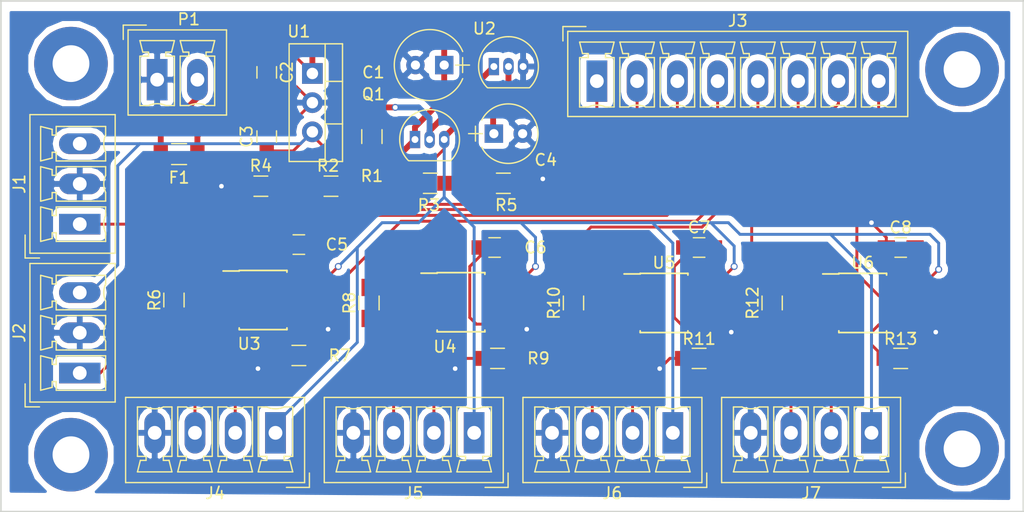
<source format=kicad_pcb>
(kicad_pcb (version 4) (host pcbnew 4.0.7)

  (general
    (links 83)
    (no_connects 0)
    (area 89.586999 89.713999 178.637001 134.314001)
    (thickness 1.6)
    (drawings 4)
    (tracks 269)
    (zones 0)
    (modules 41)
    (nets 35)
  )

  (page A4)
  (layers
    (0 F.Cu signal)
    (31 B.Cu signal)
    (32 B.Adhes user)
    (33 F.Adhes user)
    (34 B.Paste user)
    (35 F.Paste user)
    (36 B.SilkS user)
    (37 F.SilkS user)
    (38 B.Mask user)
    (39 F.Mask user)
    (40 Dwgs.User user)
    (41 Cmts.User user)
    (42 Eco1.User user)
    (43 Eco2.User user)
    (44 Edge.Cuts user)
    (45 Margin user)
    (46 B.CrtYd user)
    (47 F.CrtYd user)
    (48 B.Fab user)
    (49 F.Fab user hide)
  )

  (setup
    (last_trace_width 0.254)
    (user_trace_width 0.254)
    (user_trace_width 0.381)
    (user_trace_width 0.508)
    (trace_clearance 0.2)
    (zone_clearance 0.508)
    (zone_45_only no)
    (trace_min 0.2)
    (segment_width 0.2)
    (edge_width 0.15)
    (via_size 0.6)
    (via_drill 0.4)
    (via_min_size 0.4)
    (via_min_drill 0.3)
    (uvia_size 0.3)
    (uvia_drill 0.1)
    (uvias_allowed no)
    (uvia_min_size 0.2)
    (uvia_min_drill 0.1)
    (pcb_text_width 0.3)
    (pcb_text_size 1.5 1.5)
    (mod_edge_width 0.15)
    (mod_text_size 1 1)
    (mod_text_width 0.15)
    (pad_size 1.524 1.524)
    (pad_drill 0.762)
    (pad_to_mask_clearance 0.1016)
    (aux_axis_origin 0 0)
    (grid_origin 101.854 93.853)
    (visible_elements FFFEFF7F)
    (pcbplotparams
      (layerselection 0x00030_80000001)
      (usegerberextensions false)
      (excludeedgelayer true)
      (linewidth 0.100000)
      (plotframeref false)
      (viasonmask false)
      (mode 1)
      (useauxorigin false)
      (hpglpennumber 1)
      (hpglpenspeed 20)
      (hpglpendiameter 15)
      (hpglpenoverlay 2)
      (psnegative false)
      (psa4output false)
      (plotreference true)
      (plotvalue true)
      (plotinvisibletext false)
      (padsonsilk false)
      (subtractmaskfromsilk false)
      (outputformat 1)
      (mirror false)
      (drillshape 1)
      (scaleselection 1)
      (outputdirectory ""))
  )

  (net 0 "")
  (net 1 +16V)
  (net 2 GND)
  (net 3 +15V)
  (net 4 +10V)
  (net 5 /PRESSURE_1)
  (net 6 /PRESSURE_2)
  (net 7 "Net-(J3-Pad1)")
  (net 8 "Net-(J3-Pad2)")
  (net 9 /STRAIN_OUT_4)
  (net 10 /STRAIN_OUT_3)
  (net 11 /STRAIN_OUT_2)
  (net 12 /STRAIN_OUT_1)
  (net 13 "Net-(J4-Pad2)")
  (net 14 "Net-(J4-Pad3)")
  (net 15 "Net-(J5-Pad2)")
  (net 16 "Net-(J5-Pad3)")
  (net 17 "Net-(J6-Pad2)")
  (net 18 "Net-(J6-Pad3)")
  (net 19 "Net-(J7-Pad2)")
  (net 20 "Net-(J7-Pad3)")
  (net 21 "Net-(Q1-Pad2)")
  (net 22 "Net-(R6-Pad1)")
  (net 23 "Net-(R6-Pad2)")
  (net 24 "Net-(R7-Pad2)")
  (net 25 "Net-(R8-Pad1)")
  (net 26 "Net-(R8-Pad2)")
  (net 27 "Net-(R9-Pad2)")
  (net 28 "Net-(R10-Pad1)")
  (net 29 "Net-(R10-Pad2)")
  (net 30 "Net-(R11-Pad2)")
  (net 31 "Net-(R12-Pad1)")
  (net 32 "Net-(R12-Pad2)")
  (net 33 "Net-(R13-Pad2)")
  (net 34 "Net-(F1-Pad2)")

  (net_class Default "This is the default net class."
    (clearance 0.2)
    (trace_width 0.25)
    (via_dia 0.6)
    (via_drill 0.4)
    (uvia_dia 0.3)
    (uvia_drill 0.1)
    (add_net +10V)
    (add_net +15V)
    (add_net +16V)
    (add_net /PRESSURE_1)
    (add_net /PRESSURE_2)
    (add_net /STRAIN_OUT_1)
    (add_net /STRAIN_OUT_2)
    (add_net /STRAIN_OUT_3)
    (add_net /STRAIN_OUT_4)
    (add_net GND)
    (add_net "Net-(F1-Pad2)")
    (add_net "Net-(J3-Pad1)")
    (add_net "Net-(J3-Pad2)")
    (add_net "Net-(J4-Pad2)")
    (add_net "Net-(J4-Pad3)")
    (add_net "Net-(J5-Pad2)")
    (add_net "Net-(J5-Pad3)")
    (add_net "Net-(J6-Pad2)")
    (add_net "Net-(J6-Pad3)")
    (add_net "Net-(J7-Pad2)")
    (add_net "Net-(J7-Pad3)")
    (add_net "Net-(Q1-Pad2)")
    (add_net "Net-(R10-Pad1)")
    (add_net "Net-(R10-Pad2)")
    (add_net "Net-(R11-Pad2)")
    (add_net "Net-(R12-Pad1)")
    (add_net "Net-(R12-Pad2)")
    (add_net "Net-(R13-Pad2)")
    (add_net "Net-(R6-Pad1)")
    (add_net "Net-(R6-Pad2)")
    (add_net "Net-(R7-Pad2)")
    (add_net "Net-(R8-Pad1)")
    (add_net "Net-(R8-Pad2)")
    (add_net "Net-(R9-Pad2)")
  )

  (module Capacitors_ThroughHole:CP_Radial_Tantal_D6.0mm_P2.50mm (layer F.Cu) (tedit 5ACBB0F6) (tstamp 5ACACC61)
    (at 128.2065 95.377 180)
    (descr "CP, Radial_Tantal series, Radial, pin pitch=2.50mm, , diameter=6.0mm, Tantal Electrolytic Capacitor, http://cdn-reichelt.de/documents/datenblatt/B300/TANTAL-TB-Serie%23.pdf")
    (tags "CP Radial_Tantal series Radial pin pitch 2.50mm  diameter 6.0mm Tantal Electrolytic Capacitor")
    (path /5ACADCB7)
    (fp_text reference C1 (at 6.1595 -0.635 180) (layer F.SilkS)
      (effects (font (size 1 1) (thickness 0.15)))
    )
    (fp_text value 47uF (at 1.25 4.31 180) (layer F.Fab)
      (effects (font (size 1 1) (thickness 0.15)))
    )
    (fp_arc (start 1.25 0) (end -1.605819 -1.18) (angle 135.1) (layer F.SilkS) (width 0.12))
    (fp_arc (start 1.25 0) (end -1.605819 1.18) (angle -135.1) (layer F.SilkS) (width 0.12))
    (fp_arc (start 1.25 0) (end 4.105819 -1.18) (angle 44.9) (layer F.SilkS) (width 0.12))
    (fp_circle (center 1.25 0) (end 4.25 0) (layer F.Fab) (width 0.1))
    (fp_line (start -2.2 0) (end -1 0) (layer F.Fab) (width 0.1))
    (fp_line (start -1.6 -0.65) (end -1.6 0.65) (layer F.Fab) (width 0.1))
    (fp_line (start -2.2 0) (end -1 0) (layer F.SilkS) (width 0.12))
    (fp_line (start -1.6 -0.65) (end -1.6 0.65) (layer F.SilkS) (width 0.12))
    (fp_line (start -2.1 -3.35) (end -2.1 3.35) (layer F.CrtYd) (width 0.05))
    (fp_line (start -2.1 3.35) (end 4.6 3.35) (layer F.CrtYd) (width 0.05))
    (fp_line (start 4.6 3.35) (end 4.6 -3.35) (layer F.CrtYd) (width 0.05))
    (fp_line (start 4.6 -3.35) (end -2.1 -3.35) (layer F.CrtYd) (width 0.05))
    (fp_text user %R (at 1.25 0 180) (layer F.Fab)
      (effects (font (size 1 1) (thickness 0.15)))
    )
    (pad 1 thru_hole rect (at 0 0 180) (size 1.6 1.6) (drill 0.8) (layers *.Cu *.Mask)
      (net 1 +16V))
    (pad 2 thru_hole circle (at 2.5 0 180) (size 1.6 1.6) (drill 0.8) (layers *.Cu *.Mask)
      (net 2 GND))
    (model ${KISYS3DMOD}/Capacitors_THT.3dshapes/CP_Radial_Tantal_D6.0mm_P2.50mm.wrl
      (at (xyz 0 0 0))
      (scale (xyz 1 1 1))
      (rotate (xyz 0 0 0))
    )
  )

  (module Capacitors_SMD:C_0805_HandSoldering (layer F.Cu) (tedit 58AA84A8) (tstamp 5ACACC67)
    (at 112.776 96.012 270)
    (descr "Capacitor SMD 0805, hand soldering")
    (tags "capacitor 0805")
    (path /5ACAE225)
    (attr smd)
    (fp_text reference C2 (at 0 -1.75 270) (layer F.SilkS)
      (effects (font (size 1 1) (thickness 0.15)))
    )
    (fp_text value "330 nF" (at 0 1.75 270) (layer F.Fab)
      (effects (font (size 1 1) (thickness 0.15)))
    )
    (fp_text user %R (at 0 -1.75 270) (layer F.Fab)
      (effects (font (size 1 1) (thickness 0.15)))
    )
    (fp_line (start -1 0.62) (end -1 -0.62) (layer F.Fab) (width 0.1))
    (fp_line (start 1 0.62) (end -1 0.62) (layer F.Fab) (width 0.1))
    (fp_line (start 1 -0.62) (end 1 0.62) (layer F.Fab) (width 0.1))
    (fp_line (start -1 -0.62) (end 1 -0.62) (layer F.Fab) (width 0.1))
    (fp_line (start 0.5 -0.85) (end -0.5 -0.85) (layer F.SilkS) (width 0.12))
    (fp_line (start -0.5 0.85) (end 0.5 0.85) (layer F.SilkS) (width 0.12))
    (fp_line (start -2.25 -0.88) (end 2.25 -0.88) (layer F.CrtYd) (width 0.05))
    (fp_line (start -2.25 -0.88) (end -2.25 0.87) (layer F.CrtYd) (width 0.05))
    (fp_line (start 2.25 0.87) (end 2.25 -0.88) (layer F.CrtYd) (width 0.05))
    (fp_line (start 2.25 0.87) (end -2.25 0.87) (layer F.CrtYd) (width 0.05))
    (pad 1 smd rect (at -1.25 0 270) (size 1.5 1.25) (layers F.Cu F.Paste F.Mask)
      (net 1 +16V))
    (pad 2 smd rect (at 1.25 0 270) (size 1.5 1.25) (layers F.Cu F.Paste F.Mask)
      (net 2 GND))
    (model Capacitors_SMD.3dshapes/C_0805.wrl
      (at (xyz 0 0 0))
      (scale (xyz 1 1 1))
      (rotate (xyz 0 0 0))
    )
  )

  (module Capacitors_SMD:C_0805_HandSoldering (layer F.Cu) (tedit 58AA84A8) (tstamp 5ACACC6D)
    (at 112.776 101.6 90)
    (descr "Capacitor SMD 0805, hand soldering")
    (tags "capacitor 0805")
    (path /5ACAE22C)
    (attr smd)
    (fp_text reference C3 (at 0 -1.75 90) (layer F.SilkS)
      (effects (font (size 1 1) (thickness 0.15)))
    )
    (fp_text value "220 nF" (at 0 1.75 90) (layer F.Fab)
      (effects (font (size 1 1) (thickness 0.15)))
    )
    (fp_text user %R (at 0 -1.75 90) (layer F.Fab)
      (effects (font (size 1 1) (thickness 0.15)))
    )
    (fp_line (start -1 0.62) (end -1 -0.62) (layer F.Fab) (width 0.1))
    (fp_line (start 1 0.62) (end -1 0.62) (layer F.Fab) (width 0.1))
    (fp_line (start 1 -0.62) (end 1 0.62) (layer F.Fab) (width 0.1))
    (fp_line (start -1 -0.62) (end 1 -0.62) (layer F.Fab) (width 0.1))
    (fp_line (start 0.5 -0.85) (end -0.5 -0.85) (layer F.SilkS) (width 0.12))
    (fp_line (start -0.5 0.85) (end 0.5 0.85) (layer F.SilkS) (width 0.12))
    (fp_line (start -2.25 -0.88) (end 2.25 -0.88) (layer F.CrtYd) (width 0.05))
    (fp_line (start -2.25 -0.88) (end -2.25 0.87) (layer F.CrtYd) (width 0.05))
    (fp_line (start 2.25 0.87) (end 2.25 -0.88) (layer F.CrtYd) (width 0.05))
    (fp_line (start 2.25 0.87) (end -2.25 0.87) (layer F.CrtYd) (width 0.05))
    (pad 1 smd rect (at -1.25 0 90) (size 1.5 1.25) (layers F.Cu F.Paste F.Mask)
      (net 3 +15V))
    (pad 2 smd rect (at 1.25 0 90) (size 1.5 1.25) (layers F.Cu F.Paste F.Mask)
      (net 2 GND))
    (model Capacitors_SMD.3dshapes/C_0805.wrl
      (at (xyz 0 0 0))
      (scale (xyz 1 1 1))
      (rotate (xyz 0 0 0))
    )
  )

  (module Capacitors_ThroughHole:CP_Radial_Tantal_D5.0mm_P2.50mm (layer F.Cu) (tedit 5ACBB109) (tstamp 5ACACC73)
    (at 132.5245 101.346)
    (descr "CP, Radial_Tantal series, Radial, pin pitch=2.50mm, , diameter=5.0mm, Tantal Electrolytic Capacitor, http://cdn-reichelt.de/documents/datenblatt/B300/TANTAL-TB-Serie%23.pdf")
    (tags "CP Radial_Tantal series Radial pin pitch 2.50mm  diameter 5.0mm Tantal Electrolytic Capacitor")
    (path /5ACADCAA)
    (fp_text reference C4 (at 4.5085 2.286) (layer F.SilkS)
      (effects (font (size 1 1) (thickness 0.15)))
    )
    (fp_text value 2uF (at 1.25 3.81) (layer F.Fab)
      (effects (font (size 1 1) (thickness 0.15)))
    )
    (fp_arc (start 1.25 0) (end -1.05558 -1.18) (angle 125.8) (layer F.SilkS) (width 0.12))
    (fp_arc (start 1.25 0) (end -1.05558 1.18) (angle -125.8) (layer F.SilkS) (width 0.12))
    (fp_arc (start 1.25 0) (end 3.55558 -1.18) (angle 54.2) (layer F.SilkS) (width 0.12))
    (fp_circle (center 1.25 0) (end 3.75 0) (layer F.Fab) (width 0.1))
    (fp_line (start -2.2 0) (end -1 0) (layer F.Fab) (width 0.1))
    (fp_line (start -1.6 -0.65) (end -1.6 0.65) (layer F.Fab) (width 0.1))
    (fp_line (start -2.2 0) (end -1 0) (layer F.SilkS) (width 0.12))
    (fp_line (start -1.6 -0.65) (end -1.6 0.65) (layer F.SilkS) (width 0.12))
    (fp_line (start -1.6 -2.85) (end -1.6 2.85) (layer F.CrtYd) (width 0.05))
    (fp_line (start -1.6 2.85) (end 4.1 2.85) (layer F.CrtYd) (width 0.05))
    (fp_line (start 4.1 2.85) (end 4.1 -2.85) (layer F.CrtYd) (width 0.05))
    (fp_line (start 4.1 -2.85) (end -1.6 -2.85) (layer F.CrtYd) (width 0.05))
    (fp_text user %R (at 1.25 0) (layer F.Fab)
      (effects (font (size 1 1) (thickness 0.15)))
    )
    (pad 1 thru_hole rect (at 0 0) (size 1.6 1.6) (drill 0.8) (layers *.Cu *.Mask)
      (net 4 +10V))
    (pad 2 thru_hole circle (at 2.5 0) (size 1.6 1.6) (drill 0.8) (layers *.Cu *.Mask)
      (net 2 GND))
    (model ${KISYS3DMOD}/Capacitors_THT.3dshapes/CP_Radial_Tantal_D5.0mm_P2.50mm.wrl
      (at (xyz 0 0 0))
      (scale (xyz 1 1 1))
      (rotate (xyz 0 0 0))
    )
  )

  (module Capacitors_SMD:C_0805_HandSoldering (layer F.Cu) (tedit 5ACAD51D) (tstamp 5ACACC79)
    (at 115.57 110.998)
    (descr "Capacitor SMD 0805, hand soldering")
    (tags "capacitor 0805")
    (path /5ACAF8FB/5ACAFF7B)
    (attr smd)
    (fp_text reference C5 (at 3.302 0) (layer F.SilkS)
      (effects (font (size 1 1) (thickness 0.15)))
    )
    (fp_text value 0.1uF (at 0 1.75) (layer F.Fab)
      (effects (font (size 1 1) (thickness 0.15)))
    )
    (fp_text user %R (at 0 -1.75) (layer F.Fab)
      (effects (font (size 1 1) (thickness 0.15)))
    )
    (fp_line (start -1 0.62) (end -1 -0.62) (layer F.Fab) (width 0.1))
    (fp_line (start 1 0.62) (end -1 0.62) (layer F.Fab) (width 0.1))
    (fp_line (start 1 -0.62) (end 1 0.62) (layer F.Fab) (width 0.1))
    (fp_line (start -1 -0.62) (end 1 -0.62) (layer F.Fab) (width 0.1))
    (fp_line (start 0.5 -0.85) (end -0.5 -0.85) (layer F.SilkS) (width 0.12))
    (fp_line (start -0.5 0.85) (end 0.5 0.85) (layer F.SilkS) (width 0.12))
    (fp_line (start -2.25 -0.88) (end 2.25 -0.88) (layer F.CrtYd) (width 0.05))
    (fp_line (start -2.25 -0.88) (end -2.25 0.87) (layer F.CrtYd) (width 0.05))
    (fp_line (start 2.25 0.87) (end 2.25 -0.88) (layer F.CrtYd) (width 0.05))
    (fp_line (start 2.25 0.87) (end -2.25 0.87) (layer F.CrtYd) (width 0.05))
    (pad 1 smd rect (at -1.25 0) (size 1.5 1.25) (layers F.Cu F.Paste F.Mask)
      (net 2 GND))
    (pad 2 smd rect (at 1.25 0) (size 1.5 1.25) (layers F.Cu F.Paste F.Mask)
      (net 4 +10V))
    (model Capacitors_SMD.3dshapes/C_0805.wrl
      (at (xyz 0 0 0))
      (scale (xyz 1 1 1))
      (rotate (xyz 0 0 0))
    )
  )

  (module Capacitors_SMD:C_0805_HandSoldering (layer F.Cu) (tedit 5ACAD572) (tstamp 5ACACC7F)
    (at 132.588 111.252)
    (descr "Capacitor SMD 0805, hand soldering")
    (tags "capacitor 0805")
    (path /5ACB06D8/5ACAFF7B)
    (attr smd)
    (fp_text reference C6 (at 3.556 0) (layer F.SilkS)
      (effects (font (size 1 1) (thickness 0.15)))
    )
    (fp_text value 0.1uF (at 0 1.75) (layer F.Fab)
      (effects (font (size 1 1) (thickness 0.15)))
    )
    (fp_text user %R (at 0 -1.75) (layer F.Fab)
      (effects (font (size 1 1) (thickness 0.15)))
    )
    (fp_line (start -1 0.62) (end -1 -0.62) (layer F.Fab) (width 0.1))
    (fp_line (start 1 0.62) (end -1 0.62) (layer F.Fab) (width 0.1))
    (fp_line (start 1 -0.62) (end 1 0.62) (layer F.Fab) (width 0.1))
    (fp_line (start -1 -0.62) (end 1 -0.62) (layer F.Fab) (width 0.1))
    (fp_line (start 0.5 -0.85) (end -0.5 -0.85) (layer F.SilkS) (width 0.12))
    (fp_line (start -0.5 0.85) (end 0.5 0.85) (layer F.SilkS) (width 0.12))
    (fp_line (start -2.25 -0.88) (end 2.25 -0.88) (layer F.CrtYd) (width 0.05))
    (fp_line (start -2.25 -0.88) (end -2.25 0.87) (layer F.CrtYd) (width 0.05))
    (fp_line (start 2.25 0.87) (end 2.25 -0.88) (layer F.CrtYd) (width 0.05))
    (fp_line (start 2.25 0.87) (end -2.25 0.87) (layer F.CrtYd) (width 0.05))
    (pad 1 smd rect (at -1.25 0) (size 1.5 1.25) (layers F.Cu F.Paste F.Mask)
      (net 2 GND))
    (pad 2 smd rect (at 1.25 0) (size 1.5 1.25) (layers F.Cu F.Paste F.Mask)
      (net 4 +10V))
    (model Capacitors_SMD.3dshapes/C_0805.wrl
      (at (xyz 0 0 0))
      (scale (xyz 1 1 1))
      (rotate (xyz 0 0 0))
    )
  )

  (module Capacitors_SMD:C_0805_HandSoldering (layer F.Cu) (tedit 58AA84A8) (tstamp 5ACACC85)
    (at 150.368 111.252)
    (descr "Capacitor SMD 0805, hand soldering")
    (tags "capacitor 0805")
    (path /5ACB07B8/5ACAFF7B)
    (attr smd)
    (fp_text reference C7 (at 0 -1.75) (layer F.SilkS)
      (effects (font (size 1 1) (thickness 0.15)))
    )
    (fp_text value 0.1uF (at 0 1.75) (layer F.Fab)
      (effects (font (size 1 1) (thickness 0.15)))
    )
    (fp_text user %R (at 0 -1.75) (layer F.Fab)
      (effects (font (size 1 1) (thickness 0.15)))
    )
    (fp_line (start -1 0.62) (end -1 -0.62) (layer F.Fab) (width 0.1))
    (fp_line (start 1 0.62) (end -1 0.62) (layer F.Fab) (width 0.1))
    (fp_line (start 1 -0.62) (end 1 0.62) (layer F.Fab) (width 0.1))
    (fp_line (start -1 -0.62) (end 1 -0.62) (layer F.Fab) (width 0.1))
    (fp_line (start 0.5 -0.85) (end -0.5 -0.85) (layer F.SilkS) (width 0.12))
    (fp_line (start -0.5 0.85) (end 0.5 0.85) (layer F.SilkS) (width 0.12))
    (fp_line (start -2.25 -0.88) (end 2.25 -0.88) (layer F.CrtYd) (width 0.05))
    (fp_line (start -2.25 -0.88) (end -2.25 0.87) (layer F.CrtYd) (width 0.05))
    (fp_line (start 2.25 0.87) (end 2.25 -0.88) (layer F.CrtYd) (width 0.05))
    (fp_line (start 2.25 0.87) (end -2.25 0.87) (layer F.CrtYd) (width 0.05))
    (pad 1 smd rect (at -1.25 0) (size 1.5 1.25) (layers F.Cu F.Paste F.Mask)
      (net 2 GND))
    (pad 2 smd rect (at 1.25 0) (size 1.5 1.25) (layers F.Cu F.Paste F.Mask)
      (net 4 +10V))
    (model Capacitors_SMD.3dshapes/C_0805.wrl
      (at (xyz 0 0 0))
      (scale (xyz 1 1 1))
      (rotate (xyz 0 0 0))
    )
  )

  (module Capacitors_SMD:C_0805_HandSoldering (layer F.Cu) (tedit 58AA84A8) (tstamp 5ACACC8B)
    (at 167.894 111.252)
    (descr "Capacitor SMD 0805, hand soldering")
    (tags "capacitor 0805")
    (path /5ACB084A/5ACAFF7B)
    (attr smd)
    (fp_text reference C8 (at 0 -1.75) (layer F.SilkS)
      (effects (font (size 1 1) (thickness 0.15)))
    )
    (fp_text value 0.1uF (at 0 1.75) (layer F.Fab)
      (effects (font (size 1 1) (thickness 0.15)))
    )
    (fp_text user %R (at 0 -1.75) (layer F.Fab)
      (effects (font (size 1 1) (thickness 0.15)))
    )
    (fp_line (start -1 0.62) (end -1 -0.62) (layer F.Fab) (width 0.1))
    (fp_line (start 1 0.62) (end -1 0.62) (layer F.Fab) (width 0.1))
    (fp_line (start 1 -0.62) (end 1 0.62) (layer F.Fab) (width 0.1))
    (fp_line (start -1 -0.62) (end 1 -0.62) (layer F.Fab) (width 0.1))
    (fp_line (start 0.5 -0.85) (end -0.5 -0.85) (layer F.SilkS) (width 0.12))
    (fp_line (start -0.5 0.85) (end 0.5 0.85) (layer F.SilkS) (width 0.12))
    (fp_line (start -2.25 -0.88) (end 2.25 -0.88) (layer F.CrtYd) (width 0.05))
    (fp_line (start -2.25 -0.88) (end -2.25 0.87) (layer F.CrtYd) (width 0.05))
    (fp_line (start 2.25 0.87) (end 2.25 -0.88) (layer F.CrtYd) (width 0.05))
    (fp_line (start 2.25 0.87) (end -2.25 0.87) (layer F.CrtYd) (width 0.05))
    (pad 1 smd rect (at -1.25 0) (size 1.5 1.25) (layers F.Cu F.Paste F.Mask)
      (net 2 GND))
    (pad 2 smd rect (at 1.25 0) (size 1.5 1.25) (layers F.Cu F.Paste F.Mask)
      (net 4 +10V))
    (model Capacitors_SMD.3dshapes/C_0805.wrl
      (at (xyz 0 0 0))
      (scale (xyz 1 1 1))
      (rotate (xyz 0 0 0))
    )
  )

  (module Connectors_Phoenix:PhoenixContact_MCV-G_03x3.50mm_Vertical (layer F.Cu) (tedit 59566E60) (tstamp 5ACACC92)
    (at 96.52 109.22 90)
    (descr "Generic Phoenix Contact connector footprint for series: MCV-G; number of pins: 03; pin pitch: 3.50mm; Vertical || order number: 1843619 8A 160V")
    (tags "phoenix_contact connector MCV_01x03_G_3.5mm")
    (path /5ACAED9B)
    (fp_text reference J1 (at 3.5 -5.25 90) (layer F.SilkS)
      (effects (font (size 1 1) (thickness 0.15)))
    )
    (fp_text value Conn_01x03 (at 3.5 4 90) (layer F.Fab)
      (effects (font (size 1 1) (thickness 0.15)))
    )
    (fp_arc (start 0 3.95) (end -0.75 2.25) (angle 47.6) (layer F.SilkS) (width 0.12))
    (fp_arc (start 3.5 3.95) (end 2.75 2.25) (angle 47.6) (layer F.SilkS) (width 0.12))
    (fp_arc (start 7 3.95) (end 6.25 2.25) (angle 47.6) (layer F.SilkS) (width 0.12))
    (fp_line (start -2.53 -4.33) (end -2.53 3.08) (layer F.SilkS) (width 0.12))
    (fp_line (start -2.53 3.08) (end 9.53 3.08) (layer F.SilkS) (width 0.12))
    (fp_line (start 9.53 3.08) (end 9.53 -4.33) (layer F.SilkS) (width 0.12))
    (fp_line (start 9.53 -4.33) (end -2.53 -4.33) (layer F.SilkS) (width 0.12))
    (fp_line (start -2.45 -4.25) (end -2.45 3) (layer F.Fab) (width 0.1))
    (fp_line (start -2.45 3) (end 9.45 3) (layer F.Fab) (width 0.1))
    (fp_line (start 9.45 3) (end 9.45 -4.25) (layer F.Fab) (width 0.1))
    (fp_line (start 9.45 -4.25) (end -2.45 -4.25) (layer F.Fab) (width 0.1))
    (fp_line (start -0.75 2.25) (end -1.5 2.25) (layer F.SilkS) (width 0.12))
    (fp_line (start -1.5 2.25) (end -1.5 -2.05) (layer F.SilkS) (width 0.12))
    (fp_line (start -1.5 -2.05) (end -0.75 -2.05) (layer F.SilkS) (width 0.12))
    (fp_line (start -0.75 -2.05) (end -0.75 -2.4) (layer F.SilkS) (width 0.12))
    (fp_line (start -0.75 -2.4) (end -1.25 -2.4) (layer F.SilkS) (width 0.12))
    (fp_line (start -1.25 -2.4) (end -1.5 -3.4) (layer F.SilkS) (width 0.12))
    (fp_line (start -1.5 -3.4) (end 1.5 -3.4) (layer F.SilkS) (width 0.12))
    (fp_line (start 1.5 -3.4) (end 1.25 -2.4) (layer F.SilkS) (width 0.12))
    (fp_line (start 1.25 -2.4) (end 0.75 -2.4) (layer F.SilkS) (width 0.12))
    (fp_line (start 0.75 -2.4) (end 0.75 -2.05) (layer F.SilkS) (width 0.12))
    (fp_line (start 0.75 -2.05) (end 1.5 -2.05) (layer F.SilkS) (width 0.12))
    (fp_line (start 1.5 -2.05) (end 1.5 2.25) (layer F.SilkS) (width 0.12))
    (fp_line (start 1.5 2.25) (end 0.75 2.25) (layer F.SilkS) (width 0.12))
    (fp_line (start 2.75 2.25) (end 2 2.25) (layer F.SilkS) (width 0.12))
    (fp_line (start 2 2.25) (end 2 -2.05) (layer F.SilkS) (width 0.12))
    (fp_line (start 2 -2.05) (end 2.75 -2.05) (layer F.SilkS) (width 0.12))
    (fp_line (start 2.75 -2.05) (end 2.75 -2.4) (layer F.SilkS) (width 0.12))
    (fp_line (start 2.75 -2.4) (end 2.25 -2.4) (layer F.SilkS) (width 0.12))
    (fp_line (start 2.25 -2.4) (end 2 -3.4) (layer F.SilkS) (width 0.12))
    (fp_line (start 2 -3.4) (end 5 -3.4) (layer F.SilkS) (width 0.12))
    (fp_line (start 5 -3.4) (end 4.75 -2.4) (layer F.SilkS) (width 0.12))
    (fp_line (start 4.75 -2.4) (end 4.25 -2.4) (layer F.SilkS) (width 0.12))
    (fp_line (start 4.25 -2.4) (end 4.25 -2.05) (layer F.SilkS) (width 0.12))
    (fp_line (start 4.25 -2.05) (end 5 -2.05) (layer F.SilkS) (width 0.12))
    (fp_line (start 5 -2.05) (end 5 2.25) (layer F.SilkS) (width 0.12))
    (fp_line (start 5 2.25) (end 4.25 2.25) (layer F.SilkS) (width 0.12))
    (fp_line (start 6.25 2.25) (end 5.5 2.25) (layer F.SilkS) (width 0.12))
    (fp_line (start 5.5 2.25) (end 5.5 -2.05) (layer F.SilkS) (width 0.12))
    (fp_line (start 5.5 -2.05) (end 6.25 -2.05) (layer F.SilkS) (width 0.12))
    (fp_line (start 6.25 -2.05) (end 6.25 -2.4) (layer F.SilkS) (width 0.12))
    (fp_line (start 6.25 -2.4) (end 5.75 -2.4) (layer F.SilkS) (width 0.12))
    (fp_line (start 5.75 -2.4) (end 5.5 -3.4) (layer F.SilkS) (width 0.12))
    (fp_line (start 5.5 -3.4) (end 8.5 -3.4) (layer F.SilkS) (width 0.12))
    (fp_line (start 8.5 -3.4) (end 8.25 -2.4) (layer F.SilkS) (width 0.12))
    (fp_line (start 8.25 -2.4) (end 7.75 -2.4) (layer F.SilkS) (width 0.12))
    (fp_line (start 7.75 -2.4) (end 7.75 -2.05) (layer F.SilkS) (width 0.12))
    (fp_line (start 7.75 -2.05) (end 8.5 -2.05) (layer F.SilkS) (width 0.12))
    (fp_line (start 8.5 -2.05) (end 8.5 2.25) (layer F.SilkS) (width 0.12))
    (fp_line (start 8.5 2.25) (end 7.75 2.25) (layer F.SilkS) (width 0.12))
    (fp_line (start -2.95 -4.75) (end -2.95 3.5) (layer F.CrtYd) (width 0.05))
    (fp_line (start -2.95 3.5) (end 9.95 3.5) (layer F.CrtYd) (width 0.05))
    (fp_line (start 9.95 3.5) (end 9.95 -4.75) (layer F.CrtYd) (width 0.05))
    (fp_line (start 9.95 -4.75) (end -2.95 -4.75) (layer F.CrtYd) (width 0.05))
    (fp_line (start -2.95 -3.5) (end -2.95 -4.75) (layer F.SilkS) (width 0.12))
    (fp_line (start -2.95 -4.75) (end -0.95 -4.75) (layer F.SilkS) (width 0.12))
    (fp_line (start -2.95 -3.5) (end -2.95 -4.75) (layer F.Fab) (width 0.1))
    (fp_line (start -2.95 -4.75) (end -0.95 -4.75) (layer F.Fab) (width 0.1))
    (fp_text user %R (at 3.5 -3 90) (layer F.Fab)
      (effects (font (size 1 1) (thickness 0.15)))
    )
    (pad 1 thru_hole rect (at 0 0 90) (size 1.8 3.6) (drill 1.2) (layers *.Cu *.Mask)
      (net 5 /PRESSURE_1))
    (pad 2 thru_hole oval (at 3.5 0 90) (size 1.8 3.6) (drill 1.2) (layers *.Cu *.Mask)
      (net 2 GND))
    (pad 3 thru_hole oval (at 7 0 90) (size 1.8 3.6) (drill 1.2) (layers *.Cu *.Mask)
      (net 3 +15V))
    (model ${KISYS3DMOD}/Connectors_Phoenix.3dshapes/PhoenixContact_MCV-G_03x3.50mm_Vertical.wrl
      (at (xyz 0 0 0))
      (scale (xyz 1 1 1))
      (rotate (xyz 0 0 0))
    )
  )

  (module Connectors_Phoenix:PhoenixContact_MCV-G_03x3.50mm_Vertical (layer F.Cu) (tedit 59566E60) (tstamp 5ACACC99)
    (at 96.52 122.174 90)
    (descr "Generic Phoenix Contact connector footprint for series: MCV-G; number of pins: 03; pin pitch: 3.50mm; Vertical || order number: 1843619 8A 160V")
    (tags "phoenix_contact connector MCV_01x03_G_3.5mm")
    (path /5ACAEDA8)
    (fp_text reference J2 (at 3.5 -5.25 90) (layer F.SilkS)
      (effects (font (size 1 1) (thickness 0.15)))
    )
    (fp_text value Conn_01x03 (at 3.5 4 90) (layer F.Fab)
      (effects (font (size 1 1) (thickness 0.15)))
    )
    (fp_arc (start 0 3.95) (end -0.75 2.25) (angle 47.6) (layer F.SilkS) (width 0.12))
    (fp_arc (start 3.5 3.95) (end 2.75 2.25) (angle 47.6) (layer F.SilkS) (width 0.12))
    (fp_arc (start 7 3.95) (end 6.25 2.25) (angle 47.6) (layer F.SilkS) (width 0.12))
    (fp_line (start -2.53 -4.33) (end -2.53 3.08) (layer F.SilkS) (width 0.12))
    (fp_line (start -2.53 3.08) (end 9.53 3.08) (layer F.SilkS) (width 0.12))
    (fp_line (start 9.53 3.08) (end 9.53 -4.33) (layer F.SilkS) (width 0.12))
    (fp_line (start 9.53 -4.33) (end -2.53 -4.33) (layer F.SilkS) (width 0.12))
    (fp_line (start -2.45 -4.25) (end -2.45 3) (layer F.Fab) (width 0.1))
    (fp_line (start -2.45 3) (end 9.45 3) (layer F.Fab) (width 0.1))
    (fp_line (start 9.45 3) (end 9.45 -4.25) (layer F.Fab) (width 0.1))
    (fp_line (start 9.45 -4.25) (end -2.45 -4.25) (layer F.Fab) (width 0.1))
    (fp_line (start -0.75 2.25) (end -1.5 2.25) (layer F.SilkS) (width 0.12))
    (fp_line (start -1.5 2.25) (end -1.5 -2.05) (layer F.SilkS) (width 0.12))
    (fp_line (start -1.5 -2.05) (end -0.75 -2.05) (layer F.SilkS) (width 0.12))
    (fp_line (start -0.75 -2.05) (end -0.75 -2.4) (layer F.SilkS) (width 0.12))
    (fp_line (start -0.75 -2.4) (end -1.25 -2.4) (layer F.SilkS) (width 0.12))
    (fp_line (start -1.25 -2.4) (end -1.5 -3.4) (layer F.SilkS) (width 0.12))
    (fp_line (start -1.5 -3.4) (end 1.5 -3.4) (layer F.SilkS) (width 0.12))
    (fp_line (start 1.5 -3.4) (end 1.25 -2.4) (layer F.SilkS) (width 0.12))
    (fp_line (start 1.25 -2.4) (end 0.75 -2.4) (layer F.SilkS) (width 0.12))
    (fp_line (start 0.75 -2.4) (end 0.75 -2.05) (layer F.SilkS) (width 0.12))
    (fp_line (start 0.75 -2.05) (end 1.5 -2.05) (layer F.SilkS) (width 0.12))
    (fp_line (start 1.5 -2.05) (end 1.5 2.25) (layer F.SilkS) (width 0.12))
    (fp_line (start 1.5 2.25) (end 0.75 2.25) (layer F.SilkS) (width 0.12))
    (fp_line (start 2.75 2.25) (end 2 2.25) (layer F.SilkS) (width 0.12))
    (fp_line (start 2 2.25) (end 2 -2.05) (layer F.SilkS) (width 0.12))
    (fp_line (start 2 -2.05) (end 2.75 -2.05) (layer F.SilkS) (width 0.12))
    (fp_line (start 2.75 -2.05) (end 2.75 -2.4) (layer F.SilkS) (width 0.12))
    (fp_line (start 2.75 -2.4) (end 2.25 -2.4) (layer F.SilkS) (width 0.12))
    (fp_line (start 2.25 -2.4) (end 2 -3.4) (layer F.SilkS) (width 0.12))
    (fp_line (start 2 -3.4) (end 5 -3.4) (layer F.SilkS) (width 0.12))
    (fp_line (start 5 -3.4) (end 4.75 -2.4) (layer F.SilkS) (width 0.12))
    (fp_line (start 4.75 -2.4) (end 4.25 -2.4) (layer F.SilkS) (width 0.12))
    (fp_line (start 4.25 -2.4) (end 4.25 -2.05) (layer F.SilkS) (width 0.12))
    (fp_line (start 4.25 -2.05) (end 5 -2.05) (layer F.SilkS) (width 0.12))
    (fp_line (start 5 -2.05) (end 5 2.25) (layer F.SilkS) (width 0.12))
    (fp_line (start 5 2.25) (end 4.25 2.25) (layer F.SilkS) (width 0.12))
    (fp_line (start 6.25 2.25) (end 5.5 2.25) (layer F.SilkS) (width 0.12))
    (fp_line (start 5.5 2.25) (end 5.5 -2.05) (layer F.SilkS) (width 0.12))
    (fp_line (start 5.5 -2.05) (end 6.25 -2.05) (layer F.SilkS) (width 0.12))
    (fp_line (start 6.25 -2.05) (end 6.25 -2.4) (layer F.SilkS) (width 0.12))
    (fp_line (start 6.25 -2.4) (end 5.75 -2.4) (layer F.SilkS) (width 0.12))
    (fp_line (start 5.75 -2.4) (end 5.5 -3.4) (layer F.SilkS) (width 0.12))
    (fp_line (start 5.5 -3.4) (end 8.5 -3.4) (layer F.SilkS) (width 0.12))
    (fp_line (start 8.5 -3.4) (end 8.25 -2.4) (layer F.SilkS) (width 0.12))
    (fp_line (start 8.25 -2.4) (end 7.75 -2.4) (layer F.SilkS) (width 0.12))
    (fp_line (start 7.75 -2.4) (end 7.75 -2.05) (layer F.SilkS) (width 0.12))
    (fp_line (start 7.75 -2.05) (end 8.5 -2.05) (layer F.SilkS) (width 0.12))
    (fp_line (start 8.5 -2.05) (end 8.5 2.25) (layer F.SilkS) (width 0.12))
    (fp_line (start 8.5 2.25) (end 7.75 2.25) (layer F.SilkS) (width 0.12))
    (fp_line (start -2.95 -4.75) (end -2.95 3.5) (layer F.CrtYd) (width 0.05))
    (fp_line (start -2.95 3.5) (end 9.95 3.5) (layer F.CrtYd) (width 0.05))
    (fp_line (start 9.95 3.5) (end 9.95 -4.75) (layer F.CrtYd) (width 0.05))
    (fp_line (start 9.95 -4.75) (end -2.95 -4.75) (layer F.CrtYd) (width 0.05))
    (fp_line (start -2.95 -3.5) (end -2.95 -4.75) (layer F.SilkS) (width 0.12))
    (fp_line (start -2.95 -4.75) (end -0.95 -4.75) (layer F.SilkS) (width 0.12))
    (fp_line (start -2.95 -3.5) (end -2.95 -4.75) (layer F.Fab) (width 0.1))
    (fp_line (start -2.95 -4.75) (end -0.95 -4.75) (layer F.Fab) (width 0.1))
    (fp_text user %R (at 3.5 -3 90) (layer F.Fab)
      (effects (font (size 1 1) (thickness 0.15)))
    )
    (pad 1 thru_hole rect (at 0 0 90) (size 1.8 3.6) (drill 1.2) (layers *.Cu *.Mask)
      (net 6 /PRESSURE_2))
    (pad 2 thru_hole oval (at 3.5 0 90) (size 1.8 3.6) (drill 1.2) (layers *.Cu *.Mask)
      (net 2 GND))
    (pad 3 thru_hole oval (at 7 0 90) (size 1.8 3.6) (drill 1.2) (layers *.Cu *.Mask)
      (net 3 +15V))
    (model ${KISYS3DMOD}/Connectors_Phoenix.3dshapes/PhoenixContact_MCV-G_03x3.50mm_Vertical.wrl
      (at (xyz 0 0 0))
      (scale (xyz 1 1 1))
      (rotate (xyz 0 0 0))
    )
  )

  (module Connectors_Phoenix:PhoenixContact_MCV-G_08x3.50mm_Vertical (layer F.Cu) (tedit 59566E61) (tstamp 5ACACCA5)
    (at 141.478 96.774)
    (descr "Generic Phoenix Contact connector footprint for series: MCV-G; number of pins: 08; pin pitch: 3.50mm; Vertical || order number: 1843664 8A 160V")
    (tags "phoenix_contact connector MCV_01x08_G_3.5mm")
    (path /5ACAEDB5)
    (fp_text reference J3 (at 12.25 -5.25) (layer F.SilkS)
      (effects (font (size 1 1) (thickness 0.15)))
    )
    (fp_text value Conn_01x08 (at 12.25 4) (layer F.Fab)
      (effects (font (size 1 1) (thickness 0.15)))
    )
    (fp_arc (start 0 3.95) (end -0.75 2.25) (angle 47.6) (layer F.SilkS) (width 0.12))
    (fp_arc (start 3.5 3.95) (end 2.75 2.25) (angle 47.6) (layer F.SilkS) (width 0.12))
    (fp_arc (start 7 3.95) (end 6.25 2.25) (angle 47.6) (layer F.SilkS) (width 0.12))
    (fp_arc (start 10.5 3.95) (end 9.75 2.25) (angle 47.6) (layer F.SilkS) (width 0.12))
    (fp_arc (start 14 3.95) (end 13.25 2.25) (angle 47.6) (layer F.SilkS) (width 0.12))
    (fp_arc (start 17.5 3.95) (end 16.75 2.25) (angle 47.6) (layer F.SilkS) (width 0.12))
    (fp_arc (start 21 3.95) (end 20.25 2.25) (angle 47.6) (layer F.SilkS) (width 0.12))
    (fp_arc (start 24.5 3.95) (end 23.75 2.25) (angle 47.6) (layer F.SilkS) (width 0.12))
    (fp_line (start -2.53 -4.33) (end -2.53 3.08) (layer F.SilkS) (width 0.12))
    (fp_line (start -2.53 3.08) (end 27.03 3.08) (layer F.SilkS) (width 0.12))
    (fp_line (start 27.03 3.08) (end 27.03 -4.33) (layer F.SilkS) (width 0.12))
    (fp_line (start 27.03 -4.33) (end -2.53 -4.33) (layer F.SilkS) (width 0.12))
    (fp_line (start -2.45 -4.25) (end -2.45 3) (layer F.Fab) (width 0.1))
    (fp_line (start -2.45 3) (end 26.95 3) (layer F.Fab) (width 0.1))
    (fp_line (start 26.95 3) (end 26.95 -4.25) (layer F.Fab) (width 0.1))
    (fp_line (start 26.95 -4.25) (end -2.45 -4.25) (layer F.Fab) (width 0.1))
    (fp_line (start -0.75 2.25) (end -1.5 2.25) (layer F.SilkS) (width 0.12))
    (fp_line (start -1.5 2.25) (end -1.5 -2.05) (layer F.SilkS) (width 0.12))
    (fp_line (start -1.5 -2.05) (end -0.75 -2.05) (layer F.SilkS) (width 0.12))
    (fp_line (start -0.75 -2.05) (end -0.75 -2.4) (layer F.SilkS) (width 0.12))
    (fp_line (start -0.75 -2.4) (end -1.25 -2.4) (layer F.SilkS) (width 0.12))
    (fp_line (start -1.25 -2.4) (end -1.5 -3.4) (layer F.SilkS) (width 0.12))
    (fp_line (start -1.5 -3.4) (end 1.5 -3.4) (layer F.SilkS) (width 0.12))
    (fp_line (start 1.5 -3.4) (end 1.25 -2.4) (layer F.SilkS) (width 0.12))
    (fp_line (start 1.25 -2.4) (end 0.75 -2.4) (layer F.SilkS) (width 0.12))
    (fp_line (start 0.75 -2.4) (end 0.75 -2.05) (layer F.SilkS) (width 0.12))
    (fp_line (start 0.75 -2.05) (end 1.5 -2.05) (layer F.SilkS) (width 0.12))
    (fp_line (start 1.5 -2.05) (end 1.5 2.25) (layer F.SilkS) (width 0.12))
    (fp_line (start 1.5 2.25) (end 0.75 2.25) (layer F.SilkS) (width 0.12))
    (fp_line (start 2.75 2.25) (end 2 2.25) (layer F.SilkS) (width 0.12))
    (fp_line (start 2 2.25) (end 2 -2.05) (layer F.SilkS) (width 0.12))
    (fp_line (start 2 -2.05) (end 2.75 -2.05) (layer F.SilkS) (width 0.12))
    (fp_line (start 2.75 -2.05) (end 2.75 -2.4) (layer F.SilkS) (width 0.12))
    (fp_line (start 2.75 -2.4) (end 2.25 -2.4) (layer F.SilkS) (width 0.12))
    (fp_line (start 2.25 -2.4) (end 2 -3.4) (layer F.SilkS) (width 0.12))
    (fp_line (start 2 -3.4) (end 5 -3.4) (layer F.SilkS) (width 0.12))
    (fp_line (start 5 -3.4) (end 4.75 -2.4) (layer F.SilkS) (width 0.12))
    (fp_line (start 4.75 -2.4) (end 4.25 -2.4) (layer F.SilkS) (width 0.12))
    (fp_line (start 4.25 -2.4) (end 4.25 -2.05) (layer F.SilkS) (width 0.12))
    (fp_line (start 4.25 -2.05) (end 5 -2.05) (layer F.SilkS) (width 0.12))
    (fp_line (start 5 -2.05) (end 5 2.25) (layer F.SilkS) (width 0.12))
    (fp_line (start 5 2.25) (end 4.25 2.25) (layer F.SilkS) (width 0.12))
    (fp_line (start 6.25 2.25) (end 5.5 2.25) (layer F.SilkS) (width 0.12))
    (fp_line (start 5.5 2.25) (end 5.5 -2.05) (layer F.SilkS) (width 0.12))
    (fp_line (start 5.5 -2.05) (end 6.25 -2.05) (layer F.SilkS) (width 0.12))
    (fp_line (start 6.25 -2.05) (end 6.25 -2.4) (layer F.SilkS) (width 0.12))
    (fp_line (start 6.25 -2.4) (end 5.75 -2.4) (layer F.SilkS) (width 0.12))
    (fp_line (start 5.75 -2.4) (end 5.5 -3.4) (layer F.SilkS) (width 0.12))
    (fp_line (start 5.5 -3.4) (end 8.5 -3.4) (layer F.SilkS) (width 0.12))
    (fp_line (start 8.5 -3.4) (end 8.25 -2.4) (layer F.SilkS) (width 0.12))
    (fp_line (start 8.25 -2.4) (end 7.75 -2.4) (layer F.SilkS) (width 0.12))
    (fp_line (start 7.75 -2.4) (end 7.75 -2.05) (layer F.SilkS) (width 0.12))
    (fp_line (start 7.75 -2.05) (end 8.5 -2.05) (layer F.SilkS) (width 0.12))
    (fp_line (start 8.5 -2.05) (end 8.5 2.25) (layer F.SilkS) (width 0.12))
    (fp_line (start 8.5 2.25) (end 7.75 2.25) (layer F.SilkS) (width 0.12))
    (fp_line (start 9.75 2.25) (end 9 2.25) (layer F.SilkS) (width 0.12))
    (fp_line (start 9 2.25) (end 9 -2.05) (layer F.SilkS) (width 0.12))
    (fp_line (start 9 -2.05) (end 9.75 -2.05) (layer F.SilkS) (width 0.12))
    (fp_line (start 9.75 -2.05) (end 9.75 -2.4) (layer F.SilkS) (width 0.12))
    (fp_line (start 9.75 -2.4) (end 9.25 -2.4) (layer F.SilkS) (width 0.12))
    (fp_line (start 9.25 -2.4) (end 9 -3.4) (layer F.SilkS) (width 0.12))
    (fp_line (start 9 -3.4) (end 12 -3.4) (layer F.SilkS) (width 0.12))
    (fp_line (start 12 -3.4) (end 11.75 -2.4) (layer F.SilkS) (width 0.12))
    (fp_line (start 11.75 -2.4) (end 11.25 -2.4) (layer F.SilkS) (width 0.12))
    (fp_line (start 11.25 -2.4) (end 11.25 -2.05) (layer F.SilkS) (width 0.12))
    (fp_line (start 11.25 -2.05) (end 12 -2.05) (layer F.SilkS) (width 0.12))
    (fp_line (start 12 -2.05) (end 12 2.25) (layer F.SilkS) (width 0.12))
    (fp_line (start 12 2.25) (end 11.25 2.25) (layer F.SilkS) (width 0.12))
    (fp_line (start 13.25 2.25) (end 12.5 2.25) (layer F.SilkS) (width 0.12))
    (fp_line (start 12.5 2.25) (end 12.5 -2.05) (layer F.SilkS) (width 0.12))
    (fp_line (start 12.5 -2.05) (end 13.25 -2.05) (layer F.SilkS) (width 0.12))
    (fp_line (start 13.25 -2.05) (end 13.25 -2.4) (layer F.SilkS) (width 0.12))
    (fp_line (start 13.25 -2.4) (end 12.75 -2.4) (layer F.SilkS) (width 0.12))
    (fp_line (start 12.75 -2.4) (end 12.5 -3.4) (layer F.SilkS) (width 0.12))
    (fp_line (start 12.5 -3.4) (end 15.5 -3.4) (layer F.SilkS) (width 0.12))
    (fp_line (start 15.5 -3.4) (end 15.25 -2.4) (layer F.SilkS) (width 0.12))
    (fp_line (start 15.25 -2.4) (end 14.75 -2.4) (layer F.SilkS) (width 0.12))
    (fp_line (start 14.75 -2.4) (end 14.75 -2.05) (layer F.SilkS) (width 0.12))
    (fp_line (start 14.75 -2.05) (end 15.5 -2.05) (layer F.SilkS) (width 0.12))
    (fp_line (start 15.5 -2.05) (end 15.5 2.25) (layer F.SilkS) (width 0.12))
    (fp_line (start 15.5 2.25) (end 14.75 2.25) (layer F.SilkS) (width 0.12))
    (fp_line (start 16.75 2.25) (end 16 2.25) (layer F.SilkS) (width 0.12))
    (fp_line (start 16 2.25) (end 16 -2.05) (layer F.SilkS) (width 0.12))
    (fp_line (start 16 -2.05) (end 16.75 -2.05) (layer F.SilkS) (width 0.12))
    (fp_line (start 16.75 -2.05) (end 16.75 -2.4) (layer F.SilkS) (width 0.12))
    (fp_line (start 16.75 -2.4) (end 16.25 -2.4) (layer F.SilkS) (width 0.12))
    (fp_line (start 16.25 -2.4) (end 16 -3.4) (layer F.SilkS) (width 0.12))
    (fp_line (start 16 -3.4) (end 19 -3.4) (layer F.SilkS) (width 0.12))
    (fp_line (start 19 -3.4) (end 18.75 -2.4) (layer F.SilkS) (width 0.12))
    (fp_line (start 18.75 -2.4) (end 18.25 -2.4) (layer F.SilkS) (width 0.12))
    (fp_line (start 18.25 -2.4) (end 18.25 -2.05) (layer F.SilkS) (width 0.12))
    (fp_line (start 18.25 -2.05) (end 19 -2.05) (layer F.SilkS) (width 0.12))
    (fp_line (start 19 -2.05) (end 19 2.25) (layer F.SilkS) (width 0.12))
    (fp_line (start 19 2.25) (end 18.25 2.25) (layer F.SilkS) (width 0.12))
    (fp_line (start 20.25 2.25) (end 19.5 2.25) (layer F.SilkS) (width 0.12))
    (fp_line (start 19.5 2.25) (end 19.5 -2.05) (layer F.SilkS) (width 0.12))
    (fp_line (start 19.5 -2.05) (end 20.25 -2.05) (layer F.SilkS) (width 0.12))
    (fp_line (start 20.25 -2.05) (end 20.25 -2.4) (layer F.SilkS) (width 0.12))
    (fp_line (start 20.25 -2.4) (end 19.75 -2.4) (layer F.SilkS) (width 0.12))
    (fp_line (start 19.75 -2.4) (end 19.5 -3.4) (layer F.SilkS) (width 0.12))
    (fp_line (start 19.5 -3.4) (end 22.5 -3.4) (layer F.SilkS) (width 0.12))
    (fp_line (start 22.5 -3.4) (end 22.25 -2.4) (layer F.SilkS) (width 0.12))
    (fp_line (start 22.25 -2.4) (end 21.75 -2.4) (layer F.SilkS) (width 0.12))
    (fp_line (start 21.75 -2.4) (end 21.75 -2.05) (layer F.SilkS) (width 0.12))
    (fp_line (start 21.75 -2.05) (end 22.5 -2.05) (layer F.SilkS) (width 0.12))
    (fp_line (start 22.5 -2.05) (end 22.5 2.25) (layer F.SilkS) (width 0.12))
    (fp_line (start 22.5 2.25) (end 21.75 2.25) (layer F.SilkS) (width 0.12))
    (fp_line (start 23.75 2.25) (end 23 2.25) (layer F.SilkS) (width 0.12))
    (fp_line (start 23 2.25) (end 23 -2.05) (layer F.SilkS) (width 0.12))
    (fp_line (start 23 -2.05) (end 23.75 -2.05) (layer F.SilkS) (width 0.12))
    (fp_line (start 23.75 -2.05) (end 23.75 -2.4) (layer F.SilkS) (width 0.12))
    (fp_line (start 23.75 -2.4) (end 23.25 -2.4) (layer F.SilkS) (width 0.12))
    (fp_line (start 23.25 -2.4) (end 23 -3.4) (layer F.SilkS) (width 0.12))
    (fp_line (start 23 -3.4) (end 26 -3.4) (layer F.SilkS) (width 0.12))
    (fp_line (start 26 -3.4) (end 25.75 -2.4) (layer F.SilkS) (width 0.12))
    (fp_line (start 25.75 -2.4) (end 25.25 -2.4) (layer F.SilkS) (width 0.12))
    (fp_line (start 25.25 -2.4) (end 25.25 -2.05) (layer F.SilkS) (width 0.12))
    (fp_line (start 25.25 -2.05) (end 26 -2.05) (layer F.SilkS) (width 0.12))
    (fp_line (start 26 -2.05) (end 26 2.25) (layer F.SilkS) (width 0.12))
    (fp_line (start 26 2.25) (end 25.25 2.25) (layer F.SilkS) (width 0.12))
    (fp_line (start -2.95 -4.75) (end -2.95 3.5) (layer F.CrtYd) (width 0.05))
    (fp_line (start -2.95 3.5) (end 27.45 3.5) (layer F.CrtYd) (width 0.05))
    (fp_line (start 27.45 3.5) (end 27.45 -4.75) (layer F.CrtYd) (width 0.05))
    (fp_line (start 27.45 -4.75) (end -2.95 -4.75) (layer F.CrtYd) (width 0.05))
    (fp_line (start -2.95 -3.5) (end -2.95 -4.75) (layer F.SilkS) (width 0.12))
    (fp_line (start -2.95 -4.75) (end -0.95 -4.75) (layer F.SilkS) (width 0.12))
    (fp_line (start -2.95 -3.5) (end -2.95 -4.75) (layer F.Fab) (width 0.1))
    (fp_line (start -2.95 -4.75) (end -0.95 -4.75) (layer F.Fab) (width 0.1))
    (fp_text user %R (at 12.25 -3) (layer F.Fab)
      (effects (font (size 1 1) (thickness 0.15)))
    )
    (pad 1 thru_hole rect (at 0 0) (size 1.8 3.6) (drill 1.2) (layers *.Cu *.Mask)
      (net 7 "Net-(J3-Pad1)"))
    (pad 2 thru_hole oval (at 3.5 0) (size 1.8 3.6) (drill 1.2) (layers *.Cu *.Mask)
      (net 8 "Net-(J3-Pad2)"))
    (pad 3 thru_hole oval (at 7 0) (size 1.8 3.6) (drill 1.2) (layers *.Cu *.Mask)
      (net 5 /PRESSURE_1))
    (pad 4 thru_hole oval (at 10.5 0) (size 1.8 3.6) (drill 1.2) (layers *.Cu *.Mask)
      (net 6 /PRESSURE_2))
    (pad 5 thru_hole oval (at 14 0) (size 1.8 3.6) (drill 1.2) (layers *.Cu *.Mask)
      (net 12 /STRAIN_OUT_1))
    (pad 6 thru_hole oval (at 17.5 0) (size 1.8 3.6) (drill 1.2) (layers *.Cu *.Mask)
      (net 11 /STRAIN_OUT_2))
    (pad 7 thru_hole oval (at 21 0) (size 1.8 3.6) (drill 1.2) (layers *.Cu *.Mask)
      (net 10 /STRAIN_OUT_3))
    (pad 8 thru_hole oval (at 24.5 0) (size 1.8 3.6) (drill 1.2) (layers *.Cu *.Mask)
      (net 9 /STRAIN_OUT_4))
    (model ${KISYS3DMOD}/Connectors_Phoenix.3dshapes/PhoenixContact_MCV-G_08x3.50mm_Vertical.wrl
      (at (xyz 0 0 0))
      (scale (xyz 1 1 1))
      (rotate (xyz 0 0 0))
    )
  )

  (module Connectors_Phoenix:PhoenixContact_MCV-G_04x3.50mm_Vertical (layer F.Cu) (tedit 59566E60) (tstamp 5ACACCAD)
    (at 113.538 127.381 180)
    (descr "Generic Phoenix Contact connector footprint for series: MCV-G; number of pins: 04; pin pitch: 3.50mm; Vertical || order number: 1843622 8A 160V")
    (tags "phoenix_contact connector MCV_01x04_G_3.5mm")
    (path /5ACAF8FB/5ACAFAD2)
    (fp_text reference J4 (at 5.25 -5.25 180) (layer F.SilkS)
      (effects (font (size 1 1) (thickness 0.15)))
    )
    (fp_text value Conn_01x04 (at 5.25 4 180) (layer F.Fab)
      (effects (font (size 1 1) (thickness 0.15)))
    )
    (fp_arc (start 0 3.95) (end -0.75 2.25) (angle 47.6) (layer F.SilkS) (width 0.12))
    (fp_arc (start 3.5 3.95) (end 2.75 2.25) (angle 47.6) (layer F.SilkS) (width 0.12))
    (fp_arc (start 7 3.95) (end 6.25 2.25) (angle 47.6) (layer F.SilkS) (width 0.12))
    (fp_arc (start 10.5 3.95) (end 9.75 2.25) (angle 47.6) (layer F.SilkS) (width 0.12))
    (fp_line (start -2.53 -4.33) (end -2.53 3.08) (layer F.SilkS) (width 0.12))
    (fp_line (start -2.53 3.08) (end 13.03 3.08) (layer F.SilkS) (width 0.12))
    (fp_line (start 13.03 3.08) (end 13.03 -4.33) (layer F.SilkS) (width 0.12))
    (fp_line (start 13.03 -4.33) (end -2.53 -4.33) (layer F.SilkS) (width 0.12))
    (fp_line (start -2.45 -4.25) (end -2.45 3) (layer F.Fab) (width 0.1))
    (fp_line (start -2.45 3) (end 12.95 3) (layer F.Fab) (width 0.1))
    (fp_line (start 12.95 3) (end 12.95 -4.25) (layer F.Fab) (width 0.1))
    (fp_line (start 12.95 -4.25) (end -2.45 -4.25) (layer F.Fab) (width 0.1))
    (fp_line (start -0.75 2.25) (end -1.5 2.25) (layer F.SilkS) (width 0.12))
    (fp_line (start -1.5 2.25) (end -1.5 -2.05) (layer F.SilkS) (width 0.12))
    (fp_line (start -1.5 -2.05) (end -0.75 -2.05) (layer F.SilkS) (width 0.12))
    (fp_line (start -0.75 -2.05) (end -0.75 -2.4) (layer F.SilkS) (width 0.12))
    (fp_line (start -0.75 -2.4) (end -1.25 -2.4) (layer F.SilkS) (width 0.12))
    (fp_line (start -1.25 -2.4) (end -1.5 -3.4) (layer F.SilkS) (width 0.12))
    (fp_line (start -1.5 -3.4) (end 1.5 -3.4) (layer F.SilkS) (width 0.12))
    (fp_line (start 1.5 -3.4) (end 1.25 -2.4) (layer F.SilkS) (width 0.12))
    (fp_line (start 1.25 -2.4) (end 0.75 -2.4) (layer F.SilkS) (width 0.12))
    (fp_line (start 0.75 -2.4) (end 0.75 -2.05) (layer F.SilkS) (width 0.12))
    (fp_line (start 0.75 -2.05) (end 1.5 -2.05) (layer F.SilkS) (width 0.12))
    (fp_line (start 1.5 -2.05) (end 1.5 2.25) (layer F.SilkS) (width 0.12))
    (fp_line (start 1.5 2.25) (end 0.75 2.25) (layer F.SilkS) (width 0.12))
    (fp_line (start 2.75 2.25) (end 2 2.25) (layer F.SilkS) (width 0.12))
    (fp_line (start 2 2.25) (end 2 -2.05) (layer F.SilkS) (width 0.12))
    (fp_line (start 2 -2.05) (end 2.75 -2.05) (layer F.SilkS) (width 0.12))
    (fp_line (start 2.75 -2.05) (end 2.75 -2.4) (layer F.SilkS) (width 0.12))
    (fp_line (start 2.75 -2.4) (end 2.25 -2.4) (layer F.SilkS) (width 0.12))
    (fp_line (start 2.25 -2.4) (end 2 -3.4) (layer F.SilkS) (width 0.12))
    (fp_line (start 2 -3.4) (end 5 -3.4) (layer F.SilkS) (width 0.12))
    (fp_line (start 5 -3.4) (end 4.75 -2.4) (layer F.SilkS) (width 0.12))
    (fp_line (start 4.75 -2.4) (end 4.25 -2.4) (layer F.SilkS) (width 0.12))
    (fp_line (start 4.25 -2.4) (end 4.25 -2.05) (layer F.SilkS) (width 0.12))
    (fp_line (start 4.25 -2.05) (end 5 -2.05) (layer F.SilkS) (width 0.12))
    (fp_line (start 5 -2.05) (end 5 2.25) (layer F.SilkS) (width 0.12))
    (fp_line (start 5 2.25) (end 4.25 2.25) (layer F.SilkS) (width 0.12))
    (fp_line (start 6.25 2.25) (end 5.5 2.25) (layer F.SilkS) (width 0.12))
    (fp_line (start 5.5 2.25) (end 5.5 -2.05) (layer F.SilkS) (width 0.12))
    (fp_line (start 5.5 -2.05) (end 6.25 -2.05) (layer F.SilkS) (width 0.12))
    (fp_line (start 6.25 -2.05) (end 6.25 -2.4) (layer F.SilkS) (width 0.12))
    (fp_line (start 6.25 -2.4) (end 5.75 -2.4) (layer F.SilkS) (width 0.12))
    (fp_line (start 5.75 -2.4) (end 5.5 -3.4) (layer F.SilkS) (width 0.12))
    (fp_line (start 5.5 -3.4) (end 8.5 -3.4) (layer F.SilkS) (width 0.12))
    (fp_line (start 8.5 -3.4) (end 8.25 -2.4) (layer F.SilkS) (width 0.12))
    (fp_line (start 8.25 -2.4) (end 7.75 -2.4) (layer F.SilkS) (width 0.12))
    (fp_line (start 7.75 -2.4) (end 7.75 -2.05) (layer F.SilkS) (width 0.12))
    (fp_line (start 7.75 -2.05) (end 8.5 -2.05) (layer F.SilkS) (width 0.12))
    (fp_line (start 8.5 -2.05) (end 8.5 2.25) (layer F.SilkS) (width 0.12))
    (fp_line (start 8.5 2.25) (end 7.75 2.25) (layer F.SilkS) (width 0.12))
    (fp_line (start 9.75 2.25) (end 9 2.25) (layer F.SilkS) (width 0.12))
    (fp_line (start 9 2.25) (end 9 -2.05) (layer F.SilkS) (width 0.12))
    (fp_line (start 9 -2.05) (end 9.75 -2.05) (layer F.SilkS) (width 0.12))
    (fp_line (start 9.75 -2.05) (end 9.75 -2.4) (layer F.SilkS) (width 0.12))
    (fp_line (start 9.75 -2.4) (end 9.25 -2.4) (layer F.SilkS) (width 0.12))
    (fp_line (start 9.25 -2.4) (end 9 -3.4) (layer F.SilkS) (width 0.12))
    (fp_line (start 9 -3.4) (end 12 -3.4) (layer F.SilkS) (width 0.12))
    (fp_line (start 12 -3.4) (end 11.75 -2.4) (layer F.SilkS) (width 0.12))
    (fp_line (start 11.75 -2.4) (end 11.25 -2.4) (layer F.SilkS) (width 0.12))
    (fp_line (start 11.25 -2.4) (end 11.25 -2.05) (layer F.SilkS) (width 0.12))
    (fp_line (start 11.25 -2.05) (end 12 -2.05) (layer F.SilkS) (width 0.12))
    (fp_line (start 12 -2.05) (end 12 2.25) (layer F.SilkS) (width 0.12))
    (fp_line (start 12 2.25) (end 11.25 2.25) (layer F.SilkS) (width 0.12))
    (fp_line (start -2.95 -4.75) (end -2.95 3.5) (layer F.CrtYd) (width 0.05))
    (fp_line (start -2.95 3.5) (end 13.45 3.5) (layer F.CrtYd) (width 0.05))
    (fp_line (start 13.45 3.5) (end 13.45 -4.75) (layer F.CrtYd) (width 0.05))
    (fp_line (start 13.45 -4.75) (end -2.95 -4.75) (layer F.CrtYd) (width 0.05))
    (fp_line (start -2.95 -3.5) (end -2.95 -4.75) (layer F.SilkS) (width 0.12))
    (fp_line (start -2.95 -4.75) (end -0.95 -4.75) (layer F.SilkS) (width 0.12))
    (fp_line (start -2.95 -3.5) (end -2.95 -4.75) (layer F.Fab) (width 0.1))
    (fp_line (start -2.95 -4.75) (end -0.95 -4.75) (layer F.Fab) (width 0.1))
    (fp_text user %R (at 5.25 -3 180) (layer F.Fab)
      (effects (font (size 1 1) (thickness 0.15)))
    )
    (pad 1 thru_hole rect (at 0 0 180) (size 1.8 3.6) (drill 1.2) (layers *.Cu *.Mask)
      (net 4 +10V))
    (pad 2 thru_hole oval (at 3.5 0 180) (size 1.8 3.6) (drill 1.2) (layers *.Cu *.Mask)
      (net 13 "Net-(J4-Pad2)"))
    (pad 3 thru_hole oval (at 7 0 180) (size 1.8 3.6) (drill 1.2) (layers *.Cu *.Mask)
      (net 14 "Net-(J4-Pad3)"))
    (pad 4 thru_hole oval (at 10.5 0 180) (size 1.8 3.6) (drill 1.2) (layers *.Cu *.Mask)
      (net 2 GND))
    (model ${KISYS3DMOD}/Connectors_Phoenix.3dshapes/PhoenixContact_MCV-G_04x3.50mm_Vertical.wrl
      (at (xyz 0 0 0))
      (scale (xyz 1 1 1))
      (rotate (xyz 0 0 0))
    )
  )

  (module Connectors_Phoenix:PhoenixContact_MCV-G_04x3.50mm_Vertical (layer F.Cu) (tedit 59566E60) (tstamp 5ACACCB5)
    (at 130.81 127.381 180)
    (descr "Generic Phoenix Contact connector footprint for series: MCV-G; number of pins: 04; pin pitch: 3.50mm; Vertical || order number: 1843622 8A 160V")
    (tags "phoenix_contact connector MCV_01x04_G_3.5mm")
    (path /5ACB06D8/5ACAFAD2)
    (fp_text reference J5 (at 5.25 -5.25 180) (layer F.SilkS)
      (effects (font (size 1 1) (thickness 0.15)))
    )
    (fp_text value Conn_01x04 (at 5.25 4 180) (layer F.Fab)
      (effects (font (size 1 1) (thickness 0.15)))
    )
    (fp_arc (start 0 3.95) (end -0.75 2.25) (angle 47.6) (layer F.SilkS) (width 0.12))
    (fp_arc (start 3.5 3.95) (end 2.75 2.25) (angle 47.6) (layer F.SilkS) (width 0.12))
    (fp_arc (start 7 3.95) (end 6.25 2.25) (angle 47.6) (layer F.SilkS) (width 0.12))
    (fp_arc (start 10.5 3.95) (end 9.75 2.25) (angle 47.6) (layer F.SilkS) (width 0.12))
    (fp_line (start -2.53 -4.33) (end -2.53 3.08) (layer F.SilkS) (width 0.12))
    (fp_line (start -2.53 3.08) (end 13.03 3.08) (layer F.SilkS) (width 0.12))
    (fp_line (start 13.03 3.08) (end 13.03 -4.33) (layer F.SilkS) (width 0.12))
    (fp_line (start 13.03 -4.33) (end -2.53 -4.33) (layer F.SilkS) (width 0.12))
    (fp_line (start -2.45 -4.25) (end -2.45 3) (layer F.Fab) (width 0.1))
    (fp_line (start -2.45 3) (end 12.95 3) (layer F.Fab) (width 0.1))
    (fp_line (start 12.95 3) (end 12.95 -4.25) (layer F.Fab) (width 0.1))
    (fp_line (start 12.95 -4.25) (end -2.45 -4.25) (layer F.Fab) (width 0.1))
    (fp_line (start -0.75 2.25) (end -1.5 2.25) (layer F.SilkS) (width 0.12))
    (fp_line (start -1.5 2.25) (end -1.5 -2.05) (layer F.SilkS) (width 0.12))
    (fp_line (start -1.5 -2.05) (end -0.75 -2.05) (layer F.SilkS) (width 0.12))
    (fp_line (start -0.75 -2.05) (end -0.75 -2.4) (layer F.SilkS) (width 0.12))
    (fp_line (start -0.75 -2.4) (end -1.25 -2.4) (layer F.SilkS) (width 0.12))
    (fp_line (start -1.25 -2.4) (end -1.5 -3.4) (layer F.SilkS) (width 0.12))
    (fp_line (start -1.5 -3.4) (end 1.5 -3.4) (layer F.SilkS) (width 0.12))
    (fp_line (start 1.5 -3.4) (end 1.25 -2.4) (layer F.SilkS) (width 0.12))
    (fp_line (start 1.25 -2.4) (end 0.75 -2.4) (layer F.SilkS) (width 0.12))
    (fp_line (start 0.75 -2.4) (end 0.75 -2.05) (layer F.SilkS) (width 0.12))
    (fp_line (start 0.75 -2.05) (end 1.5 -2.05) (layer F.SilkS) (width 0.12))
    (fp_line (start 1.5 -2.05) (end 1.5 2.25) (layer F.SilkS) (width 0.12))
    (fp_line (start 1.5 2.25) (end 0.75 2.25) (layer F.SilkS) (width 0.12))
    (fp_line (start 2.75 2.25) (end 2 2.25) (layer F.SilkS) (width 0.12))
    (fp_line (start 2 2.25) (end 2 -2.05) (layer F.SilkS) (width 0.12))
    (fp_line (start 2 -2.05) (end 2.75 -2.05) (layer F.SilkS) (width 0.12))
    (fp_line (start 2.75 -2.05) (end 2.75 -2.4) (layer F.SilkS) (width 0.12))
    (fp_line (start 2.75 -2.4) (end 2.25 -2.4) (layer F.SilkS) (width 0.12))
    (fp_line (start 2.25 -2.4) (end 2 -3.4) (layer F.SilkS) (width 0.12))
    (fp_line (start 2 -3.4) (end 5 -3.4) (layer F.SilkS) (width 0.12))
    (fp_line (start 5 -3.4) (end 4.75 -2.4) (layer F.SilkS) (width 0.12))
    (fp_line (start 4.75 -2.4) (end 4.25 -2.4) (layer F.SilkS) (width 0.12))
    (fp_line (start 4.25 -2.4) (end 4.25 -2.05) (layer F.SilkS) (width 0.12))
    (fp_line (start 4.25 -2.05) (end 5 -2.05) (layer F.SilkS) (width 0.12))
    (fp_line (start 5 -2.05) (end 5 2.25) (layer F.SilkS) (width 0.12))
    (fp_line (start 5 2.25) (end 4.25 2.25) (layer F.SilkS) (width 0.12))
    (fp_line (start 6.25 2.25) (end 5.5 2.25) (layer F.SilkS) (width 0.12))
    (fp_line (start 5.5 2.25) (end 5.5 -2.05) (layer F.SilkS) (width 0.12))
    (fp_line (start 5.5 -2.05) (end 6.25 -2.05) (layer F.SilkS) (width 0.12))
    (fp_line (start 6.25 -2.05) (end 6.25 -2.4) (layer F.SilkS) (width 0.12))
    (fp_line (start 6.25 -2.4) (end 5.75 -2.4) (layer F.SilkS) (width 0.12))
    (fp_line (start 5.75 -2.4) (end 5.5 -3.4) (layer F.SilkS) (width 0.12))
    (fp_line (start 5.5 -3.4) (end 8.5 -3.4) (layer F.SilkS) (width 0.12))
    (fp_line (start 8.5 -3.4) (end 8.25 -2.4) (layer F.SilkS) (width 0.12))
    (fp_line (start 8.25 -2.4) (end 7.75 -2.4) (layer F.SilkS) (width 0.12))
    (fp_line (start 7.75 -2.4) (end 7.75 -2.05) (layer F.SilkS) (width 0.12))
    (fp_line (start 7.75 -2.05) (end 8.5 -2.05) (layer F.SilkS) (width 0.12))
    (fp_line (start 8.5 -2.05) (end 8.5 2.25) (layer F.SilkS) (width 0.12))
    (fp_line (start 8.5 2.25) (end 7.75 2.25) (layer F.SilkS) (width 0.12))
    (fp_line (start 9.75 2.25) (end 9 2.25) (layer F.SilkS) (width 0.12))
    (fp_line (start 9 2.25) (end 9 -2.05) (layer F.SilkS) (width 0.12))
    (fp_line (start 9 -2.05) (end 9.75 -2.05) (layer F.SilkS) (width 0.12))
    (fp_line (start 9.75 -2.05) (end 9.75 -2.4) (layer F.SilkS) (width 0.12))
    (fp_line (start 9.75 -2.4) (end 9.25 -2.4) (layer F.SilkS) (width 0.12))
    (fp_line (start 9.25 -2.4) (end 9 -3.4) (layer F.SilkS) (width 0.12))
    (fp_line (start 9 -3.4) (end 12 -3.4) (layer F.SilkS) (width 0.12))
    (fp_line (start 12 -3.4) (end 11.75 -2.4) (layer F.SilkS) (width 0.12))
    (fp_line (start 11.75 -2.4) (end 11.25 -2.4) (layer F.SilkS) (width 0.12))
    (fp_line (start 11.25 -2.4) (end 11.25 -2.05) (layer F.SilkS) (width 0.12))
    (fp_line (start 11.25 -2.05) (end 12 -2.05) (layer F.SilkS) (width 0.12))
    (fp_line (start 12 -2.05) (end 12 2.25) (layer F.SilkS) (width 0.12))
    (fp_line (start 12 2.25) (end 11.25 2.25) (layer F.SilkS) (width 0.12))
    (fp_line (start -2.95 -4.75) (end -2.95 3.5) (layer F.CrtYd) (width 0.05))
    (fp_line (start -2.95 3.5) (end 13.45 3.5) (layer F.CrtYd) (width 0.05))
    (fp_line (start 13.45 3.5) (end 13.45 -4.75) (layer F.CrtYd) (width 0.05))
    (fp_line (start 13.45 -4.75) (end -2.95 -4.75) (layer F.CrtYd) (width 0.05))
    (fp_line (start -2.95 -3.5) (end -2.95 -4.75) (layer F.SilkS) (width 0.12))
    (fp_line (start -2.95 -4.75) (end -0.95 -4.75) (layer F.SilkS) (width 0.12))
    (fp_line (start -2.95 -3.5) (end -2.95 -4.75) (layer F.Fab) (width 0.1))
    (fp_line (start -2.95 -4.75) (end -0.95 -4.75) (layer F.Fab) (width 0.1))
    (fp_text user %R (at 5.25 -3 180) (layer F.Fab)
      (effects (font (size 1 1) (thickness 0.15)))
    )
    (pad 1 thru_hole rect (at 0 0 180) (size 1.8 3.6) (drill 1.2) (layers *.Cu *.Mask)
      (net 4 +10V))
    (pad 2 thru_hole oval (at 3.5 0 180) (size 1.8 3.6) (drill 1.2) (layers *.Cu *.Mask)
      (net 15 "Net-(J5-Pad2)"))
    (pad 3 thru_hole oval (at 7 0 180) (size 1.8 3.6) (drill 1.2) (layers *.Cu *.Mask)
      (net 16 "Net-(J5-Pad3)"))
    (pad 4 thru_hole oval (at 10.5 0 180) (size 1.8 3.6) (drill 1.2) (layers *.Cu *.Mask)
      (net 2 GND))
    (model ${KISYS3DMOD}/Connectors_Phoenix.3dshapes/PhoenixContact_MCV-G_04x3.50mm_Vertical.wrl
      (at (xyz 0 0 0))
      (scale (xyz 1 1 1))
      (rotate (xyz 0 0 0))
    )
  )

  (module Connectors_Phoenix:PhoenixContact_MCV-G_04x3.50mm_Vertical (layer F.Cu) (tedit 59566E60) (tstamp 5ACACCBD)
    (at 148.082 127.381 180)
    (descr "Generic Phoenix Contact connector footprint for series: MCV-G; number of pins: 04; pin pitch: 3.50mm; Vertical || order number: 1843622 8A 160V")
    (tags "phoenix_contact connector MCV_01x04_G_3.5mm")
    (path /5ACB07B8/5ACAFAD2)
    (fp_text reference J6 (at 5.25 -5.25 180) (layer F.SilkS)
      (effects (font (size 1 1) (thickness 0.15)))
    )
    (fp_text value Conn_01x04 (at 5.25 4 180) (layer F.Fab)
      (effects (font (size 1 1) (thickness 0.15)))
    )
    (fp_arc (start 0 3.95) (end -0.75 2.25) (angle 47.6) (layer F.SilkS) (width 0.12))
    (fp_arc (start 3.5 3.95) (end 2.75 2.25) (angle 47.6) (layer F.SilkS) (width 0.12))
    (fp_arc (start 7 3.95) (end 6.25 2.25) (angle 47.6) (layer F.SilkS) (width 0.12))
    (fp_arc (start 10.5 3.95) (end 9.75 2.25) (angle 47.6) (layer F.SilkS) (width 0.12))
    (fp_line (start -2.53 -4.33) (end -2.53 3.08) (layer F.SilkS) (width 0.12))
    (fp_line (start -2.53 3.08) (end 13.03 3.08) (layer F.SilkS) (width 0.12))
    (fp_line (start 13.03 3.08) (end 13.03 -4.33) (layer F.SilkS) (width 0.12))
    (fp_line (start 13.03 -4.33) (end -2.53 -4.33) (layer F.SilkS) (width 0.12))
    (fp_line (start -2.45 -4.25) (end -2.45 3) (layer F.Fab) (width 0.1))
    (fp_line (start -2.45 3) (end 12.95 3) (layer F.Fab) (width 0.1))
    (fp_line (start 12.95 3) (end 12.95 -4.25) (layer F.Fab) (width 0.1))
    (fp_line (start 12.95 -4.25) (end -2.45 -4.25) (layer F.Fab) (width 0.1))
    (fp_line (start -0.75 2.25) (end -1.5 2.25) (layer F.SilkS) (width 0.12))
    (fp_line (start -1.5 2.25) (end -1.5 -2.05) (layer F.SilkS) (width 0.12))
    (fp_line (start -1.5 -2.05) (end -0.75 -2.05) (layer F.SilkS) (width 0.12))
    (fp_line (start -0.75 -2.05) (end -0.75 -2.4) (layer F.SilkS) (width 0.12))
    (fp_line (start -0.75 -2.4) (end -1.25 -2.4) (layer F.SilkS) (width 0.12))
    (fp_line (start -1.25 -2.4) (end -1.5 -3.4) (layer F.SilkS) (width 0.12))
    (fp_line (start -1.5 -3.4) (end 1.5 -3.4) (layer F.SilkS) (width 0.12))
    (fp_line (start 1.5 -3.4) (end 1.25 -2.4) (layer F.SilkS) (width 0.12))
    (fp_line (start 1.25 -2.4) (end 0.75 -2.4) (layer F.SilkS) (width 0.12))
    (fp_line (start 0.75 -2.4) (end 0.75 -2.05) (layer F.SilkS) (width 0.12))
    (fp_line (start 0.75 -2.05) (end 1.5 -2.05) (layer F.SilkS) (width 0.12))
    (fp_line (start 1.5 -2.05) (end 1.5 2.25) (layer F.SilkS) (width 0.12))
    (fp_line (start 1.5 2.25) (end 0.75 2.25) (layer F.SilkS) (width 0.12))
    (fp_line (start 2.75 2.25) (end 2 2.25) (layer F.SilkS) (width 0.12))
    (fp_line (start 2 2.25) (end 2 -2.05) (layer F.SilkS) (width 0.12))
    (fp_line (start 2 -2.05) (end 2.75 -2.05) (layer F.SilkS) (width 0.12))
    (fp_line (start 2.75 -2.05) (end 2.75 -2.4) (layer F.SilkS) (width 0.12))
    (fp_line (start 2.75 -2.4) (end 2.25 -2.4) (layer F.SilkS) (width 0.12))
    (fp_line (start 2.25 -2.4) (end 2 -3.4) (layer F.SilkS) (width 0.12))
    (fp_line (start 2 -3.4) (end 5 -3.4) (layer F.SilkS) (width 0.12))
    (fp_line (start 5 -3.4) (end 4.75 -2.4) (layer F.SilkS) (width 0.12))
    (fp_line (start 4.75 -2.4) (end 4.25 -2.4) (layer F.SilkS) (width 0.12))
    (fp_line (start 4.25 -2.4) (end 4.25 -2.05) (layer F.SilkS) (width 0.12))
    (fp_line (start 4.25 -2.05) (end 5 -2.05) (layer F.SilkS) (width 0.12))
    (fp_line (start 5 -2.05) (end 5 2.25) (layer F.SilkS) (width 0.12))
    (fp_line (start 5 2.25) (end 4.25 2.25) (layer F.SilkS) (width 0.12))
    (fp_line (start 6.25 2.25) (end 5.5 2.25) (layer F.SilkS) (width 0.12))
    (fp_line (start 5.5 2.25) (end 5.5 -2.05) (layer F.SilkS) (width 0.12))
    (fp_line (start 5.5 -2.05) (end 6.25 -2.05) (layer F.SilkS) (width 0.12))
    (fp_line (start 6.25 -2.05) (end 6.25 -2.4) (layer F.SilkS) (width 0.12))
    (fp_line (start 6.25 -2.4) (end 5.75 -2.4) (layer F.SilkS) (width 0.12))
    (fp_line (start 5.75 -2.4) (end 5.5 -3.4) (layer F.SilkS) (width 0.12))
    (fp_line (start 5.5 -3.4) (end 8.5 -3.4) (layer F.SilkS) (width 0.12))
    (fp_line (start 8.5 -3.4) (end 8.25 -2.4) (layer F.SilkS) (width 0.12))
    (fp_line (start 8.25 -2.4) (end 7.75 -2.4) (layer F.SilkS) (width 0.12))
    (fp_line (start 7.75 -2.4) (end 7.75 -2.05) (layer F.SilkS) (width 0.12))
    (fp_line (start 7.75 -2.05) (end 8.5 -2.05) (layer F.SilkS) (width 0.12))
    (fp_line (start 8.5 -2.05) (end 8.5 2.25) (layer F.SilkS) (width 0.12))
    (fp_line (start 8.5 2.25) (end 7.75 2.25) (layer F.SilkS) (width 0.12))
    (fp_line (start 9.75 2.25) (end 9 2.25) (layer F.SilkS) (width 0.12))
    (fp_line (start 9 2.25) (end 9 -2.05) (layer F.SilkS) (width 0.12))
    (fp_line (start 9 -2.05) (end 9.75 -2.05) (layer F.SilkS) (width 0.12))
    (fp_line (start 9.75 -2.05) (end 9.75 -2.4) (layer F.SilkS) (width 0.12))
    (fp_line (start 9.75 -2.4) (end 9.25 -2.4) (layer F.SilkS) (width 0.12))
    (fp_line (start 9.25 -2.4) (end 9 -3.4) (layer F.SilkS) (width 0.12))
    (fp_line (start 9 -3.4) (end 12 -3.4) (layer F.SilkS) (width 0.12))
    (fp_line (start 12 -3.4) (end 11.75 -2.4) (layer F.SilkS) (width 0.12))
    (fp_line (start 11.75 -2.4) (end 11.25 -2.4) (layer F.SilkS) (width 0.12))
    (fp_line (start 11.25 -2.4) (end 11.25 -2.05) (layer F.SilkS) (width 0.12))
    (fp_line (start 11.25 -2.05) (end 12 -2.05) (layer F.SilkS) (width 0.12))
    (fp_line (start 12 -2.05) (end 12 2.25) (layer F.SilkS) (width 0.12))
    (fp_line (start 12 2.25) (end 11.25 2.25) (layer F.SilkS) (width 0.12))
    (fp_line (start -2.95 -4.75) (end -2.95 3.5) (layer F.CrtYd) (width 0.05))
    (fp_line (start -2.95 3.5) (end 13.45 3.5) (layer F.CrtYd) (width 0.05))
    (fp_line (start 13.45 3.5) (end 13.45 -4.75) (layer F.CrtYd) (width 0.05))
    (fp_line (start 13.45 -4.75) (end -2.95 -4.75) (layer F.CrtYd) (width 0.05))
    (fp_line (start -2.95 -3.5) (end -2.95 -4.75) (layer F.SilkS) (width 0.12))
    (fp_line (start -2.95 -4.75) (end -0.95 -4.75) (layer F.SilkS) (width 0.12))
    (fp_line (start -2.95 -3.5) (end -2.95 -4.75) (layer F.Fab) (width 0.1))
    (fp_line (start -2.95 -4.75) (end -0.95 -4.75) (layer F.Fab) (width 0.1))
    (fp_text user %R (at 5.25 -3 180) (layer F.Fab)
      (effects (font (size 1 1) (thickness 0.15)))
    )
    (pad 1 thru_hole rect (at 0 0 180) (size 1.8 3.6) (drill 1.2) (layers *.Cu *.Mask)
      (net 4 +10V))
    (pad 2 thru_hole oval (at 3.5 0 180) (size 1.8 3.6) (drill 1.2) (layers *.Cu *.Mask)
      (net 17 "Net-(J6-Pad2)"))
    (pad 3 thru_hole oval (at 7 0 180) (size 1.8 3.6) (drill 1.2) (layers *.Cu *.Mask)
      (net 18 "Net-(J6-Pad3)"))
    (pad 4 thru_hole oval (at 10.5 0 180) (size 1.8 3.6) (drill 1.2) (layers *.Cu *.Mask)
      (net 2 GND))
    (model ${KISYS3DMOD}/Connectors_Phoenix.3dshapes/PhoenixContact_MCV-G_04x3.50mm_Vertical.wrl
      (at (xyz 0 0 0))
      (scale (xyz 1 1 1))
      (rotate (xyz 0 0 0))
    )
  )

  (module Connectors_Phoenix:PhoenixContact_MCV-G_04x3.50mm_Vertical (layer F.Cu) (tedit 59566E60) (tstamp 5ACACCC5)
    (at 165.354 127.381 180)
    (descr "Generic Phoenix Contact connector footprint for series: MCV-G; number of pins: 04; pin pitch: 3.50mm; Vertical || order number: 1843622 8A 160V")
    (tags "phoenix_contact connector MCV_01x04_G_3.5mm")
    (path /5ACB084A/5ACAFAD2)
    (fp_text reference J7 (at 5.25 -5.25 180) (layer F.SilkS)
      (effects (font (size 1 1) (thickness 0.15)))
    )
    (fp_text value Conn_01x04 (at 5.25 4 180) (layer F.Fab)
      (effects (font (size 1 1) (thickness 0.15)))
    )
    (fp_arc (start 0 3.95) (end -0.75 2.25) (angle 47.6) (layer F.SilkS) (width 0.12))
    (fp_arc (start 3.5 3.95) (end 2.75 2.25) (angle 47.6) (layer F.SilkS) (width 0.12))
    (fp_arc (start 7 3.95) (end 6.25 2.25) (angle 47.6) (layer F.SilkS) (width 0.12))
    (fp_arc (start 10.5 3.95) (end 9.75 2.25) (angle 47.6) (layer F.SilkS) (width 0.12))
    (fp_line (start -2.53 -4.33) (end -2.53 3.08) (layer F.SilkS) (width 0.12))
    (fp_line (start -2.53 3.08) (end 13.03 3.08) (layer F.SilkS) (width 0.12))
    (fp_line (start 13.03 3.08) (end 13.03 -4.33) (layer F.SilkS) (width 0.12))
    (fp_line (start 13.03 -4.33) (end -2.53 -4.33) (layer F.SilkS) (width 0.12))
    (fp_line (start -2.45 -4.25) (end -2.45 3) (layer F.Fab) (width 0.1))
    (fp_line (start -2.45 3) (end 12.95 3) (layer F.Fab) (width 0.1))
    (fp_line (start 12.95 3) (end 12.95 -4.25) (layer F.Fab) (width 0.1))
    (fp_line (start 12.95 -4.25) (end -2.45 -4.25) (layer F.Fab) (width 0.1))
    (fp_line (start -0.75 2.25) (end -1.5 2.25) (layer F.SilkS) (width 0.12))
    (fp_line (start -1.5 2.25) (end -1.5 -2.05) (layer F.SilkS) (width 0.12))
    (fp_line (start -1.5 -2.05) (end -0.75 -2.05) (layer F.SilkS) (width 0.12))
    (fp_line (start -0.75 -2.05) (end -0.75 -2.4) (layer F.SilkS) (width 0.12))
    (fp_line (start -0.75 -2.4) (end -1.25 -2.4) (layer F.SilkS) (width 0.12))
    (fp_line (start -1.25 -2.4) (end -1.5 -3.4) (layer F.SilkS) (width 0.12))
    (fp_line (start -1.5 -3.4) (end 1.5 -3.4) (layer F.SilkS) (width 0.12))
    (fp_line (start 1.5 -3.4) (end 1.25 -2.4) (layer F.SilkS) (width 0.12))
    (fp_line (start 1.25 -2.4) (end 0.75 -2.4) (layer F.SilkS) (width 0.12))
    (fp_line (start 0.75 -2.4) (end 0.75 -2.05) (layer F.SilkS) (width 0.12))
    (fp_line (start 0.75 -2.05) (end 1.5 -2.05) (layer F.SilkS) (width 0.12))
    (fp_line (start 1.5 -2.05) (end 1.5 2.25) (layer F.SilkS) (width 0.12))
    (fp_line (start 1.5 2.25) (end 0.75 2.25) (layer F.SilkS) (width 0.12))
    (fp_line (start 2.75 2.25) (end 2 2.25) (layer F.SilkS) (width 0.12))
    (fp_line (start 2 2.25) (end 2 -2.05) (layer F.SilkS) (width 0.12))
    (fp_line (start 2 -2.05) (end 2.75 -2.05) (layer F.SilkS) (width 0.12))
    (fp_line (start 2.75 -2.05) (end 2.75 -2.4) (layer F.SilkS) (width 0.12))
    (fp_line (start 2.75 -2.4) (end 2.25 -2.4) (layer F.SilkS) (width 0.12))
    (fp_line (start 2.25 -2.4) (end 2 -3.4) (layer F.SilkS) (width 0.12))
    (fp_line (start 2 -3.4) (end 5 -3.4) (layer F.SilkS) (width 0.12))
    (fp_line (start 5 -3.4) (end 4.75 -2.4) (layer F.SilkS) (width 0.12))
    (fp_line (start 4.75 -2.4) (end 4.25 -2.4) (layer F.SilkS) (width 0.12))
    (fp_line (start 4.25 -2.4) (end 4.25 -2.05) (layer F.SilkS) (width 0.12))
    (fp_line (start 4.25 -2.05) (end 5 -2.05) (layer F.SilkS) (width 0.12))
    (fp_line (start 5 -2.05) (end 5 2.25) (layer F.SilkS) (width 0.12))
    (fp_line (start 5 2.25) (end 4.25 2.25) (layer F.SilkS) (width 0.12))
    (fp_line (start 6.25 2.25) (end 5.5 2.25) (layer F.SilkS) (width 0.12))
    (fp_line (start 5.5 2.25) (end 5.5 -2.05) (layer F.SilkS) (width 0.12))
    (fp_line (start 5.5 -2.05) (end 6.25 -2.05) (layer F.SilkS) (width 0.12))
    (fp_line (start 6.25 -2.05) (end 6.25 -2.4) (layer F.SilkS) (width 0.12))
    (fp_line (start 6.25 -2.4) (end 5.75 -2.4) (layer F.SilkS) (width 0.12))
    (fp_line (start 5.75 -2.4) (end 5.5 -3.4) (layer F.SilkS) (width 0.12))
    (fp_line (start 5.5 -3.4) (end 8.5 -3.4) (layer F.SilkS) (width 0.12))
    (fp_line (start 8.5 -3.4) (end 8.25 -2.4) (layer F.SilkS) (width 0.12))
    (fp_line (start 8.25 -2.4) (end 7.75 -2.4) (layer F.SilkS) (width 0.12))
    (fp_line (start 7.75 -2.4) (end 7.75 -2.05) (layer F.SilkS) (width 0.12))
    (fp_line (start 7.75 -2.05) (end 8.5 -2.05) (layer F.SilkS) (width 0.12))
    (fp_line (start 8.5 -2.05) (end 8.5 2.25) (layer F.SilkS) (width 0.12))
    (fp_line (start 8.5 2.25) (end 7.75 2.25) (layer F.SilkS) (width 0.12))
    (fp_line (start 9.75 2.25) (end 9 2.25) (layer F.SilkS) (width 0.12))
    (fp_line (start 9 2.25) (end 9 -2.05) (layer F.SilkS) (width 0.12))
    (fp_line (start 9 -2.05) (end 9.75 -2.05) (layer F.SilkS) (width 0.12))
    (fp_line (start 9.75 -2.05) (end 9.75 -2.4) (layer F.SilkS) (width 0.12))
    (fp_line (start 9.75 -2.4) (end 9.25 -2.4) (layer F.SilkS) (width 0.12))
    (fp_line (start 9.25 -2.4) (end 9 -3.4) (layer F.SilkS) (width 0.12))
    (fp_line (start 9 -3.4) (end 12 -3.4) (layer F.SilkS) (width 0.12))
    (fp_line (start 12 -3.4) (end 11.75 -2.4) (layer F.SilkS) (width 0.12))
    (fp_line (start 11.75 -2.4) (end 11.25 -2.4) (layer F.SilkS) (width 0.12))
    (fp_line (start 11.25 -2.4) (end 11.25 -2.05) (layer F.SilkS) (width 0.12))
    (fp_line (start 11.25 -2.05) (end 12 -2.05) (layer F.SilkS) (width 0.12))
    (fp_line (start 12 -2.05) (end 12 2.25) (layer F.SilkS) (width 0.12))
    (fp_line (start 12 2.25) (end 11.25 2.25) (layer F.SilkS) (width 0.12))
    (fp_line (start -2.95 -4.75) (end -2.95 3.5) (layer F.CrtYd) (width 0.05))
    (fp_line (start -2.95 3.5) (end 13.45 3.5) (layer F.CrtYd) (width 0.05))
    (fp_line (start 13.45 3.5) (end 13.45 -4.75) (layer F.CrtYd) (width 0.05))
    (fp_line (start 13.45 -4.75) (end -2.95 -4.75) (layer F.CrtYd) (width 0.05))
    (fp_line (start -2.95 -3.5) (end -2.95 -4.75) (layer F.SilkS) (width 0.12))
    (fp_line (start -2.95 -4.75) (end -0.95 -4.75) (layer F.SilkS) (width 0.12))
    (fp_line (start -2.95 -3.5) (end -2.95 -4.75) (layer F.Fab) (width 0.1))
    (fp_line (start -2.95 -4.75) (end -0.95 -4.75) (layer F.Fab) (width 0.1))
    (fp_text user %R (at 5.25 -3 180) (layer F.Fab)
      (effects (font (size 1 1) (thickness 0.15)))
    )
    (pad 1 thru_hole rect (at 0 0 180) (size 1.8 3.6) (drill 1.2) (layers *.Cu *.Mask)
      (net 4 +10V))
    (pad 2 thru_hole oval (at 3.5 0 180) (size 1.8 3.6) (drill 1.2) (layers *.Cu *.Mask)
      (net 19 "Net-(J7-Pad2)"))
    (pad 3 thru_hole oval (at 7 0 180) (size 1.8 3.6) (drill 1.2) (layers *.Cu *.Mask)
      (net 20 "Net-(J7-Pad3)"))
    (pad 4 thru_hole oval (at 10.5 0 180) (size 1.8 3.6) (drill 1.2) (layers *.Cu *.Mask)
      (net 2 GND))
    (model ${KISYS3DMOD}/Connectors_Phoenix.3dshapes/PhoenixContact_MCV-G_04x3.50mm_Vertical.wrl
      (at (xyz 0 0 0))
      (scale (xyz 1 1 1))
      (rotate (xyz 0 0 0))
    )
  )

  (module Connectors_Phoenix:PhoenixContact_MCV-G_02x3.50mm_Vertical (layer F.Cu) (tedit 59566E60) (tstamp 5ACACCCB)
    (at 103.251 96.647)
    (descr "Generic Phoenix Contact connector footprint for series: MCV-G; number of pins: 02; pin pitch: 3.50mm; Vertical || order number: 1843606 8A 160V")
    (tags "phoenix_contact connector MCV_01x02_G_3.5mm")
    (path /5ACADCCA)
    (fp_text reference P1 (at 2.75 -5.25) (layer F.SilkS)
      (effects (font (size 1 1) (thickness 0.15)))
    )
    (fp_text value CONN_01X02 (at 1.75 4) (layer F.Fab)
      (effects (font (size 1 1) (thickness 0.15)))
    )
    (fp_arc (start 0 3.95) (end -0.75 2.25) (angle 47.6) (layer F.SilkS) (width 0.12))
    (fp_arc (start 3.5 3.95) (end 2.75 2.25) (angle 47.6) (layer F.SilkS) (width 0.12))
    (fp_line (start -2.53 -4.33) (end -2.53 3.08) (layer F.SilkS) (width 0.12))
    (fp_line (start -2.53 3.08) (end 6.03 3.08) (layer F.SilkS) (width 0.12))
    (fp_line (start 6.03 3.08) (end 6.03 -4.33) (layer F.SilkS) (width 0.12))
    (fp_line (start 6.03 -4.33) (end -2.53 -4.33) (layer F.SilkS) (width 0.12))
    (fp_line (start -2.45 -4.25) (end -2.45 3) (layer F.Fab) (width 0.1))
    (fp_line (start -2.45 3) (end 5.95 3) (layer F.Fab) (width 0.1))
    (fp_line (start 5.95 3) (end 5.95 -4.25) (layer F.Fab) (width 0.1))
    (fp_line (start 5.95 -4.25) (end -2.45 -4.25) (layer F.Fab) (width 0.1))
    (fp_line (start -0.75 2.25) (end -1.5 2.25) (layer F.SilkS) (width 0.12))
    (fp_line (start -1.5 2.25) (end -1.5 -2.05) (layer F.SilkS) (width 0.12))
    (fp_line (start -1.5 -2.05) (end -0.75 -2.05) (layer F.SilkS) (width 0.12))
    (fp_line (start -0.75 -2.05) (end -0.75 -2.4) (layer F.SilkS) (width 0.12))
    (fp_line (start -0.75 -2.4) (end -1.25 -2.4) (layer F.SilkS) (width 0.12))
    (fp_line (start -1.25 -2.4) (end -1.5 -3.4) (layer F.SilkS) (width 0.12))
    (fp_line (start -1.5 -3.4) (end 1.5 -3.4) (layer F.SilkS) (width 0.12))
    (fp_line (start 1.5 -3.4) (end 1.25 -2.4) (layer F.SilkS) (width 0.12))
    (fp_line (start 1.25 -2.4) (end 0.75 -2.4) (layer F.SilkS) (width 0.12))
    (fp_line (start 0.75 -2.4) (end 0.75 -2.05) (layer F.SilkS) (width 0.12))
    (fp_line (start 0.75 -2.05) (end 1.5 -2.05) (layer F.SilkS) (width 0.12))
    (fp_line (start 1.5 -2.05) (end 1.5 2.25) (layer F.SilkS) (width 0.12))
    (fp_line (start 1.5 2.25) (end 0.75 2.25) (layer F.SilkS) (width 0.12))
    (fp_line (start 2.75 2.25) (end 2 2.25) (layer F.SilkS) (width 0.12))
    (fp_line (start 2 2.25) (end 2 -2.05) (layer F.SilkS) (width 0.12))
    (fp_line (start 2 -2.05) (end 2.75 -2.05) (layer F.SilkS) (width 0.12))
    (fp_line (start 2.75 -2.05) (end 2.75 -2.4) (layer F.SilkS) (width 0.12))
    (fp_line (start 2.75 -2.4) (end 2.25 -2.4) (layer F.SilkS) (width 0.12))
    (fp_line (start 2.25 -2.4) (end 2 -3.4) (layer F.SilkS) (width 0.12))
    (fp_line (start 2 -3.4) (end 5 -3.4) (layer F.SilkS) (width 0.12))
    (fp_line (start 5 -3.4) (end 4.75 -2.4) (layer F.SilkS) (width 0.12))
    (fp_line (start 4.75 -2.4) (end 4.25 -2.4) (layer F.SilkS) (width 0.12))
    (fp_line (start 4.25 -2.4) (end 4.25 -2.05) (layer F.SilkS) (width 0.12))
    (fp_line (start 4.25 -2.05) (end 5 -2.05) (layer F.SilkS) (width 0.12))
    (fp_line (start 5 -2.05) (end 5 2.25) (layer F.SilkS) (width 0.12))
    (fp_line (start 5 2.25) (end 4.25 2.25) (layer F.SilkS) (width 0.12))
    (fp_line (start -2.95 -4.75) (end -2.95 3.5) (layer F.CrtYd) (width 0.05))
    (fp_line (start -2.95 3.5) (end 6.45 3.5) (layer F.CrtYd) (width 0.05))
    (fp_line (start 6.45 3.5) (end 6.45 -4.75) (layer F.CrtYd) (width 0.05))
    (fp_line (start 6.45 -4.75) (end -2.95 -4.75) (layer F.CrtYd) (width 0.05))
    (fp_line (start -2.95 -3.5) (end -2.95 -4.75) (layer F.SilkS) (width 0.12))
    (fp_line (start -2.95 -4.75) (end -0.95 -4.75) (layer F.SilkS) (width 0.12))
    (fp_line (start -2.95 -3.5) (end -2.95 -4.75) (layer F.Fab) (width 0.1))
    (fp_line (start -2.95 -4.75) (end -0.95 -4.75) (layer F.Fab) (width 0.1))
    (fp_text user %R (at 1.75 -3) (layer F.Fab)
      (effects (font (size 1 1) (thickness 0.15)))
    )
    (pad 1 thru_hole rect (at 0 0) (size 1.8 3.6) (drill 1.2) (layers *.Cu *.Mask)
      (net 2 GND))
    (pad 2 thru_hole oval (at 3.5 0) (size 1.8 3.6) (drill 1.2) (layers *.Cu *.Mask)
      (net 34 "Net-(F1-Pad2)"))
    (model ${KISYS3DMOD}/Connectors_Phoenix.3dshapes/PhoenixContact_MCV-G_02x3.50mm_Vertical.wrl
      (at (xyz 0 0 0))
      (scale (xyz 1 1 1))
      (rotate (xyz 0 0 0))
    )
  )

  (module TO_SOT_Packages_THT:TO-92_Inline_Narrow_Oval (layer F.Cu) (tedit 5ACBB0F0) (tstamp 5ACACCD2)
    (at 125.6665 101.854)
    (descr "TO-92 leads in-line, narrow, oval pads, drill 0.6mm (see NXP sot054_po.pdf)")
    (tags "to-92 sc-43 sc-43a sot54 PA33 transistor")
    (path /5ACADCE4)
    (fp_text reference Q1 (at -3.6195 -3.937) (layer F.SilkS)
      (effects (font (size 1 1) (thickness 0.15)))
    )
    (fp_text value 2N3096 (at 1.27 2.79) (layer F.Fab)
      (effects (font (size 1 1) (thickness 0.15)))
    )
    (fp_text user %R (at 1.27 -3.56) (layer F.Fab)
      (effects (font (size 1 1) (thickness 0.15)))
    )
    (fp_line (start -0.53 1.85) (end 3.07 1.85) (layer F.SilkS) (width 0.12))
    (fp_line (start -0.5 1.75) (end 3 1.75) (layer F.Fab) (width 0.1))
    (fp_line (start -1.46 -2.73) (end 4 -2.73) (layer F.CrtYd) (width 0.05))
    (fp_line (start -1.46 -2.73) (end -1.46 2.01) (layer F.CrtYd) (width 0.05))
    (fp_line (start 4 2.01) (end 4 -2.73) (layer F.CrtYd) (width 0.05))
    (fp_line (start 4 2.01) (end -1.46 2.01) (layer F.CrtYd) (width 0.05))
    (fp_arc (start 1.27 0) (end 1.27 -2.48) (angle 135) (layer F.Fab) (width 0.1))
    (fp_arc (start 1.27 0) (end 1.27 -2.6) (angle -135) (layer F.SilkS) (width 0.12))
    (fp_arc (start 1.27 0) (end 1.27 -2.48) (angle -135) (layer F.Fab) (width 0.1))
    (fp_arc (start 1.27 0) (end 1.27 -2.6) (angle 135) (layer F.SilkS) (width 0.12))
    (pad 2 thru_hole oval (at 1.27 0 180) (size 0.9 1.5) (drill 0.6) (layers *.Cu *.Mask)
      (net 21 "Net-(Q1-Pad2)"))
    (pad 3 thru_hole oval (at 2.54 0 180) (size 0.9 1.5) (drill 0.6) (layers *.Cu *.Mask)
      (net 4 +10V))
    (pad 1 thru_hole rect (at 0 0 180) (size 0.9 1.5) (drill 0.6) (layers *.Cu *.Mask)
      (net 1 +16V))
    (model ${KISYS3DMOD}/TO_SOT_Packages_THT.3dshapes/TO-92_Inline_Narrow_Oval.wrl
      (at (xyz 0.05 0 0))
      (scale (xyz 1 1 1))
      (rotate (xyz 0 0 -90))
    )
  )

  (module Resistors_SMD:R_0805_HandSoldering (layer F.Cu) (tedit 5ACBB0DF) (tstamp 5ACACCD8)
    (at 121.92 101.6 90)
    (descr "Resistor SMD 0805, hand soldering")
    (tags "resistor 0805")
    (path /5ACADCA3)
    (attr smd)
    (fp_text reference R1 (at -3.429 0 180) (layer F.SilkS)
      (effects (font (size 1 1) (thickness 0.15)))
    )
    (fp_text value 220 (at 0 1.75 90) (layer F.Fab)
      (effects (font (size 1 1) (thickness 0.15)))
    )
    (fp_text user %R (at 0 0 90) (layer F.Fab)
      (effects (font (size 0.5 0.5) (thickness 0.075)))
    )
    (fp_line (start -1 0.62) (end -1 -0.62) (layer F.Fab) (width 0.1))
    (fp_line (start 1 0.62) (end -1 0.62) (layer F.Fab) (width 0.1))
    (fp_line (start 1 -0.62) (end 1 0.62) (layer F.Fab) (width 0.1))
    (fp_line (start -1 -0.62) (end 1 -0.62) (layer F.Fab) (width 0.1))
    (fp_line (start 0.6 0.88) (end -0.6 0.88) (layer F.SilkS) (width 0.12))
    (fp_line (start -0.6 -0.88) (end 0.6 -0.88) (layer F.SilkS) (width 0.12))
    (fp_line (start -2.35 -0.9) (end 2.35 -0.9) (layer F.CrtYd) (width 0.05))
    (fp_line (start -2.35 -0.9) (end -2.35 0.9) (layer F.CrtYd) (width 0.05))
    (fp_line (start 2.35 0.9) (end 2.35 -0.9) (layer F.CrtYd) (width 0.05))
    (fp_line (start 2.35 0.9) (end -2.35 0.9) (layer F.CrtYd) (width 0.05))
    (pad 1 smd rect (at -1.35 0 90) (size 1.5 1.3) (layers F.Cu F.Paste F.Mask)
      (net 1 +16V))
    (pad 2 smd rect (at 1.35 0 90) (size 1.5 1.3) (layers F.Cu F.Paste F.Mask)
      (net 21 "Net-(Q1-Pad2)"))
    (model ${KISYS3DMOD}/Resistors_SMD.3dshapes/R_0805.wrl
      (at (xyz 0 0 0))
      (scale (xyz 1 1 1))
      (rotate (xyz 0 0 0))
    )
  )

  (module Resistors_SMD:R_0805_HandSoldering (layer F.Cu) (tedit 5ACADAA4) (tstamp 5ACACCDE)
    (at 118.364 105.918 180)
    (descr "Resistor SMD 0805, hand soldering")
    (tags "resistor 0805")
    (path /5ACAEDDE)
    (attr smd)
    (fp_text reference R2 (at 0.254 1.778 180) (layer F.SilkS)
      (effects (font (size 1 1) (thickness 0.15)))
    )
    (fp_text value 20K (at 0 1.75 180) (layer F.Fab)
      (effects (font (size 1 1) (thickness 0.15)))
    )
    (fp_text user %R (at 0 0 180) (layer F.Fab)
      (effects (font (size 0.5 0.5) (thickness 0.075)))
    )
    (fp_line (start -1 0.62) (end -1 -0.62) (layer F.Fab) (width 0.1))
    (fp_line (start 1 0.62) (end -1 0.62) (layer F.Fab) (width 0.1))
    (fp_line (start 1 -0.62) (end 1 0.62) (layer F.Fab) (width 0.1))
    (fp_line (start -1 -0.62) (end 1 -0.62) (layer F.Fab) (width 0.1))
    (fp_line (start 0.6 0.88) (end -0.6 0.88) (layer F.SilkS) (width 0.12))
    (fp_line (start -0.6 -0.88) (end 0.6 -0.88) (layer F.SilkS) (width 0.12))
    (fp_line (start -2.35 -0.9) (end 2.35 -0.9) (layer F.CrtYd) (width 0.05))
    (fp_line (start -2.35 -0.9) (end -2.35 0.9) (layer F.CrtYd) (width 0.05))
    (fp_line (start 2.35 0.9) (end 2.35 -0.9) (layer F.CrtYd) (width 0.05))
    (fp_line (start 2.35 0.9) (end -2.35 0.9) (layer F.CrtYd) (width 0.05))
    (pad 1 smd rect (at -1.35 0 180) (size 1.5 1.3) (layers F.Cu F.Paste F.Mask)
      (net 3 +15V))
    (pad 2 smd rect (at 1.35 0 180) (size 1.5 1.3) (layers F.Cu F.Paste F.Mask)
      (net 8 "Net-(J3-Pad2)"))
    (model ${KISYS3DMOD}/Resistors_SMD.3dshapes/R_0805.wrl
      (at (xyz 0 0 0))
      (scale (xyz 1 1 1))
      (rotate (xyz 0 0 0))
    )
  )

  (module Resistors_SMD:R_0805_HandSoldering (layer F.Cu) (tedit 5ACBB0E2) (tstamp 5ACACCE4)
    (at 127 105.664)
    (descr "Resistor SMD 0805, hand soldering")
    (tags "resistor 0805")
    (path /5ACAEDCA)
    (attr smd)
    (fp_text reference R3 (at -0.127 1.905) (layer F.SilkS)
      (effects (font (size 1 1) (thickness 0.15)))
    )
    (fp_text value 10K (at 0 1.75) (layer F.Fab)
      (effects (font (size 1 1) (thickness 0.15)))
    )
    (fp_text user %R (at 0 0) (layer F.Fab)
      (effects (font (size 0.5 0.5) (thickness 0.075)))
    )
    (fp_line (start -1 0.62) (end -1 -0.62) (layer F.Fab) (width 0.1))
    (fp_line (start 1 0.62) (end -1 0.62) (layer F.Fab) (width 0.1))
    (fp_line (start 1 -0.62) (end 1 0.62) (layer F.Fab) (width 0.1))
    (fp_line (start -1 -0.62) (end 1 -0.62) (layer F.Fab) (width 0.1))
    (fp_line (start 0.6 0.88) (end -0.6 0.88) (layer F.SilkS) (width 0.12))
    (fp_line (start -0.6 -0.88) (end 0.6 -0.88) (layer F.SilkS) (width 0.12))
    (fp_line (start -2.35 -0.9) (end 2.35 -0.9) (layer F.CrtYd) (width 0.05))
    (fp_line (start -2.35 -0.9) (end -2.35 0.9) (layer F.CrtYd) (width 0.05))
    (fp_line (start 2.35 0.9) (end 2.35 -0.9) (layer F.CrtYd) (width 0.05))
    (fp_line (start 2.35 0.9) (end -2.35 0.9) (layer F.CrtYd) (width 0.05))
    (pad 1 smd rect (at -1.35 0) (size 1.5 1.3) (layers F.Cu F.Paste F.Mask)
      (net 4 +10V))
    (pad 2 smd rect (at 1.35 0) (size 1.5 1.3) (layers F.Cu F.Paste F.Mask)
      (net 7 "Net-(J3-Pad1)"))
    (model ${KISYS3DMOD}/Resistors_SMD.3dshapes/R_0805.wrl
      (at (xyz 0 0 0))
      (scale (xyz 1 1 1))
      (rotate (xyz 0 0 0))
    )
  )

  (module Resistors_SMD:R_0805_HandSoldering (layer F.Cu) (tedit 5ACADAA1) (tstamp 5ACACCEA)
    (at 112.268 105.918 180)
    (descr "Resistor SMD 0805, hand soldering")
    (tags "resistor 0805")
    (path /5ACAEDE5)
    (attr smd)
    (fp_text reference R4 (at 0 1.778 180) (layer F.SilkS)
      (effects (font (size 1 1) (thickness 0.15)))
    )
    (fp_text value 10K (at 0 1.75 180) (layer F.Fab)
      (effects (font (size 1 1) (thickness 0.15)))
    )
    (fp_text user %R (at 0 0 180) (layer F.Fab)
      (effects (font (size 0.5 0.5) (thickness 0.075)))
    )
    (fp_line (start -1 0.62) (end -1 -0.62) (layer F.Fab) (width 0.1))
    (fp_line (start 1 0.62) (end -1 0.62) (layer F.Fab) (width 0.1))
    (fp_line (start 1 -0.62) (end 1 0.62) (layer F.Fab) (width 0.1))
    (fp_line (start -1 -0.62) (end 1 -0.62) (layer F.Fab) (width 0.1))
    (fp_line (start 0.6 0.88) (end -0.6 0.88) (layer F.SilkS) (width 0.12))
    (fp_line (start -0.6 -0.88) (end 0.6 -0.88) (layer F.SilkS) (width 0.12))
    (fp_line (start -2.35 -0.9) (end 2.35 -0.9) (layer F.CrtYd) (width 0.05))
    (fp_line (start -2.35 -0.9) (end -2.35 0.9) (layer F.CrtYd) (width 0.05))
    (fp_line (start 2.35 0.9) (end 2.35 -0.9) (layer F.CrtYd) (width 0.05))
    (fp_line (start 2.35 0.9) (end -2.35 0.9) (layer F.CrtYd) (width 0.05))
    (pad 1 smd rect (at -1.35 0 180) (size 1.5 1.3) (layers F.Cu F.Paste F.Mask)
      (net 8 "Net-(J3-Pad2)"))
    (pad 2 smd rect (at 1.35 0 180) (size 1.5 1.3) (layers F.Cu F.Paste F.Mask)
      (net 2 GND))
    (model ${KISYS3DMOD}/Resistors_SMD.3dshapes/R_0805.wrl
      (at (xyz 0 0 0))
      (scale (xyz 1 1 1))
      (rotate (xyz 0 0 0))
    )
  )

  (module Resistors_SMD:R_0805_HandSoldering (layer F.Cu) (tedit 5ACBB10C) (tstamp 5ACACCF0)
    (at 133.35 105.664)
    (descr "Resistor SMD 0805, hand soldering")
    (tags "resistor 0805")
    (path /5ACAEDD1)
    (attr smd)
    (fp_text reference R5 (at 0.254 1.905) (layer F.SilkS)
      (effects (font (size 1 1) (thickness 0.15)))
    )
    (fp_text value 10K (at 0 1.75) (layer F.Fab)
      (effects (font (size 1 1) (thickness 0.15)))
    )
    (fp_text user %R (at 0 0) (layer F.Fab)
      (effects (font (size 0.5 0.5) (thickness 0.075)))
    )
    (fp_line (start -1 0.62) (end -1 -0.62) (layer F.Fab) (width 0.1))
    (fp_line (start 1 0.62) (end -1 0.62) (layer F.Fab) (width 0.1))
    (fp_line (start 1 -0.62) (end 1 0.62) (layer F.Fab) (width 0.1))
    (fp_line (start -1 -0.62) (end 1 -0.62) (layer F.Fab) (width 0.1))
    (fp_line (start 0.6 0.88) (end -0.6 0.88) (layer F.SilkS) (width 0.12))
    (fp_line (start -0.6 -0.88) (end 0.6 -0.88) (layer F.SilkS) (width 0.12))
    (fp_line (start -2.35 -0.9) (end 2.35 -0.9) (layer F.CrtYd) (width 0.05))
    (fp_line (start -2.35 -0.9) (end -2.35 0.9) (layer F.CrtYd) (width 0.05))
    (fp_line (start 2.35 0.9) (end 2.35 -0.9) (layer F.CrtYd) (width 0.05))
    (fp_line (start 2.35 0.9) (end -2.35 0.9) (layer F.CrtYd) (width 0.05))
    (pad 1 smd rect (at -1.35 0) (size 1.5 1.3) (layers F.Cu F.Paste F.Mask)
      (net 7 "Net-(J3-Pad1)"))
    (pad 2 smd rect (at 1.35 0) (size 1.5 1.3) (layers F.Cu F.Paste F.Mask)
      (net 2 GND))
    (model ${KISYS3DMOD}/Resistors_SMD.3dshapes/R_0805.wrl
      (at (xyz 0 0 0))
      (scale (xyz 1 1 1))
      (rotate (xyz 0 0 0))
    )
  )

  (module Resistors_SMD:R_0805_HandSoldering (layer F.Cu) (tedit 58E0A804) (tstamp 5ACACCF6)
    (at 104.7115 115.824 90)
    (descr "Resistor SMD 0805, hand soldering")
    (tags "resistor 0805")
    (path /5ACAF8FB/5ACAFBC2)
    (attr smd)
    (fp_text reference R6 (at 0 -1.7 90) (layer F.SilkS)
      (effects (font (size 1 1) (thickness 0.15)))
    )
    (fp_text value R (at 0 1.75 90) (layer F.Fab)
      (effects (font (size 1 1) (thickness 0.15)))
    )
    (fp_text user %R (at 0 0 90) (layer F.Fab)
      (effects (font (size 0.5 0.5) (thickness 0.075)))
    )
    (fp_line (start -1 0.62) (end -1 -0.62) (layer F.Fab) (width 0.1))
    (fp_line (start 1 0.62) (end -1 0.62) (layer F.Fab) (width 0.1))
    (fp_line (start 1 -0.62) (end 1 0.62) (layer F.Fab) (width 0.1))
    (fp_line (start -1 -0.62) (end 1 -0.62) (layer F.Fab) (width 0.1))
    (fp_line (start 0.6 0.88) (end -0.6 0.88) (layer F.SilkS) (width 0.12))
    (fp_line (start -0.6 -0.88) (end 0.6 -0.88) (layer F.SilkS) (width 0.12))
    (fp_line (start -2.35 -0.9) (end 2.35 -0.9) (layer F.CrtYd) (width 0.05))
    (fp_line (start -2.35 -0.9) (end -2.35 0.9) (layer F.CrtYd) (width 0.05))
    (fp_line (start 2.35 0.9) (end 2.35 -0.9) (layer F.CrtYd) (width 0.05))
    (fp_line (start 2.35 0.9) (end -2.35 0.9) (layer F.CrtYd) (width 0.05))
    (pad 1 smd rect (at -1.35 0 90) (size 1.5 1.3) (layers F.Cu F.Paste F.Mask)
      (net 22 "Net-(R6-Pad1)"))
    (pad 2 smd rect (at 1.35 0 90) (size 1.5 1.3) (layers F.Cu F.Paste F.Mask)
      (net 23 "Net-(R6-Pad2)"))
    (model ${KISYS3DMOD}/Resistors_SMD.3dshapes/R_0805.wrl
      (at (xyz 0 0 0))
      (scale (xyz 1 1 1))
      (rotate (xyz 0 0 0))
    )
  )

  (module Resistors_SMD:R_0805_HandSoldering (layer F.Cu) (tedit 5ACAD51A) (tstamp 5ACACCFC)
    (at 115.57 120.65)
    (descr "Resistor SMD 0805, hand soldering")
    (tags "resistor 0805")
    (path /5ACAF8FB/5ACB2059)
    (attr smd)
    (fp_text reference R7 (at 3.556 0) (layer F.SilkS)
      (effects (font (size 1 1) (thickness 0.15)))
    )
    (fp_text value 0 (at 0 1.75) (layer F.Fab)
      (effects (font (size 1 1) (thickness 0.15)))
    )
    (fp_text user %R (at 0 0) (layer F.Fab)
      (effects (font (size 0.5 0.5) (thickness 0.075)))
    )
    (fp_line (start -1 0.62) (end -1 -0.62) (layer F.Fab) (width 0.1))
    (fp_line (start 1 0.62) (end -1 0.62) (layer F.Fab) (width 0.1))
    (fp_line (start 1 -0.62) (end 1 0.62) (layer F.Fab) (width 0.1))
    (fp_line (start -1 -0.62) (end 1 -0.62) (layer F.Fab) (width 0.1))
    (fp_line (start 0.6 0.88) (end -0.6 0.88) (layer F.SilkS) (width 0.12))
    (fp_line (start -0.6 -0.88) (end 0.6 -0.88) (layer F.SilkS) (width 0.12))
    (fp_line (start -2.35 -0.9) (end 2.35 -0.9) (layer F.CrtYd) (width 0.05))
    (fp_line (start -2.35 -0.9) (end -2.35 0.9) (layer F.CrtYd) (width 0.05))
    (fp_line (start 2.35 0.9) (end 2.35 -0.9) (layer F.CrtYd) (width 0.05))
    (fp_line (start 2.35 0.9) (end -2.35 0.9) (layer F.CrtYd) (width 0.05))
    (pad 1 smd rect (at -1.35 0) (size 1.5 1.3) (layers F.Cu F.Paste F.Mask)
      (net 2 GND))
    (pad 2 smd rect (at 1.35 0) (size 1.5 1.3) (layers F.Cu F.Paste F.Mask)
      (net 24 "Net-(R7-Pad2)"))
    (model ${KISYS3DMOD}/Resistors_SMD.3dshapes/R_0805.wrl
      (at (xyz 0 0 0))
      (scale (xyz 1 1 1))
      (rotate (xyz 0 0 0))
    )
  )

  (module Resistors_SMD:R_0805_HandSoldering (layer F.Cu) (tedit 58E0A804) (tstamp 5ACACD02)
    (at 121.666 116.078 90)
    (descr "Resistor SMD 0805, hand soldering")
    (tags "resistor 0805")
    (path /5ACB06D8/5ACAFBC2)
    (attr smd)
    (fp_text reference R8 (at 0 -1.7 90) (layer F.SilkS)
      (effects (font (size 1 1) (thickness 0.15)))
    )
    (fp_text value R (at 0 1.75 90) (layer F.Fab)
      (effects (font (size 1 1) (thickness 0.15)))
    )
    (fp_text user %R (at 0 0 90) (layer F.Fab)
      (effects (font (size 0.5 0.5) (thickness 0.075)))
    )
    (fp_line (start -1 0.62) (end -1 -0.62) (layer F.Fab) (width 0.1))
    (fp_line (start 1 0.62) (end -1 0.62) (layer F.Fab) (width 0.1))
    (fp_line (start 1 -0.62) (end 1 0.62) (layer F.Fab) (width 0.1))
    (fp_line (start -1 -0.62) (end 1 -0.62) (layer F.Fab) (width 0.1))
    (fp_line (start 0.6 0.88) (end -0.6 0.88) (layer F.SilkS) (width 0.12))
    (fp_line (start -0.6 -0.88) (end 0.6 -0.88) (layer F.SilkS) (width 0.12))
    (fp_line (start -2.35 -0.9) (end 2.35 -0.9) (layer F.CrtYd) (width 0.05))
    (fp_line (start -2.35 -0.9) (end -2.35 0.9) (layer F.CrtYd) (width 0.05))
    (fp_line (start 2.35 0.9) (end 2.35 -0.9) (layer F.CrtYd) (width 0.05))
    (fp_line (start 2.35 0.9) (end -2.35 0.9) (layer F.CrtYd) (width 0.05))
    (pad 1 smd rect (at -1.35 0 90) (size 1.5 1.3) (layers F.Cu F.Paste F.Mask)
      (net 25 "Net-(R8-Pad1)"))
    (pad 2 smd rect (at 1.35 0 90) (size 1.5 1.3) (layers F.Cu F.Paste F.Mask)
      (net 26 "Net-(R8-Pad2)"))
    (model ${KISYS3DMOD}/Resistors_SMD.3dshapes/R_0805.wrl
      (at (xyz 0 0 0))
      (scale (xyz 1 1 1))
      (rotate (xyz 0 0 0))
    )
  )

  (module Resistors_SMD:R_0805_HandSoldering (layer F.Cu) (tedit 5ACAD575) (tstamp 5ACACD08)
    (at 132.842 120.904)
    (descr "Resistor SMD 0805, hand soldering")
    (tags "resistor 0805")
    (path /5ACB06D8/5ACB2059)
    (attr smd)
    (fp_text reference R9 (at 3.556 0) (layer F.SilkS)
      (effects (font (size 1 1) (thickness 0.15)))
    )
    (fp_text value 0 (at 0 1.75) (layer F.Fab)
      (effects (font (size 1 1) (thickness 0.15)))
    )
    (fp_text user %R (at 0 0) (layer F.Fab)
      (effects (font (size 0.5 0.5) (thickness 0.075)))
    )
    (fp_line (start -1 0.62) (end -1 -0.62) (layer F.Fab) (width 0.1))
    (fp_line (start 1 0.62) (end -1 0.62) (layer F.Fab) (width 0.1))
    (fp_line (start 1 -0.62) (end 1 0.62) (layer F.Fab) (width 0.1))
    (fp_line (start -1 -0.62) (end 1 -0.62) (layer F.Fab) (width 0.1))
    (fp_line (start 0.6 0.88) (end -0.6 0.88) (layer F.SilkS) (width 0.12))
    (fp_line (start -0.6 -0.88) (end 0.6 -0.88) (layer F.SilkS) (width 0.12))
    (fp_line (start -2.35 -0.9) (end 2.35 -0.9) (layer F.CrtYd) (width 0.05))
    (fp_line (start -2.35 -0.9) (end -2.35 0.9) (layer F.CrtYd) (width 0.05))
    (fp_line (start 2.35 0.9) (end 2.35 -0.9) (layer F.CrtYd) (width 0.05))
    (fp_line (start 2.35 0.9) (end -2.35 0.9) (layer F.CrtYd) (width 0.05))
    (pad 1 smd rect (at -1.35 0) (size 1.5 1.3) (layers F.Cu F.Paste F.Mask)
      (net 2 GND))
    (pad 2 smd rect (at 1.35 0) (size 1.5 1.3) (layers F.Cu F.Paste F.Mask)
      (net 27 "Net-(R9-Pad2)"))
    (model ${KISYS3DMOD}/Resistors_SMD.3dshapes/R_0805.wrl
      (at (xyz 0 0 0))
      (scale (xyz 1 1 1))
      (rotate (xyz 0 0 0))
    )
  )

  (module Resistors_SMD:R_0805_HandSoldering (layer F.Cu) (tedit 58E0A804) (tstamp 5ACACD0E)
    (at 139.446 116.078 90)
    (descr "Resistor SMD 0805, hand soldering")
    (tags "resistor 0805")
    (path /5ACB07B8/5ACAFBC2)
    (attr smd)
    (fp_text reference R10 (at 0 -1.7 90) (layer F.SilkS)
      (effects (font (size 1 1) (thickness 0.15)))
    )
    (fp_text value R (at 0 1.75 90) (layer F.Fab)
      (effects (font (size 1 1) (thickness 0.15)))
    )
    (fp_text user %R (at 0 0 90) (layer F.Fab)
      (effects (font (size 0.5 0.5) (thickness 0.075)))
    )
    (fp_line (start -1 0.62) (end -1 -0.62) (layer F.Fab) (width 0.1))
    (fp_line (start 1 0.62) (end -1 0.62) (layer F.Fab) (width 0.1))
    (fp_line (start 1 -0.62) (end 1 0.62) (layer F.Fab) (width 0.1))
    (fp_line (start -1 -0.62) (end 1 -0.62) (layer F.Fab) (width 0.1))
    (fp_line (start 0.6 0.88) (end -0.6 0.88) (layer F.SilkS) (width 0.12))
    (fp_line (start -0.6 -0.88) (end 0.6 -0.88) (layer F.SilkS) (width 0.12))
    (fp_line (start -2.35 -0.9) (end 2.35 -0.9) (layer F.CrtYd) (width 0.05))
    (fp_line (start -2.35 -0.9) (end -2.35 0.9) (layer F.CrtYd) (width 0.05))
    (fp_line (start 2.35 0.9) (end 2.35 -0.9) (layer F.CrtYd) (width 0.05))
    (fp_line (start 2.35 0.9) (end -2.35 0.9) (layer F.CrtYd) (width 0.05))
    (pad 1 smd rect (at -1.35 0 90) (size 1.5 1.3) (layers F.Cu F.Paste F.Mask)
      (net 28 "Net-(R10-Pad1)"))
    (pad 2 smd rect (at 1.35 0 90) (size 1.5 1.3) (layers F.Cu F.Paste F.Mask)
      (net 29 "Net-(R10-Pad2)"))
    (model ${KISYS3DMOD}/Resistors_SMD.3dshapes/R_0805.wrl
      (at (xyz 0 0 0))
      (scale (xyz 1 1 1))
      (rotate (xyz 0 0 0))
    )
  )

  (module Resistors_SMD:R_0805_HandSoldering (layer F.Cu) (tedit 58E0A804) (tstamp 5ACACD14)
    (at 150.368 120.904)
    (descr "Resistor SMD 0805, hand soldering")
    (tags "resistor 0805")
    (path /5ACB07B8/5ACB2059)
    (attr smd)
    (fp_text reference R11 (at 0 -1.7) (layer F.SilkS)
      (effects (font (size 1 1) (thickness 0.15)))
    )
    (fp_text value 0 (at 0 1.75) (layer F.Fab)
      (effects (font (size 1 1) (thickness 0.15)))
    )
    (fp_text user %R (at 0 0) (layer F.Fab)
      (effects (font (size 0.5 0.5) (thickness 0.075)))
    )
    (fp_line (start -1 0.62) (end -1 -0.62) (layer F.Fab) (width 0.1))
    (fp_line (start 1 0.62) (end -1 0.62) (layer F.Fab) (width 0.1))
    (fp_line (start 1 -0.62) (end 1 0.62) (layer F.Fab) (width 0.1))
    (fp_line (start -1 -0.62) (end 1 -0.62) (layer F.Fab) (width 0.1))
    (fp_line (start 0.6 0.88) (end -0.6 0.88) (layer F.SilkS) (width 0.12))
    (fp_line (start -0.6 -0.88) (end 0.6 -0.88) (layer F.SilkS) (width 0.12))
    (fp_line (start -2.35 -0.9) (end 2.35 -0.9) (layer F.CrtYd) (width 0.05))
    (fp_line (start -2.35 -0.9) (end -2.35 0.9) (layer F.CrtYd) (width 0.05))
    (fp_line (start 2.35 0.9) (end 2.35 -0.9) (layer F.CrtYd) (width 0.05))
    (fp_line (start 2.35 0.9) (end -2.35 0.9) (layer F.CrtYd) (width 0.05))
    (pad 1 smd rect (at -1.35 0) (size 1.5 1.3) (layers F.Cu F.Paste F.Mask)
      (net 2 GND))
    (pad 2 smd rect (at 1.35 0) (size 1.5 1.3) (layers F.Cu F.Paste F.Mask)
      (net 30 "Net-(R11-Pad2)"))
    (model ${KISYS3DMOD}/Resistors_SMD.3dshapes/R_0805.wrl
      (at (xyz 0 0 0))
      (scale (xyz 1 1 1))
      (rotate (xyz 0 0 0))
    )
  )

  (module Resistors_SMD:R_0805_HandSoldering (layer F.Cu) (tedit 58E0A804) (tstamp 5ACACD1A)
    (at 156.718 116.078 90)
    (descr "Resistor SMD 0805, hand soldering")
    (tags "resistor 0805")
    (path /5ACB084A/5ACAFBC2)
    (attr smd)
    (fp_text reference R12 (at 0 -1.7 90) (layer F.SilkS)
      (effects (font (size 1 1) (thickness 0.15)))
    )
    (fp_text value R (at 0 1.75 90) (layer F.Fab)
      (effects (font (size 1 1) (thickness 0.15)))
    )
    (fp_text user %R (at 0 0 90) (layer F.Fab)
      (effects (font (size 0.5 0.5) (thickness 0.075)))
    )
    (fp_line (start -1 0.62) (end -1 -0.62) (layer F.Fab) (width 0.1))
    (fp_line (start 1 0.62) (end -1 0.62) (layer F.Fab) (width 0.1))
    (fp_line (start 1 -0.62) (end 1 0.62) (layer F.Fab) (width 0.1))
    (fp_line (start -1 -0.62) (end 1 -0.62) (layer F.Fab) (width 0.1))
    (fp_line (start 0.6 0.88) (end -0.6 0.88) (layer F.SilkS) (width 0.12))
    (fp_line (start -0.6 -0.88) (end 0.6 -0.88) (layer F.SilkS) (width 0.12))
    (fp_line (start -2.35 -0.9) (end 2.35 -0.9) (layer F.CrtYd) (width 0.05))
    (fp_line (start -2.35 -0.9) (end -2.35 0.9) (layer F.CrtYd) (width 0.05))
    (fp_line (start 2.35 0.9) (end 2.35 -0.9) (layer F.CrtYd) (width 0.05))
    (fp_line (start 2.35 0.9) (end -2.35 0.9) (layer F.CrtYd) (width 0.05))
    (pad 1 smd rect (at -1.35 0 90) (size 1.5 1.3) (layers F.Cu F.Paste F.Mask)
      (net 31 "Net-(R12-Pad1)"))
    (pad 2 smd rect (at 1.35 0 90) (size 1.5 1.3) (layers F.Cu F.Paste F.Mask)
      (net 32 "Net-(R12-Pad2)"))
    (model ${KISYS3DMOD}/Resistors_SMD.3dshapes/R_0805.wrl
      (at (xyz 0 0 0))
      (scale (xyz 1 1 1))
      (rotate (xyz 0 0 0))
    )
  )

  (module Resistors_SMD:R_0805_HandSoldering (layer F.Cu) (tedit 58E0A804) (tstamp 5ACACD20)
    (at 167.894 120.904)
    (descr "Resistor SMD 0805, hand soldering")
    (tags "resistor 0805")
    (path /5ACB084A/5ACB2059)
    (attr smd)
    (fp_text reference R13 (at 0 -1.7) (layer F.SilkS)
      (effects (font (size 1 1) (thickness 0.15)))
    )
    (fp_text value 0 (at 0 1.75) (layer F.Fab)
      (effects (font (size 1 1) (thickness 0.15)))
    )
    (fp_text user %R (at 0 0) (layer F.Fab)
      (effects (font (size 0.5 0.5) (thickness 0.075)))
    )
    (fp_line (start -1 0.62) (end -1 -0.62) (layer F.Fab) (width 0.1))
    (fp_line (start 1 0.62) (end -1 0.62) (layer F.Fab) (width 0.1))
    (fp_line (start 1 -0.62) (end 1 0.62) (layer F.Fab) (width 0.1))
    (fp_line (start -1 -0.62) (end 1 -0.62) (layer F.Fab) (width 0.1))
    (fp_line (start 0.6 0.88) (end -0.6 0.88) (layer F.SilkS) (width 0.12))
    (fp_line (start -0.6 -0.88) (end 0.6 -0.88) (layer F.SilkS) (width 0.12))
    (fp_line (start -2.35 -0.9) (end 2.35 -0.9) (layer F.CrtYd) (width 0.05))
    (fp_line (start -2.35 -0.9) (end -2.35 0.9) (layer F.CrtYd) (width 0.05))
    (fp_line (start 2.35 0.9) (end 2.35 -0.9) (layer F.CrtYd) (width 0.05))
    (fp_line (start 2.35 0.9) (end -2.35 0.9) (layer F.CrtYd) (width 0.05))
    (pad 1 smd rect (at -1.35 0) (size 1.5 1.3) (layers F.Cu F.Paste F.Mask)
      (net 2 GND))
    (pad 2 smd rect (at 1.35 0) (size 1.5 1.3) (layers F.Cu F.Paste F.Mask)
      (net 33 "Net-(R13-Pad2)"))
    (model ${KISYS3DMOD}/Resistors_SMD.3dshapes/R_0805.wrl
      (at (xyz 0 0 0))
      (scale (xyz 1 1 1))
      (rotate (xyz 0 0 0))
    )
  )

  (module TO_SOT_Packages_THT:TO-220-3_Vertical (layer F.Cu) (tedit 5ACBB0E9) (tstamp 5ACACD27)
    (at 116.74475 96.10725 270)
    (descr "TO-220-3, Vertical, RM 2.54mm")
    (tags "TO-220-3 Vertical RM 2.54mm")
    (path /5ACAE23F)
    (fp_text reference U1 (at -3.65125 1.17475 360) (layer F.SilkS)
      (effects (font (size 1 1) (thickness 0.15)))
    )
    (fp_text value TL780-15 (at 2.54 3.92 270) (layer F.Fab)
      (effects (font (size 1 1) (thickness 0.15)))
    )
    (fp_text user %R (at 2.54 -3.62 270) (layer F.Fab)
      (effects (font (size 1 1) (thickness 0.15)))
    )
    (fp_line (start -2.46 -2.5) (end -2.46 1.9) (layer F.Fab) (width 0.1))
    (fp_line (start -2.46 1.9) (end 7.54 1.9) (layer F.Fab) (width 0.1))
    (fp_line (start 7.54 1.9) (end 7.54 -2.5) (layer F.Fab) (width 0.1))
    (fp_line (start 7.54 -2.5) (end -2.46 -2.5) (layer F.Fab) (width 0.1))
    (fp_line (start -2.46 -1.23) (end 7.54 -1.23) (layer F.Fab) (width 0.1))
    (fp_line (start 0.69 -2.5) (end 0.69 -1.23) (layer F.Fab) (width 0.1))
    (fp_line (start 4.39 -2.5) (end 4.39 -1.23) (layer F.Fab) (width 0.1))
    (fp_line (start -2.58 -2.62) (end 7.66 -2.62) (layer F.SilkS) (width 0.12))
    (fp_line (start -2.58 2.021) (end 7.66 2.021) (layer F.SilkS) (width 0.12))
    (fp_line (start -2.58 -2.62) (end -2.58 2.021) (layer F.SilkS) (width 0.12))
    (fp_line (start 7.66 -2.62) (end 7.66 2.021) (layer F.SilkS) (width 0.12))
    (fp_line (start -2.58 -1.11) (end 7.66 -1.11) (layer F.SilkS) (width 0.12))
    (fp_line (start 0.69 -2.62) (end 0.69 -1.11) (layer F.SilkS) (width 0.12))
    (fp_line (start 4.391 -2.62) (end 4.391 -1.11) (layer F.SilkS) (width 0.12))
    (fp_line (start -2.71 -2.75) (end -2.71 2.16) (layer F.CrtYd) (width 0.05))
    (fp_line (start -2.71 2.16) (end 7.79 2.16) (layer F.CrtYd) (width 0.05))
    (fp_line (start 7.79 2.16) (end 7.79 -2.75) (layer F.CrtYd) (width 0.05))
    (fp_line (start 7.79 -2.75) (end -2.71 -2.75) (layer F.CrtYd) (width 0.05))
    (pad 1 thru_hole rect (at 0 0 270) (size 1.8 1.8) (drill 1) (layers *.Cu *.Mask)
      (net 1 +16V))
    (pad 2 thru_hole oval (at 2.54 0 270) (size 1.8 1.8) (drill 1) (layers *.Cu *.Mask)
      (net 2 GND))
    (pad 3 thru_hole oval (at 5.08 0 270) (size 1.8 1.8) (drill 1) (layers *.Cu *.Mask)
      (net 3 +15V))
    (model ${KISYS3DMOD}/TO_SOT_Packages_THT.3dshapes/TO-220-3_Vertical.wrl
      (at (xyz 0.1 0 0))
      (scale (xyz 0.393701 0.393701 0.393701))
      (rotate (xyz 0 0 0))
    )
  )

  (module TO_SOT_Packages_THT:TO-92_Inline_Narrow_Oval (layer F.Cu) (tedit 5ACBB0FA) (tstamp 5ACACD2E)
    (at 132.5245 95.504)
    (descr "TO-92 leads in-line, narrow, oval pads, drill 0.6mm (see NXP sot054_po.pdf)")
    (tags "to-92 sc-43 sc-43a sot54 PA33 transistor")
    (path /5ACADCDD)
    (fp_text reference U2 (at -0.8255 -3.302) (layer F.SilkS)
      (effects (font (size 1 1) (thickness 0.15)))
    )
    (fp_text value LT1460-10 (at 1.27 2.79) (layer F.Fab)
      (effects (font (size 1 1) (thickness 0.15)))
    )
    (fp_text user %R (at 1.27 -3.56) (layer F.Fab)
      (effects (font (size 1 1) (thickness 0.15)))
    )
    (fp_line (start -0.53 1.85) (end 3.07 1.85) (layer F.SilkS) (width 0.12))
    (fp_line (start -0.5 1.75) (end 3 1.75) (layer F.Fab) (width 0.1))
    (fp_line (start -1.46 -2.73) (end 4 -2.73) (layer F.CrtYd) (width 0.05))
    (fp_line (start -1.46 -2.73) (end -1.46 2.01) (layer F.CrtYd) (width 0.05))
    (fp_line (start 4 2.01) (end 4 -2.73) (layer F.CrtYd) (width 0.05))
    (fp_line (start 4 2.01) (end -1.46 2.01) (layer F.CrtYd) (width 0.05))
    (fp_arc (start 1.27 0) (end 1.27 -2.48) (angle 135) (layer F.Fab) (width 0.1))
    (fp_arc (start 1.27 0) (end 1.27 -2.6) (angle -135) (layer F.SilkS) (width 0.12))
    (fp_arc (start 1.27 0) (end 1.27 -2.48) (angle -135) (layer F.Fab) (width 0.1))
    (fp_arc (start 1.27 0) (end 1.27 -2.6) (angle 135) (layer F.SilkS) (width 0.12))
    (pad 2 thru_hole oval (at 1.27 0 180) (size 0.9 1.5) (drill 0.6) (layers *.Cu *.Mask)
      (net 4 +10V))
    (pad 3 thru_hole oval (at 2.54 0 180) (size 0.9 1.5) (drill 0.6) (layers *.Cu *.Mask)
      (net 2 GND))
    (pad 1 thru_hole rect (at 0 0 180) (size 0.9 1.5) (drill 0.6) (layers *.Cu *.Mask)
      (net 21 "Net-(Q1-Pad2)"))
    (model ${KISYS3DMOD}/TO_SOT_Packages_THT.3dshapes/TO-92_Inline_Narrow_Oval.wrl
      (at (xyz 0.05 0 0))
      (scale (xyz 1 1 1))
      (rotate (xyz 0 0 -90))
    )
  )

  (module strain_gauge_Footprints:SOIC-8_3.9x4.9mm_Pitch1.27mm_HandSoldering (layer F.Cu) (tedit 5ACAD51F) (tstamp 5ACAD50D)
    (at 112.4585 115.824)
    (descr "8-Lead Plastic Small Outline (SN) - Narrow, 3.90 mm Body [SOIC] (see Microchip Packaging Specification 00000049BS.pdf)")
    (tags "SOIC 1.27")
    (path /5ACAF8FB/5ACAFA52)
    (attr smd)
    (fp_text reference U3 (at -1.2065 3.81) (layer F.SilkS)
      (effects (font (size 1 1) (thickness 0.15)))
    )
    (fp_text value INA826 (at 0 3.5) (layer F.Fab)
      (effects (font (size 1 1) (thickness 0.15)))
    )
    (fp_text user %R (at 0 0) (layer F.Fab)
      (effects (font (size 1 1) (thickness 0.15)))
    )
    (fp_line (start -0.95 -2.45) (end 1.95 -2.45) (layer F.Fab) (width 0.1))
    (fp_line (start 1.95 -2.45) (end 1.95 2.45) (layer F.Fab) (width 0.1))
    (fp_line (start 1.95 2.45) (end -1.95 2.45) (layer F.Fab) (width 0.1))
    (fp_line (start -1.95 2.45) (end -1.95 -1.45) (layer F.Fab) (width 0.1))
    (fp_line (start -1.95 -1.45) (end -0.95 -2.45) (layer F.Fab) (width 0.1))
    (fp_line (start -3.73 -2.7) (end -3.73 2.7) (layer F.CrtYd) (width 0.05))
    (fp_line (start 3.73 -2.7) (end 3.73 2.7) (layer F.CrtYd) (width 0.05))
    (fp_line (start -3.73 -2.7) (end 3.73 -2.7) (layer F.CrtYd) (width 0.05))
    (fp_line (start -3.73 2.7) (end 3.73 2.7) (layer F.CrtYd) (width 0.05))
    (fp_line (start -2.075 -2.575) (end -2.075 -2.525) (layer F.SilkS) (width 0.15))
    (fp_line (start 2.075 -2.575) (end 2.075 -2.43) (layer F.SilkS) (width 0.15))
    (fp_line (start 2.075 2.575) (end 2.075 2.43) (layer F.SilkS) (width 0.15))
    (fp_line (start -2.075 2.575) (end -2.075 2.43) (layer F.SilkS) (width 0.15))
    (fp_line (start -2.075 -2.575) (end 2.075 -2.575) (layer F.SilkS) (width 0.15))
    (fp_line (start -2.075 2.575) (end 2.075 2.575) (layer F.SilkS) (width 0.15))
    (fp_line (start -2.075 -2.525) (end -3.475 -2.525) (layer F.SilkS) (width 0.15))
    (pad 1 smd rect (at -3.5 -1.905) (size 3 0.6) (layers F.Cu F.Paste F.Mask)
      (net 13 "Net-(J4-Pad2)"))
    (pad 2 smd rect (at -3.5 -0.635) (size 3 0.6) (layers F.Cu F.Paste F.Mask)
      (net 23 "Net-(R6-Pad2)"))
    (pad 3 smd rect (at -3.5 0.635) (size 3 0.6) (layers F.Cu F.Paste F.Mask)
      (net 22 "Net-(R6-Pad1)"))
    (pad 4 smd rect (at -3.5 1.905) (size 3 0.6) (layers F.Cu F.Paste F.Mask)
      (net 14 "Net-(J4-Pad3)"))
    (pad 5 smd rect (at 3.5 1.905) (size 3 0.6) (layers F.Cu F.Paste F.Mask)
      (net 2 GND))
    (pad 6 smd rect (at 3.5 0.635) (size 3 0.6) (layers F.Cu F.Paste F.Mask)
      (net 24 "Net-(R7-Pad2)"))
    (pad 7 smd rect (at 3.5 -0.635) (size 3 0.6) (layers F.Cu F.Paste F.Mask)
      (net 12 /STRAIN_OUT_1))
    (pad 8 smd rect (at 3.5 -1.905) (size 3 0.6) (layers F.Cu F.Paste F.Mask)
      (net 4 +10V))
    (model ${KISYS3DMOD}/Housings_SOIC.3dshapes/SOIC-8_3.9x4.9mm_Pitch1.27mm.wrl
      (at (xyz 0 0 0))
      (scale (xyz 1 1 1))
      (rotate (xyz 0 0 0))
    )
  )

  (module strain_gauge_Footprints:SOIC-8_3.9x4.9mm_Pitch1.27mm_HandSoldering (layer F.Cu) (tedit 5ACAD578) (tstamp 5ACAD518)
    (at 129.667 116.0145)
    (descr "8-Lead Plastic Small Outline (SN) - Narrow, 3.90 mm Body [SOIC] (see Microchip Packaging Specification 00000049BS.pdf)")
    (tags "SOIC 1.27")
    (path /5ACB06D8/5ACAFA52)
    (attr smd)
    (fp_text reference U4 (at -1.397 3.8735) (layer F.SilkS)
      (effects (font (size 1 1) (thickness 0.15)))
    )
    (fp_text value INA826 (at 0 3.5) (layer F.Fab)
      (effects (font (size 1 1) (thickness 0.15)))
    )
    (fp_text user %R (at 0 0) (layer F.Fab)
      (effects (font (size 1 1) (thickness 0.15)))
    )
    (fp_line (start -0.95 -2.45) (end 1.95 -2.45) (layer F.Fab) (width 0.1))
    (fp_line (start 1.95 -2.45) (end 1.95 2.45) (layer F.Fab) (width 0.1))
    (fp_line (start 1.95 2.45) (end -1.95 2.45) (layer F.Fab) (width 0.1))
    (fp_line (start -1.95 2.45) (end -1.95 -1.45) (layer F.Fab) (width 0.1))
    (fp_line (start -1.95 -1.45) (end -0.95 -2.45) (layer F.Fab) (width 0.1))
    (fp_line (start -3.73 -2.7) (end -3.73 2.7) (layer F.CrtYd) (width 0.05))
    (fp_line (start 3.73 -2.7) (end 3.73 2.7) (layer F.CrtYd) (width 0.05))
    (fp_line (start -3.73 -2.7) (end 3.73 -2.7) (layer F.CrtYd) (width 0.05))
    (fp_line (start -3.73 2.7) (end 3.73 2.7) (layer F.CrtYd) (width 0.05))
    (fp_line (start -2.075 -2.575) (end -2.075 -2.525) (layer F.SilkS) (width 0.15))
    (fp_line (start 2.075 -2.575) (end 2.075 -2.43) (layer F.SilkS) (width 0.15))
    (fp_line (start 2.075 2.575) (end 2.075 2.43) (layer F.SilkS) (width 0.15))
    (fp_line (start -2.075 2.575) (end -2.075 2.43) (layer F.SilkS) (width 0.15))
    (fp_line (start -2.075 -2.575) (end 2.075 -2.575) (layer F.SilkS) (width 0.15))
    (fp_line (start -2.075 2.575) (end 2.075 2.575) (layer F.SilkS) (width 0.15))
    (fp_line (start -2.075 -2.525) (end -3.475 -2.525) (layer F.SilkS) (width 0.15))
    (pad 1 smd rect (at -3.5 -1.905) (size 3 0.6) (layers F.Cu F.Paste F.Mask)
      (net 15 "Net-(J5-Pad2)"))
    (pad 2 smd rect (at -3.5 -0.635) (size 3 0.6) (layers F.Cu F.Paste F.Mask)
      (net 26 "Net-(R8-Pad2)"))
    (pad 3 smd rect (at -3.5 0.635) (size 3 0.6) (layers F.Cu F.Paste F.Mask)
      (net 25 "Net-(R8-Pad1)"))
    (pad 4 smd rect (at -3.5 1.905) (size 3 0.6) (layers F.Cu F.Paste F.Mask)
      (net 16 "Net-(J5-Pad3)"))
    (pad 5 smd rect (at 3.5 1.905) (size 3 0.6) (layers F.Cu F.Paste F.Mask)
      (net 2 GND))
    (pad 6 smd rect (at 3.5 0.635) (size 3 0.6) (layers F.Cu F.Paste F.Mask)
      (net 27 "Net-(R9-Pad2)"))
    (pad 7 smd rect (at 3.5 -0.635) (size 3 0.6) (layers F.Cu F.Paste F.Mask)
      (net 11 /STRAIN_OUT_2))
    (pad 8 smd rect (at 3.5 -1.905) (size 3 0.6) (layers F.Cu F.Paste F.Mask)
      (net 4 +10V))
    (model ${KISYS3DMOD}/Housings_SOIC.3dshapes/SOIC-8_3.9x4.9mm_Pitch1.27mm.wrl
      (at (xyz 0 0 0))
      (scale (xyz 1 1 1))
      (rotate (xyz 0 0 0))
    )
  )

  (module strain_gauge_Footprints:SOIC-8_3.9x4.9mm_Pitch1.27mm_HandSoldering (layer F.Cu) (tedit 5ACAD29C) (tstamp 5ACAD523)
    (at 147.32 116.078)
    (descr "8-Lead Plastic Small Outline (SN) - Narrow, 3.90 mm Body [SOIC] (see Microchip Packaging Specification 00000049BS.pdf)")
    (tags "SOIC 1.27")
    (path /5ACB07B8/5ACAFA52)
    (attr smd)
    (fp_text reference U5 (at 0 -3.5) (layer F.SilkS)
      (effects (font (size 1 1) (thickness 0.15)))
    )
    (fp_text value INA826 (at 0 3.5) (layer F.Fab)
      (effects (font (size 1 1) (thickness 0.15)))
    )
    (fp_text user %R (at 0 0) (layer F.Fab)
      (effects (font (size 1 1) (thickness 0.15)))
    )
    (fp_line (start -0.95 -2.45) (end 1.95 -2.45) (layer F.Fab) (width 0.1))
    (fp_line (start 1.95 -2.45) (end 1.95 2.45) (layer F.Fab) (width 0.1))
    (fp_line (start 1.95 2.45) (end -1.95 2.45) (layer F.Fab) (width 0.1))
    (fp_line (start -1.95 2.45) (end -1.95 -1.45) (layer F.Fab) (width 0.1))
    (fp_line (start -1.95 -1.45) (end -0.95 -2.45) (layer F.Fab) (width 0.1))
    (fp_line (start -3.73 -2.7) (end -3.73 2.7) (layer F.CrtYd) (width 0.05))
    (fp_line (start 3.73 -2.7) (end 3.73 2.7) (layer F.CrtYd) (width 0.05))
    (fp_line (start -3.73 -2.7) (end 3.73 -2.7) (layer F.CrtYd) (width 0.05))
    (fp_line (start -3.73 2.7) (end 3.73 2.7) (layer F.CrtYd) (width 0.05))
    (fp_line (start -2.075 -2.575) (end -2.075 -2.525) (layer F.SilkS) (width 0.15))
    (fp_line (start 2.075 -2.575) (end 2.075 -2.43) (layer F.SilkS) (width 0.15))
    (fp_line (start 2.075 2.575) (end 2.075 2.43) (layer F.SilkS) (width 0.15))
    (fp_line (start -2.075 2.575) (end -2.075 2.43) (layer F.SilkS) (width 0.15))
    (fp_line (start -2.075 -2.575) (end 2.075 -2.575) (layer F.SilkS) (width 0.15))
    (fp_line (start -2.075 2.575) (end 2.075 2.575) (layer F.SilkS) (width 0.15))
    (fp_line (start -2.075 -2.525) (end -3.475 -2.525) (layer F.SilkS) (width 0.15))
    (pad 1 smd rect (at -3.5 -1.905) (size 3 0.6) (layers F.Cu F.Paste F.Mask)
      (net 17 "Net-(J6-Pad2)"))
    (pad 2 smd rect (at -3.5 -0.635) (size 3 0.6) (layers F.Cu F.Paste F.Mask)
      (net 29 "Net-(R10-Pad2)"))
    (pad 3 smd rect (at -3.5 0.635) (size 3 0.6) (layers F.Cu F.Paste F.Mask)
      (net 28 "Net-(R10-Pad1)"))
    (pad 4 smd rect (at -3.5 1.905) (size 3 0.6) (layers F.Cu F.Paste F.Mask)
      (net 18 "Net-(J6-Pad3)"))
    (pad 5 smd rect (at 3.5 1.905) (size 3 0.6) (layers F.Cu F.Paste F.Mask)
      (net 2 GND))
    (pad 6 smd rect (at 3.5 0.635) (size 3 0.6) (layers F.Cu F.Paste F.Mask)
      (net 30 "Net-(R11-Pad2)"))
    (pad 7 smd rect (at 3.5 -0.635) (size 3 0.6) (layers F.Cu F.Paste F.Mask)
      (net 10 /STRAIN_OUT_3))
    (pad 8 smd rect (at 3.5 -1.905) (size 3 0.6) (layers F.Cu F.Paste F.Mask)
      (net 4 +10V))
    (model ${KISYS3DMOD}/Housings_SOIC.3dshapes/SOIC-8_3.9x4.9mm_Pitch1.27mm.wrl
      (at (xyz 0 0 0))
      (scale (xyz 1 1 1))
      (rotate (xyz 0 0 0))
    )
  )

  (module strain_gauge_Footprints:SOIC-8_3.9x4.9mm_Pitch1.27mm_HandSoldering (layer F.Cu) (tedit 5ACAD29C) (tstamp 5ACAD52E)
    (at 164.592 116.078)
    (descr "8-Lead Plastic Small Outline (SN) - Narrow, 3.90 mm Body [SOIC] (see Microchip Packaging Specification 00000049BS.pdf)")
    (tags "SOIC 1.27")
    (path /5ACB084A/5ACAFA52)
    (attr smd)
    (fp_text reference U6 (at 0 -3.5) (layer F.SilkS)
      (effects (font (size 1 1) (thickness 0.15)))
    )
    (fp_text value INA826 (at 0 3.5) (layer F.Fab)
      (effects (font (size 1 1) (thickness 0.15)))
    )
    (fp_text user %R (at 0 0) (layer F.Fab)
      (effects (font (size 1 1) (thickness 0.15)))
    )
    (fp_line (start -0.95 -2.45) (end 1.95 -2.45) (layer F.Fab) (width 0.1))
    (fp_line (start 1.95 -2.45) (end 1.95 2.45) (layer F.Fab) (width 0.1))
    (fp_line (start 1.95 2.45) (end -1.95 2.45) (layer F.Fab) (width 0.1))
    (fp_line (start -1.95 2.45) (end -1.95 -1.45) (layer F.Fab) (width 0.1))
    (fp_line (start -1.95 -1.45) (end -0.95 -2.45) (layer F.Fab) (width 0.1))
    (fp_line (start -3.73 -2.7) (end -3.73 2.7) (layer F.CrtYd) (width 0.05))
    (fp_line (start 3.73 -2.7) (end 3.73 2.7) (layer F.CrtYd) (width 0.05))
    (fp_line (start -3.73 -2.7) (end 3.73 -2.7) (layer F.CrtYd) (width 0.05))
    (fp_line (start -3.73 2.7) (end 3.73 2.7) (layer F.CrtYd) (width 0.05))
    (fp_line (start -2.075 -2.575) (end -2.075 -2.525) (layer F.SilkS) (width 0.15))
    (fp_line (start 2.075 -2.575) (end 2.075 -2.43) (layer F.SilkS) (width 0.15))
    (fp_line (start 2.075 2.575) (end 2.075 2.43) (layer F.SilkS) (width 0.15))
    (fp_line (start -2.075 2.575) (end -2.075 2.43) (layer F.SilkS) (width 0.15))
    (fp_line (start -2.075 -2.575) (end 2.075 -2.575) (layer F.SilkS) (width 0.15))
    (fp_line (start -2.075 2.575) (end 2.075 2.575) (layer F.SilkS) (width 0.15))
    (fp_line (start -2.075 -2.525) (end -3.475 -2.525) (layer F.SilkS) (width 0.15))
    (pad 1 smd rect (at -3.5 -1.905) (size 3 0.6) (layers F.Cu F.Paste F.Mask)
      (net 19 "Net-(J7-Pad2)"))
    (pad 2 smd rect (at -3.5 -0.635) (size 3 0.6) (layers F.Cu F.Paste F.Mask)
      (net 32 "Net-(R12-Pad2)"))
    (pad 3 smd rect (at -3.5 0.635) (size 3 0.6) (layers F.Cu F.Paste F.Mask)
      (net 31 "Net-(R12-Pad1)"))
    (pad 4 smd rect (at -3.5 1.905) (size 3 0.6) (layers F.Cu F.Paste F.Mask)
      (net 20 "Net-(J7-Pad3)"))
    (pad 5 smd rect (at 3.5 1.905) (size 3 0.6) (layers F.Cu F.Paste F.Mask)
      (net 2 GND))
    (pad 6 smd rect (at 3.5 0.635) (size 3 0.6) (layers F.Cu F.Paste F.Mask)
      (net 33 "Net-(R13-Pad2)"))
    (pad 7 smd rect (at 3.5 -0.635) (size 3 0.6) (layers F.Cu F.Paste F.Mask)
      (net 9 /STRAIN_OUT_4))
    (pad 8 smd rect (at 3.5 -1.905) (size 3 0.6) (layers F.Cu F.Paste F.Mask)
      (net 4 +10V))
    (model ${KISYS3DMOD}/Housings_SOIC.3dshapes/SOIC-8_3.9x4.9mm_Pitch1.27mm.wrl
      (at (xyz 0 0 0))
      (scale (xyz 1 1 1))
      (rotate (xyz 0 0 0))
    )
  )

  (module MountingHole:MountingHole_3.2mm_M3_Pad (layer F.Cu) (tedit 5ACBB2B3) (tstamp 5AD4E9F6)
    (at 95.758 95.25)
    (descr "Mounting Hole 3.2mm, M3")
    (tags "mounting hole 3.2mm m3")
    (attr virtual)
    (fp_text reference REF** (at 0 -4.2) (layer F.SilkS) hide
      (effects (font (size 1 1) (thickness 0.15)))
    )
    (fp_text value MountingHole_3.2mm_M3_Pad (at 0 4.2) (layer F.Fab)
      (effects (font (size 1 1) (thickness 0.15)))
    )
    (fp_text user %R (at 0.3 0) (layer F.Fab)
      (effects (font (size 1 1) (thickness 0.15)))
    )
    (fp_circle (center 0 0) (end 3.2 0) (layer Cmts.User) (width 0.15))
    (fp_circle (center 0 0) (end 3.45 0) (layer F.CrtYd) (width 0.05))
    (pad 1 thru_hole circle (at 0 0) (size 6.4 6.4) (drill 3.2) (layers *.Cu *.Mask))
  )

  (module MountingHole:MountingHole_3.2mm_M3_Pad (layer F.Cu) (tedit 5ACBB2B8) (tstamp 5AD4EA06)
    (at 95.758 129.286)
    (descr "Mounting Hole 3.2mm, M3")
    (tags "mounting hole 3.2mm m3")
    (attr virtual)
    (fp_text reference REF** (at 0 -4.2) (layer F.SilkS) hide
      (effects (font (size 1 1) (thickness 0.15)))
    )
    (fp_text value MountingHole_3.2mm_M3_Pad (at 0 4.2) (layer F.Fab)
      (effects (font (size 1 1) (thickness 0.15)))
    )
    (fp_text user %R (at 0.3 0) (layer F.Fab)
      (effects (font (size 1 1) (thickness 0.15)))
    )
    (fp_circle (center 0 0) (end 3.2 0) (layer Cmts.User) (width 0.15))
    (fp_circle (center 0 0) (end 3.45 0) (layer F.CrtYd) (width 0.05))
    (pad 1 thru_hole circle (at 0 0) (size 6.4 6.4) (drill 3.2) (layers *.Cu *.Mask))
  )

  (module MountingHole:MountingHole_3.2mm_M3_Pad (layer F.Cu) (tedit 5ACBB2BC) (tstamp 5AD4EA15)
    (at 173.228 128.778)
    (descr "Mounting Hole 3.2mm, M3")
    (tags "mounting hole 3.2mm m3")
    (attr virtual)
    (fp_text reference REF** (at 0 -4.2) (layer F.SilkS) hide
      (effects (font (size 1 1) (thickness 0.15)))
    )
    (fp_text value MountingHole_3.2mm_M3_Pad (at 0 4.2) (layer F.Fab)
      (effects (font (size 1 1) (thickness 0.15)))
    )
    (fp_text user %R (at 0.3 0) (layer F.Fab)
      (effects (font (size 1 1) (thickness 0.15)))
    )
    (fp_circle (center 0 0) (end 3.2 0) (layer Cmts.User) (width 0.15))
    (fp_circle (center 0 0) (end 3.45 0) (layer F.CrtYd) (width 0.05))
    (pad 1 thru_hole circle (at 0 0) (size 6.4 6.4) (drill 3.2) (layers *.Cu *.Mask))
  )

  (module MountingHole:MountingHole_3.2mm_M3_Pad (layer F.Cu) (tedit 5ACBB2C1) (tstamp 5AD4EA24)
    (at 173.228 95.758)
    (descr "Mounting Hole 3.2mm, M3")
    (tags "mounting hole 3.2mm m3")
    (attr virtual)
    (fp_text reference REF** (at 0 -4.2) (layer F.SilkS) hide
      (effects (font (size 1 1) (thickness 0.15)))
    )
    (fp_text value MountingHole_3.2mm_M3_Pad (at 0 4.2) (layer F.Fab)
      (effects (font (size 1 1) (thickness 0.15)))
    )
    (fp_text user %R (at 0.3 0) (layer F.Fab)
      (effects (font (size 1 1) (thickness 0.15)))
    )
    (fp_circle (center 0 0) (end 3.2 0) (layer Cmts.User) (width 0.15))
    (fp_circle (center 0 0) (end 3.45 0) (layer F.CrtYd) (width 0.05))
    (pad 1 thru_hole circle (at 0 0) (size 6.4 6.4) (drill 3.2) (layers *.Cu *.Mask))
  )

  (module Fuse:Fuse_1206_3216Metric_Pad1.24x1.80mm_HandSolder (layer F.Cu) (tedit 5A1C8A67) (tstamp 5ACB86C4)
    (at 105.156 103.124 180)
    (descr "Fuse SMD 1206 (3216 Metric), square (rectangular) end terminal, IPC_7351 nominal with elongated pad for handsoldering. (Body size source: http://www.tortai-tech.com/upload/download/2011102023233369053.pdf), generated with kicad-footprint-generator")
    (tags "resistor handsolder")
    (path /5ACB8796)
    (attr smd)
    (fp_text reference F1 (at 0 -2.05 180) (layer F.SilkS)
      (effects (font (size 1 1) (thickness 0.15)))
    )
    (fp_text value Fuse (at 0 2.05 180) (layer F.Fab)
      (effects (font (size 1 1) (thickness 0.15)))
    )
    (fp_line (start -1.6 0.8) (end -1.6 -0.8) (layer F.Fab) (width 0.1))
    (fp_line (start -1.6 -0.8) (end 1.6 -0.8) (layer F.Fab) (width 0.1))
    (fp_line (start 1.6 -0.8) (end 1.6 0.8) (layer F.Fab) (width 0.1))
    (fp_line (start 1.6 0.8) (end -1.6 0.8) (layer F.Fab) (width 0.1))
    (fp_line (start -0.65 -0.91) (end 0.65 -0.91) (layer F.SilkS) (width 0.12))
    (fp_line (start -0.65 0.91) (end 0.65 0.91) (layer F.SilkS) (width 0.12))
    (fp_line (start -2.46 1.15) (end -2.46 -1.15) (layer F.CrtYd) (width 0.05))
    (fp_line (start -2.46 -1.15) (end 2.46 -1.15) (layer F.CrtYd) (width 0.05))
    (fp_line (start 2.46 -1.15) (end 2.46 1.15) (layer F.CrtYd) (width 0.05))
    (fp_line (start 2.46 1.15) (end -2.46 1.15) (layer F.CrtYd) (width 0.05))
    (fp_text user %R (at 0 0 180) (layer F.Fab)
      (effects (font (size 0.8 0.8) (thickness 0.12)))
    )
    (pad 1 smd rect (at -1.5925 0 180) (size 1.245 1.8) (layers F.Cu F.Paste F.Mask)
      (net 1 +16V))
    (pad 2 smd rect (at 1.5925 0 180) (size 1.245 1.8) (layers F.Cu F.Paste F.Mask)
      (net 34 "Net-(F1-Pad2)"))
    (model ${KISYS3DMOD}/Fuse.3dshapes/Fuse_1206_3216Metric.wrl
      (at (xyz 0 0 0))
      (scale (xyz 1 1 1))
      (rotate (xyz 0 0 0))
    )
  )

  (gr_line (start 89.662 134.239) (end 178.562 134.239) (angle 90) (layer Edge.Cuts) (width 0.15))
  (gr_line (start 89.662 89.789) (end 178.562 89.789) (angle 90) (layer Edge.Cuts) (width 0.15))
  (gr_line (start 178.562 89.789) (end 178.562 134.239) (angle 90) (layer Edge.Cuts) (width 0.15) (tstamp 5AD4EACC))
  (gr_line (start 89.662 89.789) (end 89.662 134.239) (angle 90) (layer Edge.Cuts) (width 0.15))

  (segment (start 121.92 102.95) (end 124.5705 102.95) (width 0.508) (layer F.Cu) (net 1))
  (segment (start 124.5705 102.95) (end 125.6665 101.854) (width 0.508) (layer F.Cu) (net 1) (tstamp 5ACBB46B))
  (segment (start 112.776 94.762) (end 115.3995 94.762) (width 0.254) (layer F.Cu) (net 1))
  (segment (start 115.3995 94.762) (end 116.74475 96.10725) (width 0.254) (layer F.Cu) (net 1) (tstamp 5ACBB383))
  (segment (start 116.74475 96.10725) (end 116.74475 94.13875) (width 0.508) (layer F.Cu) (net 1))
  (segment (start 116.74475 94.13875) (end 114.554 91.948) (width 0.508) (layer F.Cu) (net 1) (tstamp 5ACBB33A))
  (segment (start 106.7485 103.124) (end 106.7485 101.5315) (width 0.508) (layer F.Cu) (net 1))
  (segment (start 128.2065 93.9165) (end 128.2065 95.377) (width 0.508) (layer F.Cu) (net 1) (tstamp 5ACBB337))
  (segment (start 126.238 91.948) (end 128.2065 93.9165) (width 0.508) (layer F.Cu) (net 1) (tstamp 5ACBB331))
  (segment (start 109.982 91.948) (end 114.554 91.948) (width 0.508) (layer F.Cu) (net 1) (tstamp 5ACBB32D))
  (segment (start 114.554 91.948) (end 126.238 91.948) (width 0.508) (layer F.Cu) (net 1) (tstamp 5ACBB33D))
  (segment (start 108.966 92.964) (end 109.982 91.948) (width 0.508) (layer F.Cu) (net 1) (tstamp 5ACBB32B))
  (segment (start 108.966 99.314) (end 108.966 92.964) (width 0.508) (layer F.Cu) (net 1) (tstamp 5ACBB328))
  (segment (start 106.7485 101.5315) (end 108.966 99.314) (width 0.508) (layer F.Cu) (net 1) (tstamp 5ACBB327))
  (segment (start 125.6665 101.854) (end 125.6665 100.7745) (width 0.508) (layer F.Cu) (net 1))
  (segment (start 128.2065 98.2345) (end 128.2065 95.377) (width 0.508) (layer F.Cu) (net 1) (tstamp 5ACBB317))
  (segment (start 125.6665 100.7745) (end 128.2065 98.2345) (width 0.508) (layer F.Cu) (net 1) (tstamp 5ACBB313))
  (segment (start 168.092 117.983) (end 165.989 117.983) (width 0.254) (layer F.Cu) (net 2))
  (segment (start 165.354 119.714) (end 166.544 120.904) (width 0.254) (layer F.Cu) (net 2) (tstamp 5ACBBBC0))
  (segment (start 165.354 118.618) (end 165.354 119.714) (width 0.254) (layer F.Cu) (net 2) (tstamp 5ACBBBBF))
  (segment (start 165.989 117.983) (end 165.354 118.618) (width 0.254) (layer F.Cu) (net 2) (tstamp 5ACBBBBD))
  (segment (start 166.644 111.252) (end 166.644 110.383) (width 0.254) (layer F.Cu) (net 2))
  (via (at 165.354 109.093) (size 0.6) (drill 0.4) (layers F.Cu B.Cu) (net 2))
  (segment (start 166.644 110.383) (end 165.354 109.093) (width 0.254) (layer F.Cu) (net 2) (tstamp 5ACBBBB4))
  (segment (start 149.018 120.904) (end 147.828 120.904) (width 0.254) (layer F.Cu) (net 2))
  (via (at 146.939 121.793) (size 0.6) (drill 0.4) (layers F.Cu B.Cu) (net 2))
  (segment (start 147.828 120.904) (end 146.939 121.793) (width 0.254) (layer F.Cu) (net 2) (tstamp 5ACBBB92))
  (segment (start 149.118 111.252) (end 149.118 111.994) (width 0.254) (layer F.Cu) (net 2))
  (segment (start 148.844 117.983) (end 150.82 117.983) (width 0.254) (layer F.Cu) (net 2) (tstamp 5ACBBB8F))
  (segment (start 148.209 117.348) (end 148.844 117.983) (width 0.254) (layer F.Cu) (net 2) (tstamp 5ACBBB8E))
  (segment (start 148.209 112.903) (end 148.209 117.348) (width 0.254) (layer F.Cu) (net 2) (tstamp 5ACBBB8C))
  (segment (start 149.118 111.994) (end 148.209 112.903) (width 0.254) (layer F.Cu) (net 2) (tstamp 5ACBBB8A))
  (segment (start 134.7 105.664) (end 136.398 105.664) (width 0.254) (layer F.Cu) (net 2))
  (via (at 136.779 105.283) (size 0.6) (drill 0.4) (layers F.Cu B.Cu) (net 2))
  (segment (start 136.398 105.664) (end 136.779 105.283) (width 0.254) (layer F.Cu) (net 2) (tstamp 5ACBBB80))
  (segment (start 131.492 120.904) (end 130.048 120.904) (width 0.254) (layer F.Cu) (net 2))
  (via (at 129.159 121.793) (size 0.6) (drill 0.4) (layers F.Cu B.Cu) (net 2))
  (segment (start 130.048 120.904) (end 129.159 121.793) (width 0.254) (layer F.Cu) (net 2) (tstamp 5ACBBB71))
  (segment (start 131.338 111.252) (end 131.338 111.994) (width 0.254) (layer F.Cu) (net 2))
  (segment (start 131.0005 117.9195) (end 133.167 117.9195) (width 0.254) (layer F.Cu) (net 2) (tstamp 5ACBBB6E))
  (segment (start 130.429 117.348) (end 131.0005 117.9195) (width 0.254) (layer F.Cu) (net 2) (tstamp 5ACBBB6C))
  (segment (start 130.429 112.903) (end 130.429 117.348) (width 0.254) (layer F.Cu) (net 2) (tstamp 5ACBBB69))
  (segment (start 131.338 111.994) (end 130.429 112.903) (width 0.254) (layer F.Cu) (net 2) (tstamp 5ACBBB65))
  (segment (start 114.22 120.65) (end 113.157 120.65) (width 0.254) (layer F.Cu) (net 2))
  (via (at 112.014 121.793) (size 0.6) (drill 0.4) (layers F.Cu B.Cu) (net 2))
  (segment (start 113.157 120.65) (end 112.014 121.793) (width 0.254) (layer F.Cu) (net 2) (tstamp 5ACBBB58))
  (segment (start 114.32 110.998) (end 114.32 111.232) (width 0.254) (layer F.Cu) (net 2))
  (segment (start 114.32 111.232) (end 113.284 112.268) (width 0.254) (layer F.Cu) (net 2) (tstamp 5ACBBB49))
  (segment (start 113.284 112.268) (end 113.284 116.713) (width 0.254) (layer F.Cu) (net 2) (tstamp 5ACBBB4B))
  (segment (start 113.284 116.713) (end 114.3 117.729) (width 0.254) (layer F.Cu) (net 2) (tstamp 5ACBBB4E))
  (segment (start 114.3 117.729) (end 115.9585 117.729) (width 0.254) (layer F.Cu) (net 2) (tstamp 5ACBBB50))
  (segment (start 110.918 105.918) (end 108.839 105.918) (width 0.254) (layer F.Cu) (net 2))
  (via (at 108.839 105.918) (size 0.6) (drill 0.4) (layers F.Cu B.Cu) (net 2))
  (segment (start 112.776 97.262) (end 115.3595 97.262) (width 0.254) (layer F.Cu) (net 2))
  (segment (start 115.3595 97.262) (end 116.74475 98.64725) (width 0.254) (layer F.Cu) (net 2) (tstamp 5ACBBB32))
  (segment (start 112.776 100.35) (end 115.042 100.35) (width 0.254) (layer F.Cu) (net 2))
  (segment (start 115.042 100.35) (end 116.74475 98.64725) (width 0.254) (layer F.Cu) (net 2) (tstamp 5ACBBB2E))
  (segment (start 150.82 117.983) (end 152.527 117.983) (width 0.254) (layer F.Cu) (net 2))
  (via (at 153.162 118.618) (size 0.6) (drill 0.4) (layers F.Cu B.Cu) (net 2))
  (segment (start 152.527 117.983) (end 153.162 118.618) (width 0.254) (layer F.Cu) (net 2) (tstamp 5ACBBAC4))
  (segment (start 168.092 117.983) (end 170.307 117.983) (width 0.254) (layer F.Cu) (net 2))
  (via (at 170.942 118.618) (size 0.6) (drill 0.4) (layers F.Cu B.Cu) (net 2))
  (segment (start 170.307 117.983) (end 170.942 118.618) (width 0.254) (layer F.Cu) (net 2) (tstamp 5ACBBAA2))
  (segment (start 133.167 117.9195) (end 134.9375 117.9195) (width 0.254) (layer F.Cu) (net 2))
  (via (at 135.382 118.364) (size 0.6) (drill 0.4) (layers F.Cu B.Cu) (net 2))
  (segment (start 134.9375 117.9195) (end 135.382 118.364) (width 0.254) (layer F.Cu) (net 2) (tstamp 5ACBBA99))
  (segment (start 115.9585 117.729) (end 117.475 117.729) (width 0.254) (layer F.Cu) (net 2))
  (via (at 118.11 118.364) (size 0.6) (drill 0.4) (layers F.Cu B.Cu) (net 2))
  (segment (start 117.475 117.729) (end 118.11 118.364) (width 0.254) (layer F.Cu) (net 2) (tstamp 5ACBBA93))
  (segment (start 116.74475 101.18725) (end 116.74475 101.50475) (width 0.254) (layer F.Cu) (net 3))
  (segment (start 116.74475 101.50475) (end 119.714 104.474) (width 0.254) (layer F.Cu) (net 3) (tstamp 5ACBB466))
  (segment (start 119.714 104.474) (end 119.714 105.918) (width 0.254) (layer F.Cu) (net 3) (tstamp 5ACBB467))
  (segment (start 96.52 115.174) (end 97.424 115.174) (width 0.254) (layer B.Cu) (net 3))
  (segment (start 97.424 115.174) (end 99.822 112.776) (width 0.254) (layer B.Cu) (net 3) (tstamp 5ACBB38F))
  (segment (start 99.822 112.776) (end 99.822 104.14) (width 0.254) (layer B.Cu) (net 3) (tstamp 5ACBB390))
  (segment (start 99.822 104.14) (end 101.742 102.22) (width 0.254) (layer B.Cu) (net 3) (tstamp 5ACBB392))
  (segment (start 96.52 102.22) (end 101.742 102.22) (width 0.254) (layer B.Cu) (net 3))
  (segment (start 101.742 102.22) (end 115.712 102.22) (width 0.254) (layer B.Cu) (net 3) (tstamp 5ACBB396))
  (segment (start 115.712 102.22) (end 116.74475 101.18725) (width 0.254) (layer B.Cu) (net 3) (tstamp 5ACBB38B))
  (segment (start 112.776 102.85) (end 115.082 102.85) (width 0.254) (layer F.Cu) (net 3))
  (segment (start 115.082 102.85) (end 116.74475 101.18725) (width 0.254) (layer F.Cu) (net 3) (tstamp 5ACBB387))
  (segment (start 113.538 127.381) (end 113.538 126.619) (width 0.254) (layer B.Cu) (net 4))
  (segment (start 113.538 126.619) (end 120.65 119.507) (width 0.254) (layer B.Cu) (net 4) (tstamp 5ACC06A0))
  (segment (start 120.65 119.507) (end 120.65 111.252) (width 0.254) (layer B.Cu) (net 4) (tstamp 5ACC06A8))
  (segment (start 130.81 127.381) (end 130.81 109.474) (width 0.254) (layer B.Cu) (net 4))
  (segment (start 130.81 109.474) (end 130.429 109.093) (width 0.254) (layer B.Cu) (net 4) (tstamp 5ACC0699))
  (segment (start 148.082 127.381) (end 148.082 110.871) (width 0.254) (layer B.Cu) (net 4))
  (segment (start 148.082 110.871) (end 146.304 109.093) (width 0.254) (layer B.Cu) (net 4) (tstamp 5ACC0693))
  (segment (start 165.354 127.381) (end 165.354 113.665) (width 0.254) (layer B.Cu) (net 4))
  (segment (start 165.354 113.665) (end 161.798 110.109) (width 0.254) (layer B.Cu) (net 4) (tstamp 5ACC068C))
  (segment (start 168.092 114.173) (end 170.18 114.173) (width 0.254) (layer F.Cu) (net 4))
  (segment (start 152.908 109.093) (end 151.384 109.093) (width 0.254) (layer B.Cu) (net 4) (tstamp 5ACC0669))
  (segment (start 153.924 110.109) (end 152.908 109.093) (width 0.254) (layer B.Cu) (net 4) (tstamp 5ACC0666))
  (segment (start 170.434 110.109) (end 161.798 110.109) (width 0.254) (layer B.Cu) (net 4) (tstamp 5ACC0664))
  (segment (start 161.798 110.109) (end 153.924 110.109) (width 0.254) (layer B.Cu) (net 4) (tstamp 5ACC0691))
  (segment (start 171.196 110.871) (end 170.434 110.109) (width 0.254) (layer B.Cu) (net 4) (tstamp 5ACC0663))
  (segment (start 171.196 113.157) (end 171.196 110.871) (width 0.254) (layer B.Cu) (net 4) (tstamp 5ACC0662))
  (via (at 171.196 113.157) (size 0.6) (drill 0.4) (layers F.Cu B.Cu) (net 4))
  (segment (start 170.18 114.173) (end 171.196 113.157) (width 0.254) (layer F.Cu) (net 4) (tstamp 5ACC065E))
  (segment (start 134.874 109.093) (end 146.304 109.093) (width 0.254) (layer B.Cu) (net 4))
  (segment (start 146.304 109.093) (end 151.384 109.093) (width 0.254) (layer B.Cu) (net 4) (tstamp 5ACC0697))
  (segment (start 153.416 112.903) (end 152.146 114.173) (width 0.254) (layer F.Cu) (net 4) (tstamp 5ACC0634))
  (segment (start 151.384 109.093) (end 153.416 111.125) (width 0.254) (layer B.Cu) (net 4) (tstamp 5ACC062C))
  (segment (start 153.416 111.125) (end 153.416 112.903) (width 0.254) (layer B.Cu) (net 4) (tstamp 5ACC0631))
  (via (at 153.416 112.903) (size 0.6) (drill 0.4) (layers F.Cu B.Cu) (net 4))
  (segment (start 152.146 114.173) (end 150.82 114.173) (width 0.254) (layer F.Cu) (net 4) (tstamp 5ACC0635))
  (segment (start 115.9585 113.919) (end 117.983 113.919) (width 0.254) (layer F.Cu) (net 4))
  (segment (start 125.984 109.093) (end 128.2065 106.8705) (width 0.254) (layer B.Cu) (net 4) (tstamp 5ACC061A))
  (segment (start 122.809 109.093) (end 125.984 109.093) (width 0.254) (layer B.Cu) (net 4) (tstamp 5ACC060D))
  (segment (start 118.999 112.903) (end 120.65 111.252) (width 0.254) (layer B.Cu) (net 4) (tstamp 5ACC060C))
  (segment (start 120.65 111.252) (end 122.809 109.093) (width 0.254) (layer B.Cu) (net 4) (tstamp 5ACC06AD))
  (via (at 118.999 112.903) (size 0.6) (drill 0.4) (layers F.Cu B.Cu) (net 4))
  (segment (start 117.983 113.919) (end 118.999 112.903) (width 0.254) (layer F.Cu) (net 4) (tstamp 5ACC0607))
  (segment (start 128.2065 106.8705) (end 128.2065 101.854) (width 0.254) (layer B.Cu) (net 4) (tstamp 5ACC05C1))
  (segment (start 133.167 114.1095) (end 134.9375 114.1095) (width 0.254) (layer F.Cu) (net 4))
  (segment (start 134.9375 114.1095) (end 136.144 112.903) (width 0.254) (layer F.Cu) (net 4) (tstamp 5ACC05A2))
  (via (at 136.144 112.903) (size 0.6) (drill 0.4) (layers F.Cu B.Cu) (net 4))
  (segment (start 136.144 112.903) (end 136.144 110.363) (width 0.254) (layer B.Cu) (net 4) (tstamp 5ACC05A7))
  (segment (start 136.144 110.363) (end 134.874 109.093) (width 0.254) (layer B.Cu) (net 4) (tstamp 5ACC05A8))
  (segment (start 134.874 109.093) (end 130.429 109.093) (width 0.254) (layer B.Cu) (net 4) (tstamp 5ACC05A9))
  (segment (start 130.429 109.093) (end 128.2065 106.8705) (width 0.254) (layer B.Cu) (net 4) (tstamp 5ACC05BF))
  (segment (start 169.144 111.252) (end 169.144 113.121) (width 0.254) (layer F.Cu) (net 4))
  (segment (start 169.144 113.121) (end 168.092 114.173) (width 0.254) (layer F.Cu) (net 4) (tstamp 5ACBBC47))
  (segment (start 151.618 111.252) (end 151.618 113.375) (width 0.254) (layer F.Cu) (net 4))
  (segment (start 151.618 113.375) (end 150.82 114.173) (width 0.254) (layer F.Cu) (net 4) (tstamp 5ACBBC43))
  (segment (start 133.838 111.252) (end 133.838 113.4385) (width 0.254) (layer F.Cu) (net 4))
  (segment (start 133.838 113.4385) (end 133.167 114.1095) (width 0.254) (layer F.Cu) (net 4) (tstamp 5ACBBC3F))
  (segment (start 116.82 110.998) (end 116.82 113.0575) (width 0.254) (layer F.Cu) (net 4))
  (segment (start 116.82 113.0575) (end 115.9585 113.919) (width 0.254) (layer F.Cu) (net 4) (tstamp 5ACBBC3B))
  (segment (start 125.65 105.664) (end 125.65 105.236) (width 0.254) (layer F.Cu) (net 4))
  (segment (start 125.65 105.236) (end 128.2065 102.6795) (width 0.254) (layer F.Cu) (net 4) (tstamp 5ACBB47A))
  (segment (start 128.2065 102.6795) (end 128.2065 101.854) (width 0.254) (layer F.Cu) (net 4) (tstamp 5ACBB47C))
  (segment (start 132.461 98.933) (end 132.461 101.2825) (width 0.508) (layer F.Cu) (net 4))
  (segment (start 132.461 101.2825) (end 132.5245 101.346) (width 0.508) (layer F.Cu) (net 4) (tstamp 5ACBB2FF))
  (segment (start 128.2065 101.854) (end 128.2065 101.6635) (width 0.508) (layer F.Cu) (net 4))
  (segment (start 128.2065 101.6635) (end 130.937 98.933) (width 0.508) (layer F.Cu) (net 4) (tstamp 5ACBB2F4))
  (segment (start 130.937 98.933) (end 132.461 98.933) (width 0.508) (layer F.Cu) (net 4) (tstamp 5ACBB2F6))
  (segment (start 132.461 98.933) (end 132.588 98.933) (width 0.508) (layer F.Cu) (net 4) (tstamp 5ACBB2FD))
  (segment (start 132.588 98.933) (end 133.7945 97.7265) (width 0.508) (layer F.Cu) (net 4) (tstamp 5ACBB2F8))
  (segment (start 133.7945 97.7265) (end 133.7945 95.504) (width 0.508) (layer F.Cu) (net 4) (tstamp 5ACBB2FA))
  (segment (start 96.52 109.22) (end 104.902 109.22) (width 0.254) (layer F.Cu) (net 5))
  (segment (start 148.478 103.49) (end 148.478 96.774) (width 0.254) (layer F.Cu) (net 5) (tstamp 5ACBB81E))
  (segment (start 144.018 107.95) (end 148.478 103.49) (width 0.254) (layer F.Cu) (net 5) (tstamp 5ACBB81C))
  (segment (start 106.172 107.95) (end 144.018 107.95) (width 0.254) (layer F.Cu) (net 5) (tstamp 5ACBB818))
  (segment (start 104.902 109.22) (end 106.172 107.95) (width 0.254) (layer F.Cu) (net 5) (tstamp 5ACBB815))
  (segment (start 96.52 122.174) (end 98.298 122.174) (width 0.254) (layer F.Cu) (net 6))
  (segment (start 98.298 122.174) (end 101.346 119.126) (width 0.254) (layer F.Cu) (net 6) (tstamp 5ACBB7FE))
  (segment (start 101.346 119.126) (end 101.346 113.538) (width 0.254) (layer F.Cu) (net 6) (tstamp 5ACBB801))
  (segment (start 101.346 113.538) (end 106.426 108.458) (width 0.254) (layer F.Cu) (net 6) (tstamp 5ACBB803))
  (segment (start 106.426 108.458) (end 147.574 108.458) (width 0.254) (layer F.Cu) (net 6) (tstamp 5ACBB807))
  (segment (start 147.574 108.458) (end 151.978 104.054) (width 0.254) (layer F.Cu) (net 6) (tstamp 5ACBB80B))
  (segment (start 151.978 104.054) (end 151.978 96.774) (width 0.254) (layer F.Cu) (net 6) (tstamp 5ACBB810))
  (segment (start 132 105.664) (end 132 104.982) (width 0.254) (layer F.Cu) (net 7))
  (segment (start 141.478 99.568) (end 141.478 96.774) (width 0.254) (layer F.Cu) (net 7) (tstamp 5ACBB73B))
  (segment (start 137.414 103.632) (end 141.478 99.568) (width 0.254) (layer F.Cu) (net 7) (tstamp 5ACBB739))
  (segment (start 133.35 103.632) (end 137.414 103.632) (width 0.254) (layer F.Cu) (net 7) (tstamp 5ACBB736))
  (segment (start 132 104.982) (end 133.35 103.632) (width 0.254) (layer F.Cu) (net 7) (tstamp 5ACBB734))
  (segment (start 128.35 105.664) (end 132 105.664) (width 0.254) (layer F.Cu) (net 7))
  (segment (start 113.618 105.918) (end 114.046 105.918) (width 0.254) (layer F.Cu) (net 8))
  (segment (start 114.046 105.918) (end 115.623998 107.495998) (width 0.254) (layer F.Cu) (net 8) (tstamp 5ACBB824))
  (segment (start 144.978 102.672) (end 144.978 96.774) (width 0.254) (layer F.Cu) (net 8) (tstamp 5ACBB82F))
  (segment (start 140.154002 107.495998) (end 144.978 102.672) (width 0.254) (layer F.Cu) (net 8) (tstamp 5ACBB82B))
  (segment (start 115.623998 107.495998) (end 140.154002 107.495998) (width 0.254) (layer F.Cu) (net 8) (tstamp 5ACBB827))
  (segment (start 113.618 105.918) (end 117.014 105.918) (width 0.254) (layer F.Cu) (net 8))
  (segment (start 165.978 99.706) (end 165.978 96.774) (width 0.254) (layer F.Cu) (net 9) (tstamp 5ACBB86A))
  (segment (start 164.084 101.6) (end 165.978 99.706) (width 0.254) (layer F.Cu) (net 9) (tstamp 5ACBB869))
  (segment (start 164.084 113.538) (end 164.084 101.6) (width 0.254) (layer F.Cu) (net 9) (tstamp 5ACBB867))
  (segment (start 165.989 115.443) (end 164.084 113.538) (width 0.254) (layer F.Cu) (net 9) (tstamp 5ACBB865))
  (segment (start 168.092 115.443) (end 165.989 115.443) (width 0.254) (layer F.Cu) (net 9))
  (segment (start 150.82 115.443) (end 152.654 115.443) (width 0.254) (layer F.Cu) (net 10))
  (segment (start 162.478 98.761) (end 162.478 96.774) (width 0.254) (layer F.Cu) (net 10) (tstamp 5ACC067B))
  (segment (start 154.94 106.299) (end 162.478 98.761) (width 0.254) (layer F.Cu) (net 10) (tstamp 5ACC0679))
  (segment (start 154.94 113.157) (end 154.94 106.299) (width 0.254) (layer F.Cu) (net 10) (tstamp 5ACC0677))
  (segment (start 152.654 115.443) (end 154.94 113.157) (width 0.254) (layer F.Cu) (net 10) (tstamp 5ACC0674))
  (segment (start 133.167 115.3795) (end 135.0645 115.3795) (width 0.254) (layer F.Cu) (net 11))
  (segment (start 158.978 101.118) (end 158.978 96.774) (width 0.254) (layer F.Cu) (net 11) (tstamp 5ACBB7CF))
  (segment (start 150.622 109.474) (end 158.978 101.118) (width 0.254) (layer F.Cu) (net 11) (tstamp 5ACBB7CD))
  (segment (start 140.97 109.474) (end 150.622 109.474) (width 0.254) (layer F.Cu) (net 11) (tstamp 5ACBB7C8))
  (segment (start 135.0645 115.3795) (end 140.97 109.474) (width 0.254) (layer F.Cu) (net 11) (tstamp 5ACBB7C5))
  (segment (start 155.478 96.774) (end 155.478 103.602) (width 0.254) (layer F.Cu) (net 12))
  (segment (start 118.237 115.189) (end 115.9585 115.189) (width 0.254) (layer F.Cu) (net 12) (tstamp 5ACBB7FA))
  (segment (start 124.46 108.966) (end 118.237 115.189) (width 0.254) (layer F.Cu) (net 12) (tstamp 5ACBB7F3))
  (segment (start 150.114 108.966) (end 124.46 108.966) (width 0.254) (layer F.Cu) (net 12) (tstamp 5ACBB7E9))
  (segment (start 155.478 103.602) (end 150.114 108.966) (width 0.254) (layer F.Cu) (net 12) (tstamp 5ACBB7D5))
  (segment (start 110.038 127.381) (end 110.038 120.594) (width 0.254) (layer F.Cu) (net 13))
  (segment (start 110.871 113.919) (end 108.9585 113.919) (width 0.254) (layer F.Cu) (net 13) (tstamp 5ACBBA3E))
  (segment (start 111.76 114.808) (end 110.871 113.919) (width 0.254) (layer F.Cu) (net 13) (tstamp 5ACBBA3D))
  (segment (start 111.76 118.872) (end 111.76 114.808) (width 0.254) (layer F.Cu) (net 13) (tstamp 5ACBBA3B))
  (segment (start 110.038 120.594) (end 111.76 118.872) (width 0.254) (layer F.Cu) (net 13) (tstamp 5ACBBA38))
  (segment (start 106.538 127.381) (end 106.538 120.1495) (width 0.254) (layer F.Cu) (net 14))
  (segment (start 106.538 120.1495) (end 108.9585 117.729) (width 0.254) (layer F.Cu) (net 14) (tstamp 5ACBBA32))
  (segment (start 127.31 127.381) (end 127.31 120.594) (width 0.254) (layer F.Cu) (net 15))
  (segment (start 128.0795 114.1095) (end 126.167 114.1095) (width 0.254) (layer F.Cu) (net 15) (tstamp 5ACBBA63))
  (segment (start 129.032 115.062) (end 128.0795 114.1095) (width 0.254) (layer F.Cu) (net 15) (tstamp 5ACBBA61))
  (segment (start 129.032 118.872) (end 129.032 115.062) (width 0.254) (layer F.Cu) (net 15) (tstamp 5ACBBA5F))
  (segment (start 127.31 120.594) (end 129.032 118.872) (width 0.254) (layer F.Cu) (net 15) (tstamp 5ACBBA5D))
  (segment (start 123.81 127.381) (end 123.81 120.2765) (width 0.254) (layer F.Cu) (net 16))
  (segment (start 123.81 120.2765) (end 126.167 117.9195) (width 0.254) (layer F.Cu) (net 16) (tstamp 5ACBBA58))
  (segment (start 144.582 127.381) (end 144.582 120.848) (width 0.254) (layer F.Cu) (net 17))
  (segment (start 145.669 114.173) (end 143.82 114.173) (width 0.254) (layer F.Cu) (net 17) (tstamp 5ACBBA72))
  (segment (start 146.558 115.062) (end 145.669 114.173) (width 0.254) (layer F.Cu) (net 17) (tstamp 5ACBBA71))
  (segment (start 146.558 118.872) (end 146.558 115.062) (width 0.254) (layer F.Cu) (net 17) (tstamp 5ACBBA6F))
  (segment (start 144.582 120.848) (end 146.558 118.872) (width 0.254) (layer F.Cu) (net 17) (tstamp 5ACBBA6D))
  (segment (start 141.082 127.381) (end 141.082 120.721) (width 0.254) (layer F.Cu) (net 18))
  (segment (start 141.082 120.721) (end 143.82 117.983) (width 0.254) (layer F.Cu) (net 18) (tstamp 5ACBBA69))
  (segment (start 161.854 127.381) (end 161.854 120.848) (width 0.254) (layer F.Cu) (net 19))
  (segment (start 162.941 114.173) (end 161.092 114.173) (width 0.254) (layer F.Cu) (net 19) (tstamp 5ACBBA7F))
  (segment (start 163.83 115.062) (end 162.941 114.173) (width 0.254) (layer F.Cu) (net 19) (tstamp 5ACBBA7D))
  (segment (start 163.83 118.872) (end 163.83 115.062) (width 0.254) (layer F.Cu) (net 19) (tstamp 5ACBBA7B))
  (segment (start 161.854 120.848) (end 163.83 118.872) (width 0.254) (layer F.Cu) (net 19) (tstamp 5ACBBA79))
  (segment (start 158.354 127.381) (end 158.354 120.721) (width 0.254) (layer F.Cu) (net 20))
  (segment (start 158.354 120.721) (end 161.092 117.983) (width 0.254) (layer F.Cu) (net 20) (tstamp 5ACBBA75))
  (segment (start 121.92 100.25) (end 121.92 99.568) (width 0.508) (layer F.Cu) (net 21))
  (segment (start 121.92 99.568) (end 122.428 99.06) (width 0.508) (layer F.Cu) (net 21) (tstamp 5ACBB46E))
  (segment (start 122.428 99.06) (end 123.952 99.06) (width 0.508) (layer F.Cu) (net 21) (tstamp 5ACBB46F))
  (via (at 123.952 99.06) (size 0.6) (drill 0.4) (layers F.Cu B.Cu) (net 21))
  (segment (start 123.952 99.06) (end 125.984 99.06) (width 0.508) (layer B.Cu) (net 21) (tstamp 5ACBB471))
  (segment (start 125.984 99.06) (end 126.9365 100.0125) (width 0.508) (layer B.Cu) (net 21) (tstamp 5ACBB472))
  (segment (start 126.9365 100.0125) (end 126.9365 101.854) (width 0.508) (layer B.Cu) (net 21) (tstamp 5ACBB473))
  (segment (start 126.9365 101.854) (end 126.9365 101.092) (width 0.508) (layer F.Cu) (net 21))
  (segment (start 126.9365 101.092) (end 132.5245 95.504) (width 0.508) (layer F.Cu) (net 21) (tstamp 5ACBB30B))
  (segment (start 108.9585 116.459) (end 106.553 116.459) (width 0.254) (layer F.Cu) (net 22))
  (segment (start 105.838 117.174) (end 104.7115 117.174) (width 0.254) (layer F.Cu) (net 22) (tstamp 5ACBB8A4))
  (segment (start 106.553 116.459) (end 105.838 117.174) (width 0.254) (layer F.Cu) (net 22) (tstamp 5ACBB8A3))
  (segment (start 108.9585 115.189) (end 106.553 115.189) (width 0.254) (layer F.Cu) (net 23))
  (segment (start 105.838 114.474) (end 104.7115 114.474) (width 0.254) (layer F.Cu) (net 23) (tstamp 5ACBB8A0))
  (segment (start 106.553 115.189) (end 105.838 114.474) (width 0.254) (layer F.Cu) (net 23) (tstamp 5ACBB89F))
  (segment (start 115.9585 116.459) (end 117.729 116.459) (width 0.254) (layer F.Cu) (net 24))
  (segment (start 117.856 120.65) (end 116.92 120.65) (width 0.254) (layer F.Cu) (net 24) (tstamp 5ACBBAB3))
  (segment (start 119.126 119.38) (end 117.856 120.65) (width 0.254) (layer F.Cu) (net 24) (tstamp 5ACBBAB1))
  (segment (start 119.126 117.856) (end 119.126 119.38) (width 0.254) (layer F.Cu) (net 24) (tstamp 5ACBBAAF))
  (segment (start 117.729 116.459) (end 119.126 117.856) (width 0.254) (layer F.Cu) (net 24) (tstamp 5ACBBAAD))
  (segment (start 116.92 120.65) (end 117.602 120.65) (width 0.254) (layer F.Cu) (net 24))
  (segment (start 126.167 116.6495) (end 123.8885 116.6495) (width 0.254) (layer F.Cu) (net 25))
  (segment (start 123.11 117.428) (end 121.666 117.428) (width 0.254) (layer F.Cu) (net 25) (tstamp 5ACBB8AC))
  (segment (start 123.8885 116.6495) (end 123.11 117.428) (width 0.254) (layer F.Cu) (net 25) (tstamp 5ACBB8AB))
  (segment (start 126.167 115.3795) (end 124.0155 115.3795) (width 0.254) (layer F.Cu) (net 26))
  (segment (start 123.364 114.728) (end 121.666 114.728) (width 0.254) (layer F.Cu) (net 26) (tstamp 5ACBB8A8))
  (segment (start 124.0155 115.3795) (end 123.364 114.728) (width 0.254) (layer F.Cu) (net 26) (tstamp 5ACBB8A7))
  (segment (start 133.167 116.6495) (end 135.1915 116.6495) (width 0.254) (layer F.Cu) (net 27))
  (segment (start 135.128 120.904) (end 134.192 120.904) (width 0.254) (layer F.Cu) (net 27) (tstamp 5ACBBAC1))
  (segment (start 136.398 119.634) (end 135.128 120.904) (width 0.254) (layer F.Cu) (net 27) (tstamp 5ACBBABF))
  (segment (start 136.398 117.856) (end 136.398 119.634) (width 0.254) (layer F.Cu) (net 27) (tstamp 5ACBBABD))
  (segment (start 135.1915 116.6495) (end 136.398 117.856) (width 0.254) (layer F.Cu) (net 27) (tstamp 5ACBBABB))
  (segment (start 143.82 116.713) (end 141.859 116.713) (width 0.254) (layer F.Cu) (net 28))
  (segment (start 141.144 117.428) (end 139.446 117.428) (width 0.254) (layer F.Cu) (net 28) (tstamp 5ACBB8B5))
  (segment (start 141.859 116.713) (end 141.144 117.428) (width 0.254) (layer F.Cu) (net 28) (tstamp 5ACBB8B3))
  (segment (start 143.82 115.443) (end 141.859 115.443) (width 0.254) (layer F.Cu) (net 29))
  (segment (start 141.144 114.728) (end 139.446 114.728) (width 0.254) (layer F.Cu) (net 29) (tstamp 5ACBB8B0))
  (segment (start 141.859 115.443) (end 141.144 114.728) (width 0.254) (layer F.Cu) (net 29) (tstamp 5ACBB8AF))
  (segment (start 150.82 116.713) (end 152.527 116.713) (width 0.254) (layer F.Cu) (net 30))
  (segment (start 152.908 120.904) (end 151.718 120.904) (width 0.254) (layer F.Cu) (net 30) (tstamp 5ACBBAD0))
  (segment (start 153.924 119.888) (end 152.908 120.904) (width 0.254) (layer F.Cu) (net 30) (tstamp 5ACBBACE))
  (segment (start 153.924 118.11) (end 153.924 119.888) (width 0.254) (layer F.Cu) (net 30) (tstamp 5ACBBACC))
  (segment (start 152.527 116.713) (end 153.924 118.11) (width 0.254) (layer F.Cu) (net 30) (tstamp 5ACBBACA))
  (segment (start 161.092 116.713) (end 158.877 116.713) (width 0.254) (layer F.Cu) (net 31))
  (segment (start 158.162 117.428) (end 156.718 117.428) (width 0.254) (layer F.Cu) (net 31) (tstamp 5ACBB8BD))
  (segment (start 158.877 116.713) (end 158.162 117.428) (width 0.254) (layer F.Cu) (net 31) (tstamp 5ACBB8BC))
  (segment (start 161.092 115.443) (end 158.877 115.443) (width 0.254) (layer F.Cu) (net 32))
  (segment (start 158.162 114.728) (end 156.718 114.728) (width 0.254) (layer F.Cu) (net 32) (tstamp 5ACBB8B9))
  (segment (start 158.877 115.443) (end 158.162 114.728) (width 0.254) (layer F.Cu) (net 32) (tstamp 5ACBB8B8))
  (segment (start 168.092 116.713) (end 170.561 116.713) (width 0.254) (layer F.Cu) (net 33))
  (segment (start 170.434 120.904) (end 169.244 120.904) (width 0.254) (layer F.Cu) (net 33) (tstamp 5ACBBADA))
  (segment (start 171.704 119.634) (end 170.434 120.904) (width 0.254) (layer F.Cu) (net 33) (tstamp 5ACBBAD8))
  (segment (start 171.704 117.856) (end 171.704 119.634) (width 0.254) (layer F.Cu) (net 33) (tstamp 5ACBBAD6))
  (segment (start 170.561 116.713) (end 171.704 117.856) (width 0.254) (layer F.Cu) (net 33) (tstamp 5ACBBAD4))
  (segment (start 106.751 96.647) (end 106.751 98.227) (width 0.508) (layer F.Cu) (net 34))
  (segment (start 106.751 98.227) (end 103.5635 101.4145) (width 0.508) (layer F.Cu) (net 34) (tstamp 5ACBB322))
  (segment (start 103.5635 101.4145) (end 103.5635 103.124) (width 0.508) (layer F.Cu) (net 34) (tstamp 5ACBB324))

  (zone (net 2) (net_name GND) (layer B.Cu) (tstamp 5ACBBAF2) (hatch edge 0.508)
    (connect_pads (clearance 0.508))
    (min_thickness 0.254)
    (fill yes (arc_segments 16) (thermal_gap 0.508) (thermal_bridge_width 0.508))
    (polygon
      (pts
        (xy 177.419 133.223) (xy 90.424 132.588) (xy 90.424 90.678) (xy 177.419 90.678)
      )
    )
    (filled_polygon
      (pts
        (xy 177.292 133.095069) (xy 97.95067 132.515935) (xy 99.007259 131.461189) (xy 99.592333 130.052175) (xy 99.593664 128.526518)
        (xy 99.172821 127.508) (xy 101.503 127.508) (xy 101.503 128.408) (xy 101.668446 128.985752) (xy 102.042394 129.456212)
        (xy 102.567914 129.747756) (xy 102.67326 129.772036) (xy 102.911 129.651378) (xy 102.911 127.508) (xy 103.165 127.508)
        (xy 103.165 129.651378) (xy 103.40274 129.772036) (xy 103.508086 129.747756) (xy 104.033606 129.456212) (xy 104.407554 128.985752)
        (xy 104.573 128.408) (xy 104.573 127.508) (xy 103.165 127.508) (xy 102.911 127.508) (xy 101.503 127.508)
        (xy 99.172821 127.508) (xy 99.01105 127.116485) (xy 98.249895 126.354) (xy 101.503 126.354) (xy 101.503 127.254)
        (xy 102.911 127.254) (xy 102.911 125.110622) (xy 103.165 125.110622) (xy 103.165 127.254) (xy 104.573 127.254)
        (xy 104.573 126.433296) (xy 105.003 126.433296) (xy 105.003 128.328704) (xy 105.119845 128.916123) (xy 105.452591 129.414113)
        (xy 105.950581 129.746859) (xy 106.538 129.863704) (xy 107.125419 129.746859) (xy 107.623409 129.414113) (xy 107.956155 128.916123)
        (xy 108.073 128.328704) (xy 108.073 126.433296) (xy 108.503 126.433296) (xy 108.503 128.328704) (xy 108.619845 128.916123)
        (xy 108.952591 129.414113) (xy 109.450581 129.746859) (xy 110.038 129.863704) (xy 110.625419 129.746859) (xy 111.123409 129.414113)
        (xy 111.456155 128.916123) (xy 111.573 128.328704) (xy 111.573 126.433296) (xy 111.456155 125.845877) (xy 111.27917 125.581)
        (xy 111.99056 125.581) (xy 111.99056 129.181) (xy 112.034838 129.416317) (xy 112.17391 129.632441) (xy 112.38611 129.777431)
        (xy 112.638 129.82844) (xy 114.438 129.82844) (xy 114.673317 129.784162) (xy 114.889441 129.64509) (xy 115.034431 129.43289)
        (xy 115.08544 129.181) (xy 115.08544 127.508) (xy 118.775 127.508) (xy 118.775 128.408) (xy 118.940446 128.985752)
        (xy 119.314394 129.456212) (xy 119.839914 129.747756) (xy 119.94526 129.772036) (xy 120.183 129.651378) (xy 120.183 127.508)
        (xy 120.437 127.508) (xy 120.437 129.651378) (xy 120.67474 129.772036) (xy 120.780086 129.747756) (xy 121.305606 129.456212)
        (xy 121.679554 128.985752) (xy 121.845 128.408) (xy 121.845 127.508) (xy 120.437 127.508) (xy 120.183 127.508)
        (xy 118.775 127.508) (xy 115.08544 127.508) (xy 115.08544 126.354) (xy 118.775 126.354) (xy 118.775 127.254)
        (xy 120.183 127.254) (xy 120.183 125.110622) (xy 120.437 125.110622) (xy 120.437 127.254) (xy 121.845 127.254)
        (xy 121.845 126.433296) (xy 122.275 126.433296) (xy 122.275 128.328704) (xy 122.391845 128.916123) (xy 122.724591 129.414113)
        (xy 123.222581 129.746859) (xy 123.81 129.863704) (xy 124.397419 129.746859) (xy 124.895409 129.414113) (xy 125.228155 128.916123)
        (xy 125.345 128.328704) (xy 125.345 126.433296) (xy 125.775 126.433296) (xy 125.775 128.328704) (xy 125.891845 128.916123)
        (xy 126.224591 129.414113) (xy 126.722581 129.746859) (xy 127.31 129.863704) (xy 127.897419 129.746859) (xy 128.395409 129.414113)
        (xy 128.728155 128.916123) (xy 128.845 128.328704) (xy 128.845 126.433296) (xy 128.728155 125.845877) (xy 128.395409 125.347887)
        (xy 127.897419 125.015141) (xy 127.31 124.898296) (xy 126.722581 125.015141) (xy 126.224591 125.347887) (xy 125.891845 125.845877)
        (xy 125.775 126.433296) (xy 125.345 126.433296) (xy 125.228155 125.845877) (xy 124.895409 125.347887) (xy 124.397419 125.015141)
        (xy 123.81 124.898296) (xy 123.222581 125.015141) (xy 122.724591 125.347887) (xy 122.391845 125.845877) (xy 122.275 126.433296)
        (xy 121.845 126.433296) (xy 121.845 126.354) (xy 121.679554 125.776248) (xy 121.305606 125.305788) (xy 120.780086 125.014244)
        (xy 120.67474 124.989964) (xy 120.437 125.110622) (xy 120.183 125.110622) (xy 119.94526 124.989964) (xy 119.839914 125.014244)
        (xy 119.314394 125.305788) (xy 118.940446 125.776248) (xy 118.775 126.354) (xy 115.08544 126.354) (xy 115.08544 126.14919)
        (xy 121.188815 120.045815) (xy 121.190326 120.043554) (xy 121.353996 119.798605) (xy 121.412 119.507) (xy 121.412 111.56763)
        (xy 123.12463 109.855) (xy 125.984 109.855) (xy 126.275605 109.796996) (xy 126.522815 109.631815) (xy 128.2065 107.94813)
        (xy 129.890185 109.631816) (xy 129.890188 109.631818) (xy 130.048 109.78963) (xy 130.048 124.93356) (xy 129.91 124.93356)
        (xy 129.674683 124.977838) (xy 129.458559 125.11691) (xy 129.313569 125.32911) (xy 129.26256 125.581) (xy 129.26256 129.181)
        (xy 129.306838 129.416317) (xy 129.44591 129.632441) (xy 129.65811 129.777431) (xy 129.91 129.82844) (xy 131.71 129.82844)
        (xy 131.945317 129.784162) (xy 132.161441 129.64509) (xy 132.306431 129.43289) (xy 132.35744 129.181) (xy 132.35744 127.508)
        (xy 136.047 127.508) (xy 136.047 128.408) (xy 136.212446 128.985752) (xy 136.586394 129.456212) (xy 137.111914 129.747756)
        (xy 137.21726 129.772036) (xy 137.455 129.651378) (xy 137.455 127.508) (xy 137.709 127.508) (xy 137.709 129.651378)
        (xy 137.94674 129.772036) (xy 138.052086 129.747756) (xy 138.577606 129.456212) (xy 138.951554 128.985752) (xy 139.117 128.408)
        (xy 139.117 127.508) (xy 137.709 127.508) (xy 137.455 127.508) (xy 136.047 127.508) (xy 132.35744 127.508)
        (xy 132.35744 126.354) (xy 136.047 126.354) (xy 136.047 127.254) (xy 137.455 127.254) (xy 137.455 125.110622)
        (xy 137.709 125.110622) (xy 137.709 127.254) (xy 139.117 127.254) (xy 139.117 126.433296) (xy 139.547 126.433296)
        (xy 139.547 128.328704) (xy 139.663845 128.916123) (xy 139.996591 129.414113) (xy 140.494581 129.746859) (xy 141.082 129.863704)
        (xy 141.669419 129.746859) (xy 142.167409 129.414113) (xy 142.500155 128.916123) (xy 142.617 128.328704) (xy 142.617 126.433296)
        (xy 143.047 126.433296) (xy 143.047 128.328704) (xy 143.163845 128.916123) (xy 143.496591 129.414113) (xy 143.994581 129.746859)
        (xy 144.582 129.863704) (xy 145.169419 129.746859) (xy 145.667409 129.414113) (xy 146.000155 128.916123) (xy 146.117 128.328704)
        (xy 146.117 126.433296) (xy 146.000155 125.845877) (xy 145.667409 125.347887) (xy 145.169419 125.015141) (xy 144.582 124.898296)
        (xy 143.994581 125.015141) (xy 143.496591 125.347887) (xy 143.163845 125.845877) (xy 143.047 126.433296) (xy 142.617 126.433296)
        (xy 142.500155 125.845877) (xy 142.167409 125.347887) (xy 141.669419 125.015141) (xy 141.082 124.898296) (xy 140.494581 125.015141)
        (xy 139.996591 125.347887) (xy 139.663845 125.845877) (xy 139.547 126.433296) (xy 139.117 126.433296) (xy 139.117 126.354)
        (xy 138.951554 125.776248) (xy 138.577606 125.305788) (xy 138.052086 125.014244) (xy 137.94674 124.989964) (xy 137.709 125.110622)
        (xy 137.455 125.110622) (xy 137.21726 124.989964) (xy 137.111914 125.014244) (xy 136.586394 125.305788) (xy 136.212446 125.776248)
        (xy 136.047 126.354) (xy 132.35744 126.354) (xy 132.35744 125.581) (xy 132.313162 125.345683) (xy 132.17409 125.129559)
        (xy 131.96189 124.984569) (xy 131.71 124.93356) (xy 131.572 124.93356) (xy 131.572 109.855) (xy 134.55837 109.855)
        (xy 135.382 110.678631) (xy 135.382 112.342534) (xy 135.351808 112.372673) (xy 135.209162 112.716201) (xy 135.208838 113.088167)
        (xy 135.350883 113.431943) (xy 135.613673 113.695192) (xy 135.957201 113.837838) (xy 136.329167 113.838162) (xy 136.672943 113.696117)
        (xy 136.936192 113.433327) (xy 137.078838 113.089799) (xy 137.079162 112.717833) (xy 136.937117 112.374057) (xy 136.906 112.342886)
        (xy 136.906 110.363) (xy 136.847996 110.071395) (xy 136.808854 110.012815) (xy 136.703406 109.855) (xy 145.98837 109.855)
        (xy 147.32 111.186631) (xy 147.32 124.93356) (xy 147.182 124.93356) (xy 146.946683 124.977838) (xy 146.730559 125.11691)
        (xy 146.585569 125.32911) (xy 146.53456 125.581) (xy 146.53456 129.181) (xy 146.578838 129.416317) (xy 146.71791 129.632441)
        (xy 146.93011 129.777431) (xy 147.182 129.82844) (xy 148.982 129.82844) (xy 149.217317 129.784162) (xy 149.433441 129.64509)
        (xy 149.578431 129.43289) (xy 149.62944 129.181) (xy 149.62944 127.508) (xy 153.319 127.508) (xy 153.319 128.408)
        (xy 153.484446 128.985752) (xy 153.858394 129.456212) (xy 154.383914 129.747756) (xy 154.48926 129.772036) (xy 154.727 129.651378)
        (xy 154.727 127.508) (xy 154.981 127.508) (xy 154.981 129.651378) (xy 155.21874 129.772036) (xy 155.324086 129.747756)
        (xy 155.849606 129.456212) (xy 156.223554 128.985752) (xy 156.389 128.408) (xy 156.389 127.508) (xy 154.981 127.508)
        (xy 154.727 127.508) (xy 153.319 127.508) (xy 149.62944 127.508) (xy 149.62944 126.354) (xy 153.319 126.354)
        (xy 153.319 127.254) (xy 154.727 127.254) (xy 154.727 125.110622) (xy 154.981 125.110622) (xy 154.981 127.254)
        (xy 156.389 127.254) (xy 156.389 126.433296) (xy 156.819 126.433296) (xy 156.819 128.328704) (xy 156.935845 128.916123)
        (xy 157.268591 129.414113) (xy 157.766581 129.746859) (xy 158.354 129.863704) (xy 158.941419 129.746859) (xy 159.439409 129.414113)
        (xy 159.772155 128.916123) (xy 159.889 128.328704) (xy 159.889 126.433296) (xy 160.319 126.433296) (xy 160.319 128.328704)
        (xy 160.435845 128.916123) (xy 160.768591 129.414113) (xy 161.266581 129.746859) (xy 161.854 129.863704) (xy 162.441419 129.746859)
        (xy 162.939409 129.414113) (xy 163.272155 128.916123) (xy 163.389 128.328704) (xy 163.389 126.433296) (xy 163.272155 125.845877)
        (xy 162.939409 125.347887) (xy 162.441419 125.015141) (xy 161.854 124.898296) (xy 161.266581 125.015141) (xy 160.768591 125.347887)
        (xy 160.435845 125.845877) (xy 160.319 126.433296) (xy 159.889 126.433296) (xy 159.772155 125.845877) (xy 159.439409 125.347887)
        (xy 158.941419 125.015141) (xy 158.354 124.898296) (xy 157.766581 125.015141) (xy 157.268591 125.347887) (xy 156.935845 125.845877)
        (xy 156.819 126.433296) (xy 156.389 126.433296) (xy 156.389 126.354) (xy 156.223554 125.776248) (xy 155.849606 125.305788)
        (xy 155.324086 125.014244) (xy 155.21874 124.989964) (xy 154.981 125.110622) (xy 154.727 125.110622) (xy 154.48926 124.989964)
        (xy 154.383914 125.014244) (xy 153.858394 125.305788) (xy 153.484446 125.776248) (xy 153.319 126.354) (xy 149.62944 126.354)
        (xy 149.62944 125.581) (xy 149.585162 125.345683) (xy 149.44609 125.129559) (xy 149.23389 124.984569) (xy 148.982 124.93356)
        (xy 148.844 124.93356) (xy 148.844 110.871) (xy 148.785996 110.579395) (xy 148.719834 110.480377) (xy 148.620816 110.332185)
        (xy 148.143631 109.855) (xy 151.06837 109.855) (xy 152.654 111.44063) (xy 152.654 112.342534) (xy 152.623808 112.372673)
        (xy 152.481162 112.716201) (xy 152.480838 113.088167) (xy 152.622883 113.431943) (xy 152.885673 113.695192) (xy 153.229201 113.837838)
        (xy 153.601167 113.838162) (xy 153.944943 113.696117) (xy 154.208192 113.433327) (xy 154.350838 113.089799) (xy 154.351162 112.717833)
        (xy 154.209117 112.374057) (xy 154.178 112.342886) (xy 154.178 111.125) (xy 154.127476 110.871) (xy 161.48237 110.871)
        (xy 164.592 113.980631) (xy 164.592 124.93356) (xy 164.454 124.93356) (xy 164.218683 124.977838) (xy 164.002559 125.11691)
        (xy 163.857569 125.32911) (xy 163.80656 125.581) (xy 163.80656 129.181) (xy 163.850838 129.416317) (xy 163.98991 129.632441)
        (xy 164.20211 129.777431) (xy 164.454 129.82844) (xy 166.254 129.82844) (xy 166.489317 129.784162) (xy 166.705441 129.64509)
        (xy 166.778966 129.537482) (xy 169.392336 129.537482) (xy 169.97495 130.947515) (xy 171.052811 132.027259) (xy 172.461825 132.612333)
        (xy 173.987482 132.613664) (xy 175.397515 132.03105) (xy 176.477259 130.953189) (xy 177.062333 129.544175) (xy 177.063664 128.018518)
        (xy 176.48105 126.608485) (xy 175.403189 125.528741) (xy 173.994175 124.943667) (xy 172.468518 124.942336) (xy 171.058485 125.52495)
        (xy 169.978741 126.602811) (xy 169.393667 128.011825) (xy 169.392336 129.537482) (xy 166.778966 129.537482) (xy 166.850431 129.43289)
        (xy 166.90144 129.181) (xy 166.90144 125.581) (xy 166.857162 125.345683) (xy 166.71809 125.129559) (xy 166.50589 124.984569)
        (xy 166.254 124.93356) (xy 166.116 124.93356) (xy 166.116 113.665) (xy 166.057996 113.373395) (xy 165.938532 113.194605)
        (xy 165.892815 113.126184) (xy 163.63763 110.871) (xy 170.11837 110.871) (xy 170.434 111.186631) (xy 170.434 112.596534)
        (xy 170.403808 112.626673) (xy 170.261162 112.970201) (xy 170.260838 113.342167) (xy 170.402883 113.685943) (xy 170.665673 113.949192)
        (xy 171.009201 114.091838) (xy 171.381167 114.092162) (xy 171.724943 113.950117) (xy 171.988192 113.687327) (xy 172.130838 113.343799)
        (xy 172.131162 112.971833) (xy 171.989117 112.628057) (xy 171.958 112.596886) (xy 171.958 110.871) (xy 171.899996 110.579395)
        (xy 171.833834 110.480377) (xy 171.734816 110.332185) (xy 170.972815 109.570185) (xy 170.828864 109.474) (xy 170.725605 109.405004)
        (xy 170.434 109.347) (xy 154.23963 109.347) (xy 153.446815 108.554185) (xy 153.199605 108.389004) (xy 152.908 108.331)
        (xy 130.744631 108.331) (xy 128.9685 106.55487) (xy 128.9685 102.951827) (xy 128.973711 102.948345) (xy 129.208909 102.596346)
        (xy 129.2915 102.181134) (xy 129.2915 101.526866) (xy 129.208909 101.111654) (xy 128.973711 100.759655) (xy 128.653954 100.546)
        (xy 131.07706 100.546) (xy 131.07706 102.146) (xy 131.121338 102.381317) (xy 131.26041 102.597441) (xy 131.47261 102.742431)
        (xy 131.7245 102.79344) (xy 133.3245 102.79344) (xy 133.559817 102.749162) (xy 133.775941 102.61009) (xy 133.920931 102.39789)
        (xy 133.92987 102.353745) (xy 134.196361 102.353745) (xy 134.270495 102.599864) (xy 134.807723 102.792965) (xy 135.377954 102.765778)
        (xy 135.778505 102.599864) (xy 135.852639 102.353745) (xy 135.0245 101.525605) (xy 134.196361 102.353745) (xy 133.92987 102.353745)
        (xy 133.969146 102.159799) (xy 134.016755 102.174139) (xy 134.844895 101.346) (xy 135.204105 101.346) (xy 136.032245 102.174139)
        (xy 136.278364 102.100005) (xy 136.471465 101.562777) (xy 136.444278 100.992546) (xy 136.278364 100.591995) (xy 136.032245 100.517861)
        (xy 135.204105 101.346) (xy 134.844895 101.346) (xy 134.016755 100.517861) (xy 133.969333 100.532145) (xy 133.932851 100.338255)
        (xy 134.196361 100.338255) (xy 135.0245 101.166395) (xy 135.852639 100.338255) (xy 135.778505 100.092136) (xy 135.241277 99.899035)
        (xy 134.671046 99.926222) (xy 134.270495 100.092136) (xy 134.196361 100.338255) (xy 133.932851 100.338255) (xy 133.927662 100.310683)
        (xy 133.78859 100.094559) (xy 133.57639 99.949569) (xy 133.3245 99.89856) (xy 131.7245 99.89856) (xy 131.489183 99.942838)
        (xy 131.273059 100.08191) (xy 131.128069 100.29411) (xy 131.07706 100.546) (xy 128.653954 100.546) (xy 128.621712 100.524457)
        (xy 128.2065 100.441866) (xy 127.8255 100.517652) (xy 127.8255 100.0125) (xy 127.757829 99.672294) (xy 127.565118 99.383882)
        (xy 126.612618 98.431382) (xy 126.324206 98.238671) (xy 125.984 98.171) (xy 124.249189 98.171) (xy 124.138799 98.125162)
        (xy 123.766833 98.124838) (xy 123.423057 98.266883) (xy 123.159808 98.529673) (xy 123.017162 98.873201) (xy 123.016838 99.245167)
        (xy 123.158883 99.588943) (xy 123.421673 99.852192) (xy 123.765201 99.994838) (xy 124.137167 99.995162) (xy 124.248888 99.949)
        (xy 125.615764 99.949) (xy 126.0475 100.380736) (xy 126.0475 100.45656) (xy 125.2165 100.45656) (xy 124.981183 100.500838)
        (xy 124.765059 100.63991) (xy 124.620069 100.85211) (xy 124.56906 101.104) (xy 124.56906 102.604) (xy 124.613338 102.839317)
        (xy 124.75241 103.055441) (xy 124.96461 103.200431) (xy 125.2165 103.25144) (xy 126.1165 103.25144) (xy 126.351817 103.207162)
        (xy 126.456155 103.140022) (xy 126.521288 103.183543) (xy 126.9365 103.266134) (xy 127.351712 103.183543) (xy 127.4445 103.121544)
        (xy 127.4445 106.554869) (xy 125.66837 108.331) (xy 122.809 108.331) (xy 122.517395 108.389004) (xy 122.270185 108.554185)
        (xy 120.111188 110.713182) (xy 120.111185 110.713184) (xy 118.856495 111.967875) (xy 118.813833 111.967838) (xy 118.470057 112.109883)
        (xy 118.206808 112.372673) (xy 118.064162 112.716201) (xy 118.063838 113.088167) (xy 118.205883 113.431943) (xy 118.468673 113.695192)
        (xy 118.812201 113.837838) (xy 119.184167 113.838162) (xy 119.527943 113.696117) (xy 119.791192 113.433327) (xy 119.888 113.200189)
        (xy 119.888 119.19137) (xy 114.14581 124.93356) (xy 112.638 124.93356) (xy 112.402683 124.977838) (xy 112.186559 125.11691)
        (xy 112.041569 125.32911) (xy 111.99056 125.581) (xy 111.27917 125.581) (xy 111.123409 125.347887) (xy 110.625419 125.015141)
        (xy 110.038 124.898296) (xy 109.450581 125.015141) (xy 108.952591 125.347887) (xy 108.619845 125.845877) (xy 108.503 126.433296)
        (xy 108.073 126.433296) (xy 107.956155 125.845877) (xy 107.623409 125.347887) (xy 107.125419 125.015141) (xy 106.538 124.898296)
        (xy 105.950581 125.015141) (xy 105.452591 125.347887) (xy 105.119845 125.845877) (xy 105.003 126.433296) (xy 104.573 126.433296)
        (xy 104.573 126.354) (xy 104.407554 125.776248) (xy 104.033606 125.305788) (xy 103.508086 125.014244) (xy 103.40274 124.989964)
        (xy 103.165 125.110622) (xy 102.911 125.110622) (xy 102.67326 124.989964) (xy 102.567914 125.014244) (xy 102.042394 125.305788)
        (xy 101.668446 125.776248) (xy 101.503 126.354) (xy 98.249895 126.354) (xy 97.933189 126.036741) (xy 96.524175 125.451667)
        (xy 94.998518 125.450336) (xy 93.588485 126.03295) (xy 92.508741 127.110811) (xy 91.923667 128.519825) (xy 91.922336 130.045482)
        (xy 92.50495 131.455515) (xy 93.531319 132.483677) (xy 90.551 132.461923) (xy 90.551 121.274) (xy 94.07256 121.274)
        (xy 94.07256 123.074) (xy 94.116838 123.309317) (xy 94.25591 123.525441) (xy 94.46811 123.670431) (xy 94.72 123.72144)
        (xy 98.32 123.72144) (xy 98.555317 123.677162) (xy 98.771441 123.53809) (xy 98.916431 123.32589) (xy 98.96744 123.074)
        (xy 98.96744 121.274) (xy 98.923162 121.038683) (xy 98.78409 120.822559) (xy 98.57189 120.677569) (xy 98.32 120.62656)
        (xy 94.72 120.62656) (xy 94.484683 120.670838) (xy 94.268559 120.80991) (xy 94.123569 121.02211) (xy 94.07256 121.274)
        (xy 90.551 121.274) (xy 90.551 119.03874) (xy 94.128964 119.03874) (xy 94.153244 119.144086) (xy 94.444788 119.669606)
        (xy 94.915248 120.043554) (xy 95.493 120.209) (xy 96.393 120.209) (xy 96.393 118.801) (xy 96.647 118.801)
        (xy 96.647 120.209) (xy 97.547 120.209) (xy 98.124752 120.043554) (xy 98.595212 119.669606) (xy 98.886756 119.144086)
        (xy 98.911036 119.03874) (xy 98.790378 118.801) (xy 96.647 118.801) (xy 96.393 118.801) (xy 94.249622 118.801)
        (xy 94.128964 119.03874) (xy 90.551 119.03874) (xy 90.551 118.30926) (xy 94.128964 118.30926) (xy 94.249622 118.547)
        (xy 96.393 118.547) (xy 96.393 117.139) (xy 96.647 117.139) (xy 96.647 118.547) (xy 98.790378 118.547)
        (xy 98.911036 118.30926) (xy 98.886756 118.203914) (xy 98.595212 117.678394) (xy 98.124752 117.304446) (xy 97.547 117.139)
        (xy 96.647 117.139) (xy 96.393 117.139) (xy 95.493 117.139) (xy 94.915248 117.304446) (xy 94.444788 117.678394)
        (xy 94.153244 118.203914) (xy 94.128964 118.30926) (xy 90.551 118.30926) (xy 90.551 108.32) (xy 94.07256 108.32)
        (xy 94.07256 110.12) (xy 94.116838 110.355317) (xy 94.25591 110.571441) (xy 94.46811 110.716431) (xy 94.72 110.76744)
        (xy 98.32 110.76744) (xy 98.555317 110.723162) (xy 98.771441 110.58409) (xy 98.916431 110.37189) (xy 98.96744 110.12)
        (xy 98.96744 108.32) (xy 98.923162 108.084683) (xy 98.78409 107.868559) (xy 98.57189 107.723569) (xy 98.32 107.67256)
        (xy 94.72 107.67256) (xy 94.484683 107.716838) (xy 94.268559 107.85591) (xy 94.123569 108.06811) (xy 94.07256 108.32)
        (xy 90.551 108.32) (xy 90.551 106.08474) (xy 94.128964 106.08474) (xy 94.153244 106.190086) (xy 94.444788 106.715606)
        (xy 94.915248 107.089554) (xy 95.493 107.255) (xy 96.393 107.255) (xy 96.393 105.847) (xy 96.647 105.847)
        (xy 96.647 107.255) (xy 97.547 107.255) (xy 98.124752 107.089554) (xy 98.595212 106.715606) (xy 98.886756 106.190086)
        (xy 98.911036 106.08474) (xy 98.790378 105.847) (xy 96.647 105.847) (xy 96.393 105.847) (xy 94.249622 105.847)
        (xy 94.128964 106.08474) (xy 90.551 106.08474) (xy 90.551 105.35526) (xy 94.128964 105.35526) (xy 94.249622 105.593)
        (xy 96.393 105.593) (xy 96.393 104.185) (xy 96.647 104.185) (xy 96.647 105.593) (xy 98.790378 105.593)
        (xy 98.911036 105.35526) (xy 98.886756 105.249914) (xy 98.595212 104.724394) (xy 98.124752 104.350446) (xy 97.547 104.185)
        (xy 96.647 104.185) (xy 96.393 104.185) (xy 95.493 104.185) (xy 94.915248 104.350446) (xy 94.444788 104.724394)
        (xy 94.153244 105.249914) (xy 94.128964 105.35526) (xy 90.551 105.35526) (xy 90.551 102.22) (xy 94.037296 102.22)
        (xy 94.154141 102.807419) (xy 94.486887 103.305409) (xy 94.984877 103.638155) (xy 95.572296 103.755) (xy 97.467704 103.755)
        (xy 98.055123 103.638155) (xy 98.553113 103.305409) (xy 98.769208 102.982) (xy 99.90237 102.982) (xy 99.283185 103.601185)
        (xy 99.118004 103.848395) (xy 99.06 104.14) (xy 99.06 112.46037) (xy 97.812738 113.707632) (xy 97.467704 113.639)
        (xy 95.572296 113.639) (xy 94.984877 113.755845) (xy 94.486887 114.088591) (xy 94.154141 114.586581) (xy 94.037296 115.174)
        (xy 94.154141 115.761419) (xy 94.486887 116.259409) (xy 94.984877 116.592155) (xy 95.572296 116.709) (xy 97.467704 116.709)
        (xy 98.055123 116.592155) (xy 98.553113 116.259409) (xy 98.885859 115.761419) (xy 99.002704 115.174) (xy 98.91957 114.75606)
        (xy 100.360815 113.314815) (xy 100.525996 113.067605) (xy 100.5472 112.961004) (xy 100.584 112.776) (xy 100.584 104.45563)
        (xy 102.05763 102.982) (xy 115.712 102.982) (xy 116.003605 102.923996) (xy 116.250815 102.758815) (xy 116.33818 102.67145)
        (xy 116.74475 102.752322) (xy 117.332169 102.635477) (xy 117.830159 102.302731) (xy 118.162905 101.804741) (xy 118.27975 101.217322)
        (xy 118.27975 101.157178) (xy 118.162905 100.569759) (xy 117.830159 100.071769) (xy 117.592168 99.912749) (xy 117.982716 99.554826)
        (xy 118.235796 99.011992) (xy 118.115747 98.77425) (xy 116.87175 98.77425) (xy 116.87175 98.79425) (xy 116.61775 98.79425)
        (xy 116.61775 98.77425) (xy 115.373753 98.77425) (xy 115.253704 99.011992) (xy 115.506784 99.554826) (xy 115.897332 99.912749)
        (xy 115.659341 100.071769) (xy 115.326595 100.569759) (xy 115.20975 101.157178) (xy 115.20975 101.217322) (xy 115.257624 101.458)
        (xy 98.769208 101.458) (xy 98.553113 101.134591) (xy 98.055123 100.801845) (xy 97.467704 100.685) (xy 95.572296 100.685)
        (xy 94.984877 100.801845) (xy 94.486887 101.134591) (xy 94.154141 101.632581) (xy 94.037296 102.22) (xy 90.551 102.22)
        (xy 90.551 96.009482) (xy 91.922336 96.009482) (xy 92.50495 97.419515) (xy 93.582811 98.499259) (xy 94.991825 99.084333)
        (xy 96.517482 99.085664) (xy 97.927515 98.50305) (xy 99.007259 97.425189) (xy 99.211737 96.93275) (xy 101.716 96.93275)
        (xy 101.716 98.57331) (xy 101.812673 98.806699) (xy 101.991302 98.985327) (xy 102.224691 99.082) (xy 102.96525 99.082)
        (xy 103.124 98.92325) (xy 103.124 96.774) (xy 103.378 96.774) (xy 103.378 98.92325) (xy 103.53675 99.082)
        (xy 104.277309 99.082) (xy 104.510698 98.985327) (xy 104.689327 98.806699) (xy 104.786 98.57331) (xy 104.786 96.93275)
        (xy 104.62725 96.774) (xy 103.378 96.774) (xy 103.124 96.774) (xy 101.87475 96.774) (xy 101.716 96.93275)
        (xy 99.211737 96.93275) (xy 99.592333 96.016175) (xy 99.593463 94.72069) (xy 101.716 94.72069) (xy 101.716 96.36125)
        (xy 101.87475 96.52) (xy 103.124 96.52) (xy 103.124 94.37075) (xy 103.378 94.37075) (xy 103.378 96.52)
        (xy 104.62725 96.52) (xy 104.786 96.36125) (xy 104.786 95.699296) (xy 105.216 95.699296) (xy 105.216 97.594704)
        (xy 105.332845 98.182123) (xy 105.665591 98.680113) (xy 106.163581 99.012859) (xy 106.751 99.129704) (xy 107.338419 99.012859)
        (xy 107.836409 98.680113) (xy 108.169155 98.182123) (xy 108.286 97.594704) (xy 108.286 95.699296) (xy 108.188126 95.20725)
        (xy 115.19731 95.20725) (xy 115.19731 97.00725) (xy 115.241588 97.242567) (xy 115.38066 97.458691) (xy 115.59286 97.603681)
        (xy 115.643896 97.614016) (xy 115.506784 97.739674) (xy 115.253704 98.282508) (xy 115.373753 98.52025) (xy 116.61775 98.52025)
        (xy 116.61775 98.50025) (xy 116.87175 98.50025) (xy 116.87175 98.52025) (xy 118.115747 98.52025) (xy 118.235796 98.282508)
        (xy 117.982716 97.739674) (xy 117.848212 97.616406) (xy 117.880067 97.610412) (xy 118.096191 97.47134) (xy 118.241181 97.25914)
        (xy 118.29219 97.00725) (xy 118.29219 96.384745) (xy 124.878361 96.384745) (xy 124.952495 96.630864) (xy 125.489723 96.823965)
        (xy 126.059954 96.796778) (xy 126.460505 96.630864) (xy 126.534639 96.384745) (xy 125.7065 95.556605) (xy 124.878361 96.384745)
        (xy 118.29219 96.384745) (xy 118.29219 95.20725) (xy 118.283342 95.160223) (xy 124.259535 95.160223) (xy 124.286722 95.730454)
        (xy 124.452636 96.131005) (xy 124.698755 96.205139) (xy 125.526895 95.377) (xy 125.886105 95.377) (xy 126.714245 96.205139)
        (xy 126.761667 96.190855) (xy 126.803338 96.412317) (xy 126.94241 96.628441) (xy 127.15461 96.773431) (xy 127.4065 96.82444)
        (xy 129.0065 96.82444) (xy 129.241817 96.780162) (xy 129.457941 96.64109) (xy 129.602931 96.42889) (xy 129.65394 96.177)
        (xy 129.65394 94.754) (xy 131.42706 94.754) (xy 131.42706 96.254) (xy 131.471338 96.489317) (xy 131.61041 96.705441)
        (xy 131.82261 96.850431) (xy 132.0745 96.90144) (xy 132.9745 96.90144) (xy 133.209817 96.857162) (xy 133.314155 96.790022)
        (xy 133.379288 96.833543) (xy 133.7945 96.916134) (xy 134.209712 96.833543) (xy 134.433774 96.68383) (xy 134.770499 96.848408)
        (xy 134.9375 96.721502) (xy 134.9375 95.631) (xy 135.1915 95.631) (xy 135.1915 96.721502) (xy 135.358501 96.848408)
        (xy 135.741908 96.661013) (xy 136.018308 96.336544) (xy 136.1495 95.931) (xy 136.1495 95.631) (xy 135.1915 95.631)
        (xy 134.9375 95.631) (xy 134.9175 95.631) (xy 134.9175 95.377) (xy 134.9375 95.377) (xy 134.9375 94.286498)
        (xy 135.1915 94.286498) (xy 135.1915 95.377) (xy 136.1495 95.377) (xy 136.1495 95.077) (xy 136.11618 94.974)
        (xy 139.93056 94.974) (xy 139.93056 98.574) (xy 139.974838 98.809317) (xy 140.11391 99.025441) (xy 140.32611 99.170431)
        (xy 140.578 99.22144) (xy 142.378 99.22144) (xy 142.613317 99.177162) (xy 142.829441 99.03809) (xy 142.974431 98.82589)
        (xy 143.02544 98.574) (xy 143.02544 95.826296) (xy 143.443 95.826296) (xy 143.443 97.721704) (xy 143.559845 98.309123)
        (xy 143.892591 98.807113) (xy 144.390581 99.139859) (xy 144.978 99.256704) (xy 145.565419 99.139859) (xy 146.063409 98.807113)
        (xy 146.396155 98.309123) (xy 146.513 97.721704) (xy 146.513 95.826296) (xy 146.943 95.826296) (xy 146.943 97.721704)
        (xy 147.059845 98.309123) (xy 147.392591 98.807113) (xy 147.890581 99.139859) (xy 148.478 99.256704) (xy 149.065419 99.139859)
        (xy 149.563409 98.807113) (xy 149.896155 98.309123) (xy 150.013 97.721704) (xy 150.013 95.826296) (xy 150.443 95.826296)
        (xy 150.443 97.721704) (xy 150.559845 98.309123) (xy 150.892591 98.807113) (xy 151.390581 99.139859) (xy 151.978 99.256704)
        (xy 152.565419 99.139859) (xy 153.063409 98.807113) (xy 153.396155 98.309123) (xy 153.513 97.721704) (xy 153.513 95.826296)
        (xy 153.943 95.826296) (xy 153.943 97.721704) (xy 154.059845 98.309123) (xy 154.392591 98.807113) (xy 154.890581 99.139859)
        (xy 155.478 99.256704) (xy 156.065419 99.139859) (xy 156.563409 98.807113) (xy 156.896155 98.309123) (xy 157.013 97.721704)
        (xy 157.013 95.826296) (xy 157.443 95.826296) (xy 157.443 97.721704) (xy 157.559845 98.309123) (xy 157.892591 98.807113)
        (xy 158.390581 99.139859) (xy 158.978 99.256704) (xy 159.565419 99.139859) (xy 160.063409 98.807113) (xy 160.396155 98.309123)
        (xy 160.513 97.721704) (xy 160.513 95.826296) (xy 160.943 95.826296) (xy 160.943 97.721704) (xy 161.059845 98.309123)
        (xy 161.392591 98.807113) (xy 161.890581 99.139859) (xy 162.478 99.256704) (xy 163.065419 99.139859) (xy 163.563409 98.807113)
        (xy 163.896155 98.309123) (xy 164.013 97.721704) (xy 164.013 95.826296) (xy 164.443 95.826296) (xy 164.443 97.721704)
        (xy 164.559845 98.309123) (xy 164.892591 98.807113) (xy 165.390581 99.139859) (xy 165.978 99.256704) (xy 166.565419 99.139859)
        (xy 167.063409 98.807113) (xy 167.396155 98.309123) (xy 167.513 97.721704) (xy 167.513 96.517482) (xy 169.392336 96.517482)
        (xy 169.97495 97.927515) (xy 171.052811 99.007259) (xy 172.461825 99.592333) (xy 173.987482 99.593664) (xy 175.397515 99.01105)
        (xy 176.477259 97.933189) (xy 177.062333 96.524175) (xy 177.063664 94.998518) (xy 176.48105 93.588485) (xy 175.403189 92.508741)
        (xy 173.994175 91.923667) (xy 172.468518 91.922336) (xy 171.058485 92.50495) (xy 169.978741 93.582811) (xy 169.393667 94.991825)
        (xy 169.392336 96.517482) (xy 167.513 96.517482) (xy 167.513 95.826296) (xy 167.396155 95.238877) (xy 167.063409 94.740887)
        (xy 166.565419 94.408141) (xy 165.978 94.291296) (xy 165.390581 94.408141) (xy 164.892591 94.740887) (xy 164.559845 95.238877)
        (xy 164.443 95.826296) (xy 164.013 95.826296) (xy 163.896155 95.238877) (xy 163.563409 94.740887) (xy 163.065419 94.408141)
        (xy 162.478 94.291296) (xy 161.890581 94.408141) (xy 161.392591 94.740887) (xy 161.059845 95.238877) (xy 160.943 95.826296)
        (xy 160.513 95.826296) (xy 160.396155 95.238877) (xy 160.063409 94.740887) (xy 159.565419 94.408141) (xy 158.978 94.291296)
        (xy 158.390581 94.408141) (xy 157.892591 94.740887) (xy 157.559845 95.238877) (xy 157.443 95.826296) (xy 157.013 95.826296)
        (xy 156.896155 95.238877) (xy 156.563409 94.740887) (xy 156.065419 94.408141) (xy 155.478 94.291296) (xy 154.890581 94.408141)
        (xy 154.392591 94.740887) (xy 154.059845 95.238877) (xy 153.943 95.826296) (xy 153.513 95.826296) (xy 153.396155 95.238877)
        (xy 153.063409 94.740887) (xy 152.565419 94.408141) (xy 151.978 94.291296) (xy 151.390581 94.408141) (xy 150.892591 94.740887)
        (xy 150.559845 95.238877) (xy 150.443 95.826296) (xy 150.013 95.826296) (xy 149.896155 95.238877) (xy 149.563409 94.740887)
        (xy 149.065419 94.408141) (xy 148.478 94.291296) (xy 147.890581 94.408141) (xy 147.392591 94.740887) (xy 147.059845 95.238877)
        (xy 146.943 95.826296) (xy 146.513 95.826296) (xy 146.396155 95.238877) (xy 146.063409 94.740887) (xy 145.565419 94.408141)
        (xy 144.978 94.291296) (xy 144.390581 94.408141) (xy 143.892591 94.740887) (xy 143.559845 95.238877) (xy 143.443 95.826296)
        (xy 143.02544 95.826296) (xy 143.02544 94.974) (xy 142.981162 94.738683) (xy 142.84209 94.522559) (xy 142.62989 94.377569)
        (xy 142.378 94.32656) (xy 140.578 94.32656) (xy 140.342683 94.370838) (xy 140.126559 94.50991) (xy 139.981569 94.72211)
        (xy 139.93056 94.974) (xy 136.11618 94.974) (xy 136.018308 94.671456) (xy 135.741908 94.346987) (xy 135.358501 94.159592)
        (xy 135.1915 94.286498) (xy 134.9375 94.286498) (xy 134.770499 94.159592) (xy 134.433774 94.32417) (xy 134.209712 94.174457)
        (xy 133.7945 94.091866) (xy 133.379288 94.174457) (xy 133.314481 94.217759) (xy 133.22639 94.157569) (xy 132.9745 94.10656)
        (xy 132.0745 94.10656) (xy 131.839183 94.150838) (xy 131.623059 94.28991) (xy 131.478069 94.50211) (xy 131.42706 94.754)
        (xy 129.65394 94.754) (xy 129.65394 94.577) (xy 129.609662 94.341683) (xy 129.47059 94.125559) (xy 129.25839 93.980569)
        (xy 129.0065 93.92956) (xy 127.4065 93.92956) (xy 127.171183 93.973838) (xy 126.955059 94.11291) (xy 126.810069 94.32511)
        (xy 126.761854 94.563201) (xy 126.714245 94.548861) (xy 125.886105 95.377) (xy 125.526895 95.377) (xy 124.698755 94.548861)
        (xy 124.452636 94.622995) (xy 124.259535 95.160223) (xy 118.283342 95.160223) (xy 118.247912 94.971933) (xy 118.10884 94.755809)
        (xy 117.89664 94.610819) (xy 117.64475 94.55981) (xy 115.84475 94.55981) (xy 115.609433 94.604088) (xy 115.393309 94.74316)
        (xy 115.248319 94.95536) (xy 115.19731 95.20725) (xy 108.188126 95.20725) (xy 108.169155 95.111877) (xy 107.836409 94.613887)
        (xy 107.470292 94.369255) (xy 124.878361 94.369255) (xy 125.7065 95.197395) (xy 126.534639 94.369255) (xy 126.460505 94.123136)
        (xy 125.923277 93.930035) (xy 125.353046 93.957222) (xy 124.952495 94.123136) (xy 124.878361 94.369255) (xy 107.470292 94.369255)
        (xy 107.338419 94.281141) (xy 106.751 94.164296) (xy 106.163581 94.281141) (xy 105.665591 94.613887) (xy 105.332845 95.111877)
        (xy 105.216 95.699296) (xy 104.786 95.699296) (xy 104.786 94.72069) (xy 104.689327 94.487301) (xy 104.510698 94.308673)
        (xy 104.277309 94.212) (xy 103.53675 94.212) (xy 103.378 94.37075) (xy 103.124 94.37075) (xy 102.96525 94.212)
        (xy 102.224691 94.212) (xy 101.991302 94.308673) (xy 101.812673 94.487301) (xy 101.716 94.72069) (xy 99.593463 94.72069)
        (xy 99.593664 94.490518) (xy 99.01105 93.080485) (xy 97.933189 92.000741) (xy 96.524175 91.415667) (xy 94.998518 91.414336)
        (xy 93.588485 91.99695) (xy 92.508741 93.074811) (xy 91.923667 94.483825) (xy 91.922336 96.009482) (xy 90.551 96.009482)
        (xy 90.551 90.805) (xy 177.292 90.805)
      )
    )
  )
)

</source>
